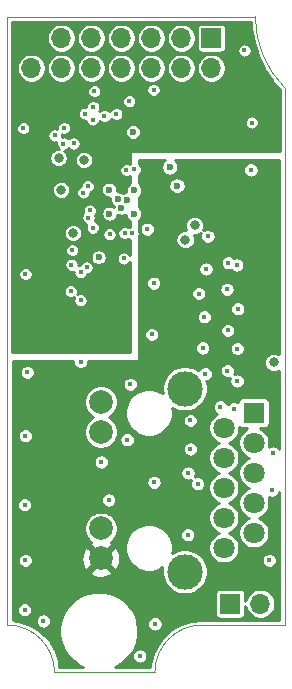
<source format=gbr>
%TF.GenerationSoftware,KiCad,Pcbnew,(5.1.8-0-10_14)*%
%TF.CreationDate,2020-11-27T10:39:21+01:00*%
%TF.ProjectId,SH-ESP32-Ethernet,53482d45-5350-4333-922d-45746865726e,0.1.0*%
%TF.SameCoordinates,Original*%
%TF.FileFunction,Copper,L3,Inr*%
%TF.FilePolarity,Positive*%
%FSLAX46Y46*%
G04 Gerber Fmt 4.6, Leading zero omitted, Abs format (unit mm)*
G04 Created by KiCad (PCBNEW (5.1.8-0-10_14)) date 2020-11-27 10:39:21*
%MOMM*%
%LPD*%
G01*
G04 APERTURE LIST*
%TA.AperFunction,Profile*%
%ADD10C,0.050000*%
%TD*%
%TA.AperFunction,ComponentPad*%
%ADD11C,1.800000*%
%TD*%
%TA.AperFunction,ComponentPad*%
%ADD12C,3.000000*%
%TD*%
%TA.AperFunction,ComponentPad*%
%ADD13C,2.000000*%
%TD*%
%TA.AperFunction,ComponentPad*%
%ADD14R,1.800000X1.800000*%
%TD*%
%TA.AperFunction,ComponentPad*%
%ADD15O,1.700000X1.700000*%
%TD*%
%TA.AperFunction,ComponentPad*%
%ADD16R,1.700000X1.700000*%
%TD*%
%TA.AperFunction,ViaPad*%
%ADD17C,0.600000*%
%TD*%
%TA.AperFunction,ViaPad*%
%ADD18C,0.800000*%
%TD*%
%TA.AperFunction,ViaPad*%
%ADD19C,0.450000*%
%TD*%
%TA.AperFunction,ViaPad*%
%ADD20C,1.000000*%
%TD*%
%TA.AperFunction,Conductor*%
%ADD21C,0.254000*%
%TD*%
%TA.AperFunction,Conductor*%
%ADD22C,0.100000*%
%TD*%
G04 APERTURE END LIST*
D10*
X165000000Y-108500000D02*
X172000000Y-108500000D01*
X161000000Y-112500000D02*
G75*
G02*
X165000000Y-108500000I4000000J0D01*
G01*
X148500000Y-108500000D02*
G75*
G02*
X152500000Y-112500000I0J-4000000D01*
G01*
X169500000Y-57000000D02*
X148500000Y-57000000D01*
X152500000Y-112500000D02*
X161000000Y-112499765D01*
X148500000Y-57000000D02*
X148500000Y-108500000D01*
X171989592Y-63010408D02*
X172000000Y-108500000D01*
X153000000Y-112500000D02*
X153000000Y-112500000D01*
X171989592Y-63010408D02*
G75*
G02*
X169500000Y-57000000I6010408J6010408D01*
G01*
D11*
%TO.N,N/C*%
%TO.C,J301*%
X166835000Y-99415000D03*
D12*
%TO.N,GND*%
X163535000Y-103985000D03*
X163535000Y-88485000D03*
D13*
%TO.N,VDDA*%
X156425000Y-102865000D03*
%TO.N,/IOHeader/LED_R_AN*%
X156425000Y-100325000D03*
%TO.N,/IOHeader/LED_Y_CA*%
X156425000Y-92145000D03*
D11*
%TO.N,Net-(J301-Pad10)*%
X166835000Y-101955000D03*
%TO.N,Net-(J301-Pad9)*%
X169375000Y-100685000D03*
%TO.N,GND*%
X169375000Y-98145000D03*
%TO.N,/IOHeader/TX-*%
X166835000Y-96875000D03*
%TO.N,/IOHeader/TX+*%
X169375000Y-95605000D03*
%TO.N,Net-(C308-Pad2)*%
X166835000Y-94335000D03*
X169375000Y-93065000D03*
%TO.N,/IOHeader/RX-*%
X166835000Y-91795000D03*
D13*
%TO.N,/IOHeader/LED_Y_AN*%
X156425000Y-89605000D03*
D14*
%TO.N,/IOHeader/RX+*%
X169375000Y-90525000D03*
%TD*%
D15*
%TO.N,Net-(J301-Pad9)*%
%TO.C,J303*%
X169920000Y-106690000D03*
D16*
%TO.N,Net-(J301-Pad10)*%
X167380000Y-106690000D03*
%TD*%
D15*
%TO.N,GND*%
%TO.C,J302*%
X150540000Y-61340000D03*
%TO.N,+3V3*%
X150540000Y-58800000D03*
%TO.N,/IOHeader/PHY_CLK*%
X153080000Y-61340000D03*
%TO.N,GND*%
X153080000Y-58800000D03*
X155620000Y-61340000D03*
%TO.N,/IOHeader/RMI_CRS_DV*%
X155620000Y-58800000D03*
%TO.N,/IOHeader/RMII_RXD0*%
X158160000Y-61340000D03*
%TO.N,/IOHeader/RMII_RXD1*%
X158160000Y-58800000D03*
%TO.N,/IOHeader/PHY_RESET_N*%
X160700000Y-61340000D03*
%TO.N,/IOHeader/PHY_MDIO*%
X160700000Y-58800000D03*
%TO.N,/IOHeader/RMII_TXD0*%
X163240000Y-61340000D03*
%TO.N,/IOHeader/RMII_EN*%
X163240000Y-58800000D03*
%TO.N,/IOHeader/RMII_TXD1*%
X165780000Y-61340000D03*
D16*
%TO.N,/IOHeader/PHY_MDC*%
X165780000Y-58800000D03*
%TD*%
D17*
%TO.N,GND*%
X158610000Y-72490000D03*
X159190000Y-73690000D03*
X159220000Y-71680000D03*
X157150000Y-73660000D03*
X157130000Y-71630000D03*
D18*
X154980000Y-69140000D03*
X164360000Y-74670000D03*
X163560000Y-75870000D03*
X171070000Y-86270000D03*
D17*
X158170000Y-73170000D03*
X156230000Y-77370000D03*
D19*
X154110000Y-67720000D03*
X152500000Y-67050000D03*
X153260000Y-67730000D03*
X153310000Y-66400000D03*
D17*
X157870000Y-72460000D03*
D18*
X154070000Y-75310000D03*
X152840000Y-68960000D03*
X153070000Y-71640000D03*
D19*
X160890000Y-63190000D03*
X150040000Y-78790000D03*
X150200000Y-87110000D03*
X150040000Y-92470000D03*
X149960000Y-98310000D03*
X150040000Y-103030000D03*
X149960000Y-107200000D03*
X151560000Y-108160000D03*
X159720000Y-111120000D03*
X161000000Y-108400000D03*
X170680000Y-103030000D03*
X170900000Y-97100000D03*
X170990000Y-93950000D03*
X160890000Y-79560000D03*
X160730000Y-83900000D03*
X164700000Y-80430000D03*
X169120000Y-69960000D03*
X169210000Y-65960000D03*
X168580000Y-59850000D03*
X155870000Y-63290000D03*
X155780000Y-64630000D03*
X155730000Y-65710000D03*
X153990000Y-76750000D03*
X153930000Y-77990000D03*
X153880000Y-80220000D03*
X165330000Y-78360000D03*
X165190000Y-82400000D03*
X165040000Y-85030000D03*
X165270000Y-87230000D03*
X166540000Y-90030000D03*
X167670000Y-90170000D03*
X167220000Y-77820000D03*
X167930000Y-78020000D03*
X168010000Y-81720000D03*
X167110000Y-80080000D03*
X167170000Y-83560000D03*
X167980000Y-85090000D03*
X167140000Y-86950000D03*
X167960000Y-87830000D03*
X164010000Y-91180000D03*
X164010000Y-93600000D03*
X163800000Y-95630000D03*
X164620000Y-96540000D03*
X163770000Y-100850000D03*
X157080000Y-97910000D03*
X156460000Y-94700000D03*
X158650000Y-92810000D03*
X160920000Y-96420000D03*
X158910000Y-88120000D03*
X165480000Y-75590000D03*
D17*
X159140000Y-66740000D03*
X162270000Y-69720000D03*
X162870000Y-71310000D03*
D19*
%TO.N,+3V3*%
X155400000Y-72425000D03*
D17*
X156210000Y-76400000D03*
D18*
X151790000Y-65160000D03*
X151660000Y-75260000D03*
X152360000Y-70350000D03*
X151820000Y-74010000D03*
D17*
X158799010Y-68800000D03*
D20*
X163730000Y-66480000D03*
D19*
%TO.N,/IOHeader/PHY_RESET_N*%
X149860000Y-66430000D03*
X158820000Y-64150000D03*
%TO.N,/IOHeader/PHY_MDIO*%
X155375000Y-74000000D03*
%TO.N,/IOHeader/RMII_TXD0*%
X159054874Y-75334351D03*
%TO.N,/IOHeader/RMII_EN*%
X158430000Y-75320000D03*
%TO.N,/IOHeader/RMII_TXD1*%
X160353324Y-74993324D03*
%TO.N,/IOHeader/PHY_MDC*%
X157160000Y-75410000D03*
D18*
%TO.N,VDDA*%
X161670000Y-76080000D03*
X165180000Y-76990000D03*
X167640000Y-76920000D03*
X167250000Y-74780000D03*
X170870000Y-75350000D03*
X170570000Y-82980000D03*
D17*
X161422000Y-69690000D03*
D20*
X163630000Y-70410000D03*
D19*
%TO.N,/IOHeader/nRST*%
X158370000Y-77460000D03*
X155210000Y-78220000D03*
%TO.N,/IOHeader/LED_R_AN*%
X154710000Y-86200000D03*
X154710000Y-81005000D03*
%TO.N,/IOHeader/LED_Y_CA*%
X158590000Y-69980000D03*
X155740000Y-74860000D03*
%TO.N,Net-(R304-Pad1)*%
X154920000Y-71880000D03*
X157730000Y-65230000D03*
%TO.N,Net-(R305-Pad1)*%
X155310000Y-71340000D03*
X156710000Y-65400000D03*
%TO.N,Net-(R306-Pad1)*%
X155480000Y-73390000D03*
X155070000Y-65200000D03*
%TO.N,/IOHeader/nINTSEL-LED2*%
X159270000Y-69930000D03*
X154710000Y-78630000D03*
%TD*%
D21*
%TO.N,VDDA*%
X161806564Y-69155302D02*
X161705302Y-69256564D01*
X161625741Y-69375636D01*
X161570938Y-69507942D01*
X161543000Y-69648397D01*
X161543000Y-69791603D01*
X161570938Y-69932058D01*
X161625741Y-70064364D01*
X161705302Y-70183436D01*
X161806564Y-70284698D01*
X161925636Y-70364259D01*
X162057942Y-70419062D01*
X162198397Y-70447000D01*
X162341603Y-70447000D01*
X162482058Y-70419062D01*
X162614364Y-70364259D01*
X162733436Y-70284698D01*
X162834698Y-70183436D01*
X162914259Y-70064364D01*
X162969062Y-69932058D01*
X162976277Y-69895784D01*
X168468000Y-69895784D01*
X168468000Y-70024216D01*
X168493056Y-70150181D01*
X168542205Y-70268838D01*
X168613558Y-70375626D01*
X168704374Y-70466442D01*
X168811162Y-70537795D01*
X168929819Y-70586944D01*
X169055784Y-70612000D01*
X169184216Y-70612000D01*
X169310181Y-70586944D01*
X169428838Y-70537795D01*
X169535626Y-70466442D01*
X169626442Y-70375626D01*
X169697795Y-70268838D01*
X169746944Y-70150181D01*
X169772000Y-70024216D01*
X169772000Y-69895784D01*
X169746944Y-69769819D01*
X169697795Y-69651162D01*
X169626442Y-69544374D01*
X169535626Y-69453558D01*
X169428838Y-69382205D01*
X169310181Y-69333056D01*
X169184216Y-69308000D01*
X169055784Y-69308000D01*
X168929819Y-69333056D01*
X168811162Y-69382205D01*
X168704374Y-69453558D01*
X168613558Y-69544374D01*
X168542205Y-69651162D01*
X168493056Y-69769819D01*
X168468000Y-69895784D01*
X162976277Y-69895784D01*
X162997000Y-69791603D01*
X162997000Y-69648397D01*
X162969062Y-69507942D01*
X162914259Y-69375636D01*
X162834698Y-69256564D01*
X162733436Y-69155302D01*
X162691079Y-69127000D01*
X171538992Y-69127000D01*
X171542759Y-85591264D01*
X171461731Y-85537123D01*
X171311227Y-85474782D01*
X171151452Y-85443000D01*
X170988548Y-85443000D01*
X170828773Y-85474782D01*
X170678269Y-85537123D01*
X170542819Y-85627628D01*
X170427628Y-85742819D01*
X170337123Y-85878269D01*
X170274782Y-86028773D01*
X170243000Y-86188548D01*
X170243000Y-86351452D01*
X170274782Y-86511227D01*
X170337123Y-86661731D01*
X170427628Y-86797181D01*
X170542819Y-86912372D01*
X170678269Y-87002877D01*
X170828773Y-87065218D01*
X170988548Y-87097000D01*
X171151452Y-87097000D01*
X171311227Y-87065218D01*
X171461731Y-87002877D01*
X171543070Y-86948528D01*
X171544593Y-93606437D01*
X171496442Y-93534374D01*
X171405626Y-93443558D01*
X171298838Y-93372205D01*
X171180181Y-93323056D01*
X171054216Y-93298000D01*
X170925784Y-93298000D01*
X170799819Y-93323056D01*
X170681162Y-93372205D01*
X170664703Y-93383202D01*
X170702000Y-93195698D01*
X170702000Y-92934302D01*
X170651004Y-92677928D01*
X170550972Y-92436430D01*
X170405748Y-92219087D01*
X170220913Y-92034252D01*
X170003570Y-91889028D01*
X169919164Y-91854066D01*
X170275000Y-91854066D01*
X170358707Y-91845822D01*
X170439196Y-91821405D01*
X170513376Y-91781755D01*
X170578395Y-91728395D01*
X170631755Y-91663376D01*
X170671405Y-91589196D01*
X170695822Y-91508707D01*
X170704066Y-91425000D01*
X170704066Y-89625000D01*
X170695822Y-89541293D01*
X170671405Y-89460804D01*
X170631755Y-89386624D01*
X170578395Y-89321605D01*
X170513376Y-89268245D01*
X170439196Y-89228595D01*
X170358707Y-89204178D01*
X170275000Y-89195934D01*
X168475000Y-89195934D01*
X168391293Y-89204178D01*
X168310804Y-89228595D01*
X168236624Y-89268245D01*
X168171605Y-89321605D01*
X168118245Y-89386624D01*
X168078595Y-89460804D01*
X168054178Y-89541293D01*
X168045934Y-89625000D01*
X168045934Y-89637037D01*
X167978838Y-89592205D01*
X167860181Y-89543056D01*
X167734216Y-89518000D01*
X167605784Y-89518000D01*
X167479819Y-89543056D01*
X167361162Y-89592205D01*
X167254374Y-89663558D01*
X167163558Y-89754374D01*
X167143800Y-89783944D01*
X167117795Y-89721162D01*
X167046442Y-89614374D01*
X166955626Y-89523558D01*
X166848838Y-89452205D01*
X166730181Y-89403056D01*
X166604216Y-89378000D01*
X166475784Y-89378000D01*
X166349819Y-89403056D01*
X166231162Y-89452205D01*
X166124374Y-89523558D01*
X166033558Y-89614374D01*
X165962205Y-89721162D01*
X165913056Y-89839819D01*
X165888000Y-89965784D01*
X165888000Y-90094216D01*
X165913056Y-90220181D01*
X165962205Y-90338838D01*
X166033558Y-90445626D01*
X166124374Y-90536442D01*
X166231162Y-90607795D01*
X166232355Y-90608289D01*
X166206430Y-90619028D01*
X165989087Y-90764252D01*
X165804252Y-90949087D01*
X165659028Y-91166430D01*
X165558996Y-91407928D01*
X165508000Y-91664302D01*
X165508000Y-91925698D01*
X165558996Y-92182072D01*
X165659028Y-92423570D01*
X165804252Y-92640913D01*
X165989087Y-92825748D01*
X166206430Y-92970972D01*
X166433433Y-93065000D01*
X166206430Y-93159028D01*
X165989087Y-93304252D01*
X165804252Y-93489087D01*
X165659028Y-93706430D01*
X165558996Y-93947928D01*
X165508000Y-94204302D01*
X165508000Y-94465698D01*
X165558996Y-94722072D01*
X165659028Y-94963570D01*
X165804252Y-95180913D01*
X165989087Y-95365748D01*
X166206430Y-95510972D01*
X166433433Y-95605000D01*
X166206430Y-95699028D01*
X165989087Y-95844252D01*
X165804252Y-96029087D01*
X165659028Y-96246430D01*
X165558996Y-96487928D01*
X165508000Y-96744302D01*
X165508000Y-97005698D01*
X165558996Y-97262072D01*
X165659028Y-97503570D01*
X165804252Y-97720913D01*
X165989087Y-97905748D01*
X166206430Y-98050972D01*
X166433433Y-98145000D01*
X166206430Y-98239028D01*
X165989087Y-98384252D01*
X165804252Y-98569087D01*
X165659028Y-98786430D01*
X165558996Y-99027928D01*
X165508000Y-99284302D01*
X165508000Y-99545698D01*
X165558996Y-99802072D01*
X165659028Y-100043570D01*
X165804252Y-100260913D01*
X165989087Y-100445748D01*
X166206430Y-100590972D01*
X166433433Y-100685000D01*
X166206430Y-100779028D01*
X165989087Y-100924252D01*
X165804252Y-101109087D01*
X165659028Y-101326430D01*
X165558996Y-101567928D01*
X165508000Y-101824302D01*
X165508000Y-102085698D01*
X165558996Y-102342072D01*
X165659028Y-102583570D01*
X165804252Y-102800913D01*
X165989087Y-102985748D01*
X166206430Y-103130972D01*
X166447928Y-103231004D01*
X166704302Y-103282000D01*
X166965698Y-103282000D01*
X167222072Y-103231004D01*
X167463570Y-103130972D01*
X167680913Y-102985748D01*
X167700877Y-102965784D01*
X170028000Y-102965784D01*
X170028000Y-103094216D01*
X170053056Y-103220181D01*
X170102205Y-103338838D01*
X170173558Y-103445626D01*
X170264374Y-103536442D01*
X170371162Y-103607795D01*
X170489819Y-103656944D01*
X170615784Y-103682000D01*
X170744216Y-103682000D01*
X170870181Y-103656944D01*
X170988838Y-103607795D01*
X171095626Y-103536442D01*
X171186442Y-103445626D01*
X171257795Y-103338838D01*
X171306944Y-103220181D01*
X171332000Y-103094216D01*
X171332000Y-102965784D01*
X171306944Y-102839819D01*
X171257795Y-102721162D01*
X171186442Y-102614374D01*
X171095626Y-102523558D01*
X170988838Y-102452205D01*
X170870181Y-102403056D01*
X170744216Y-102378000D01*
X170615784Y-102378000D01*
X170489819Y-102403056D01*
X170371162Y-102452205D01*
X170264374Y-102523558D01*
X170173558Y-102614374D01*
X170102205Y-102721162D01*
X170053056Y-102839819D01*
X170028000Y-102965784D01*
X167700877Y-102965784D01*
X167865748Y-102800913D01*
X168010972Y-102583570D01*
X168111004Y-102342072D01*
X168162000Y-102085698D01*
X168162000Y-101824302D01*
X168111004Y-101567928D01*
X168010972Y-101326430D01*
X167865748Y-101109087D01*
X167680913Y-100924252D01*
X167463570Y-100779028D01*
X167236567Y-100685000D01*
X167463570Y-100590972D01*
X167680913Y-100445748D01*
X167865748Y-100260913D01*
X168010972Y-100043570D01*
X168111004Y-99802072D01*
X168162000Y-99545698D01*
X168162000Y-99284302D01*
X168111004Y-99027928D01*
X168010972Y-98786430D01*
X167865748Y-98569087D01*
X167680913Y-98384252D01*
X167463570Y-98239028D01*
X167236567Y-98145000D01*
X167463570Y-98050972D01*
X167680913Y-97905748D01*
X167865748Y-97720913D01*
X168010972Y-97503570D01*
X168111004Y-97262072D01*
X168162000Y-97005698D01*
X168162000Y-96744302D01*
X168111004Y-96487928D01*
X168010972Y-96246430D01*
X167865748Y-96029087D01*
X167680913Y-95844252D01*
X167463570Y-95699028D01*
X167236567Y-95605000D01*
X167463570Y-95510972D01*
X167680913Y-95365748D01*
X167865748Y-95180913D01*
X168010972Y-94963570D01*
X168111004Y-94722072D01*
X168162000Y-94465698D01*
X168162000Y-94204302D01*
X168111004Y-93947928D01*
X168010972Y-93706430D01*
X167865748Y-93489087D01*
X167680913Y-93304252D01*
X167463570Y-93159028D01*
X167236567Y-93065000D01*
X167463570Y-92970972D01*
X167680913Y-92825748D01*
X167865748Y-92640913D01*
X168010972Y-92423570D01*
X168111004Y-92182072D01*
X168162000Y-91925698D01*
X168162000Y-91716691D01*
X168171605Y-91728395D01*
X168236624Y-91781755D01*
X168310804Y-91821405D01*
X168391293Y-91845822D01*
X168475000Y-91854066D01*
X168830836Y-91854066D01*
X168746430Y-91889028D01*
X168529087Y-92034252D01*
X168344252Y-92219087D01*
X168199028Y-92436430D01*
X168098996Y-92677928D01*
X168048000Y-92934302D01*
X168048000Y-93195698D01*
X168098996Y-93452072D01*
X168199028Y-93693570D01*
X168344252Y-93910913D01*
X168529087Y-94095748D01*
X168746430Y-94240972D01*
X168973433Y-94335000D01*
X168746430Y-94429028D01*
X168529087Y-94574252D01*
X168344252Y-94759087D01*
X168199028Y-94976430D01*
X168098996Y-95217928D01*
X168048000Y-95474302D01*
X168048000Y-95735698D01*
X168098996Y-95992072D01*
X168199028Y-96233570D01*
X168344252Y-96450913D01*
X168529087Y-96635748D01*
X168746430Y-96780972D01*
X168973433Y-96875000D01*
X168746430Y-96969028D01*
X168529087Y-97114252D01*
X168344252Y-97299087D01*
X168199028Y-97516430D01*
X168098996Y-97757928D01*
X168048000Y-98014302D01*
X168048000Y-98275698D01*
X168098996Y-98532072D01*
X168199028Y-98773570D01*
X168344252Y-98990913D01*
X168529087Y-99175748D01*
X168746430Y-99320972D01*
X168973433Y-99415000D01*
X168746430Y-99509028D01*
X168529087Y-99654252D01*
X168344252Y-99839087D01*
X168199028Y-100056430D01*
X168098996Y-100297928D01*
X168048000Y-100554302D01*
X168048000Y-100815698D01*
X168098996Y-101072072D01*
X168199028Y-101313570D01*
X168344252Y-101530913D01*
X168529087Y-101715748D01*
X168746430Y-101860972D01*
X168987928Y-101961004D01*
X169244302Y-102012000D01*
X169505698Y-102012000D01*
X169762072Y-101961004D01*
X170003570Y-101860972D01*
X170220913Y-101715748D01*
X170405748Y-101530913D01*
X170550972Y-101313570D01*
X170651004Y-101072072D01*
X170702000Y-100815698D01*
X170702000Y-100554302D01*
X170651004Y-100297928D01*
X170550972Y-100056430D01*
X170405748Y-99839087D01*
X170220913Y-99654252D01*
X170003570Y-99509028D01*
X169776567Y-99415000D01*
X170003570Y-99320972D01*
X170220913Y-99175748D01*
X170405748Y-98990913D01*
X170550972Y-98773570D01*
X170651004Y-98532072D01*
X170702000Y-98275698D01*
X170702000Y-98014302D01*
X170651004Y-97757928D01*
X170623331Y-97691120D01*
X170709819Y-97726944D01*
X170835784Y-97752000D01*
X170964216Y-97752000D01*
X171090181Y-97726944D01*
X171208838Y-97677795D01*
X171315626Y-97606442D01*
X171406442Y-97515626D01*
X171477795Y-97408838D01*
X171526944Y-97290181D01*
X171545415Y-97197323D01*
X171547897Y-108048000D01*
X164977795Y-108048000D01*
X164977009Y-108048077D01*
X164970505Y-108048100D01*
X164950861Y-108050095D01*
X164931109Y-108049957D01*
X164924828Y-108050573D01*
X164148441Y-108132175D01*
X164108317Y-108140411D01*
X164068069Y-108148089D01*
X164062028Y-108149913D01*
X163316278Y-108380761D01*
X163278525Y-108396631D01*
X163240528Y-108411983D01*
X163234956Y-108414946D01*
X162548246Y-108786249D01*
X162514294Y-108809150D01*
X162480003Y-108831589D01*
X162475118Y-108835574D01*
X162475112Y-108835578D01*
X162475107Y-108835583D01*
X161873601Y-109333191D01*
X161844733Y-109362261D01*
X161815465Y-109390923D01*
X161811442Y-109395786D01*
X161318040Y-110000757D01*
X161295364Y-110034887D01*
X161272225Y-110068681D01*
X161269223Y-110074232D01*
X160902724Y-110763517D01*
X160887110Y-110801398D01*
X160870974Y-110839047D01*
X160869112Y-110845062D01*
X160869107Y-110845075D01*
X160869105Y-110845088D01*
X160643471Y-111592420D01*
X160635518Y-111632585D01*
X160626996Y-111672679D01*
X160626336Y-111678955D01*
X160590173Y-112047777D01*
X157585684Y-112047860D01*
X157825925Y-111948349D01*
X158370839Y-111584250D01*
X158834250Y-111120839D01*
X158877718Y-111055784D01*
X159068000Y-111055784D01*
X159068000Y-111184216D01*
X159093056Y-111310181D01*
X159142205Y-111428838D01*
X159213558Y-111535626D01*
X159304374Y-111626442D01*
X159411162Y-111697795D01*
X159529819Y-111746944D01*
X159655784Y-111772000D01*
X159784216Y-111772000D01*
X159910181Y-111746944D01*
X160028838Y-111697795D01*
X160135626Y-111626442D01*
X160226442Y-111535626D01*
X160297795Y-111428838D01*
X160346944Y-111310181D01*
X160372000Y-111184216D01*
X160372000Y-111055784D01*
X160346944Y-110929819D01*
X160297795Y-110811162D01*
X160226442Y-110704374D01*
X160135626Y-110613558D01*
X160028838Y-110542205D01*
X159910181Y-110493056D01*
X159784216Y-110468000D01*
X159655784Y-110468000D01*
X159529819Y-110493056D01*
X159411162Y-110542205D01*
X159304374Y-110613558D01*
X159213558Y-110704374D01*
X159142205Y-110811162D01*
X159093056Y-110929819D01*
X159068000Y-111055784D01*
X158877718Y-111055784D01*
X159198349Y-110575925D01*
X159449145Y-109970450D01*
X159577000Y-109327681D01*
X159577000Y-108672319D01*
X159510059Y-108335784D01*
X160348000Y-108335784D01*
X160348000Y-108464216D01*
X160373056Y-108590181D01*
X160422205Y-108708838D01*
X160493558Y-108815626D01*
X160584374Y-108906442D01*
X160691162Y-108977795D01*
X160809819Y-109026944D01*
X160935784Y-109052000D01*
X161064216Y-109052000D01*
X161190181Y-109026944D01*
X161308838Y-108977795D01*
X161415626Y-108906442D01*
X161506442Y-108815626D01*
X161577795Y-108708838D01*
X161626944Y-108590181D01*
X161652000Y-108464216D01*
X161652000Y-108335784D01*
X161626944Y-108209819D01*
X161577795Y-108091162D01*
X161506442Y-107984374D01*
X161415626Y-107893558D01*
X161308838Y-107822205D01*
X161190181Y-107773056D01*
X161064216Y-107748000D01*
X160935784Y-107748000D01*
X160809819Y-107773056D01*
X160691162Y-107822205D01*
X160584374Y-107893558D01*
X160493558Y-107984374D01*
X160422205Y-108091162D01*
X160373056Y-108209819D01*
X160348000Y-108335784D01*
X159510059Y-108335784D01*
X159449145Y-108029550D01*
X159198349Y-107424075D01*
X158834250Y-106879161D01*
X158370839Y-106415750D01*
X157825925Y-106051651D01*
X157220450Y-105800855D01*
X156577681Y-105673000D01*
X155922319Y-105673000D01*
X155279550Y-105800855D01*
X154674075Y-106051651D01*
X154129161Y-106415750D01*
X153665750Y-106879161D01*
X153301651Y-107424075D01*
X153050855Y-108029550D01*
X152923000Y-108672319D01*
X152923000Y-109327681D01*
X153050855Y-109970450D01*
X153301651Y-110575925D01*
X153665750Y-111120839D01*
X154129161Y-111584250D01*
X154674075Y-111948349D01*
X154914494Y-112047934D01*
X152909819Y-112047989D01*
X152867825Y-111648441D01*
X152859589Y-111608317D01*
X152851911Y-111568069D01*
X152850087Y-111562028D01*
X152619239Y-110816278D01*
X152603369Y-110778525D01*
X152588017Y-110740528D01*
X152585054Y-110734956D01*
X152213751Y-110048246D01*
X152190850Y-110014294D01*
X152168411Y-109980003D01*
X152164426Y-109975118D01*
X152164422Y-109975112D01*
X152164417Y-109975107D01*
X151666809Y-109373601D01*
X151637739Y-109344733D01*
X151609077Y-109315465D01*
X151604214Y-109311442D01*
X150999243Y-108818040D01*
X150965113Y-108795364D01*
X150931319Y-108772225D01*
X150925771Y-108769224D01*
X150925763Y-108769220D01*
X150236483Y-108402724D01*
X150198602Y-108387110D01*
X150160953Y-108370974D01*
X150154938Y-108369112D01*
X150154925Y-108369107D01*
X150154912Y-108369105D01*
X149407580Y-108143471D01*
X149367415Y-108135518D01*
X149327321Y-108126996D01*
X149321045Y-108126336D01*
X149009451Y-108095784D01*
X150908000Y-108095784D01*
X150908000Y-108224216D01*
X150933056Y-108350181D01*
X150982205Y-108468838D01*
X151053558Y-108575626D01*
X151144374Y-108666442D01*
X151251162Y-108737795D01*
X151369819Y-108786944D01*
X151495784Y-108812000D01*
X151624216Y-108812000D01*
X151750181Y-108786944D01*
X151868838Y-108737795D01*
X151975626Y-108666442D01*
X152066442Y-108575626D01*
X152137795Y-108468838D01*
X152186944Y-108350181D01*
X152212000Y-108224216D01*
X152212000Y-108095784D01*
X152186944Y-107969819D01*
X152137795Y-107851162D01*
X152066442Y-107744374D01*
X151975626Y-107653558D01*
X151868838Y-107582205D01*
X151750181Y-107533056D01*
X151624216Y-107508000D01*
X151495784Y-107508000D01*
X151369819Y-107533056D01*
X151251162Y-107582205D01*
X151144374Y-107653558D01*
X151053558Y-107744374D01*
X150982205Y-107851162D01*
X150933056Y-107969819D01*
X150908000Y-108095784D01*
X149009451Y-108095784D01*
X148952000Y-108090151D01*
X148952000Y-107135784D01*
X149308000Y-107135784D01*
X149308000Y-107264216D01*
X149333056Y-107390181D01*
X149382205Y-107508838D01*
X149453558Y-107615626D01*
X149544374Y-107706442D01*
X149651162Y-107777795D01*
X149769819Y-107826944D01*
X149895784Y-107852000D01*
X150024216Y-107852000D01*
X150150181Y-107826944D01*
X150268838Y-107777795D01*
X150375626Y-107706442D01*
X150466442Y-107615626D01*
X150537795Y-107508838D01*
X150586944Y-107390181D01*
X150612000Y-107264216D01*
X150612000Y-107135784D01*
X150586944Y-107009819D01*
X150537795Y-106891162D01*
X150466442Y-106784374D01*
X150375626Y-106693558D01*
X150268838Y-106622205D01*
X150150181Y-106573056D01*
X150024216Y-106548000D01*
X149895784Y-106548000D01*
X149769819Y-106573056D01*
X149651162Y-106622205D01*
X149544374Y-106693558D01*
X149453558Y-106784374D01*
X149382205Y-106891162D01*
X149333056Y-107009819D01*
X149308000Y-107135784D01*
X148952000Y-107135784D01*
X148952000Y-104000413D01*
X155469192Y-104000413D01*
X155564956Y-104264814D01*
X155854571Y-104405704D01*
X156166108Y-104487384D01*
X156487595Y-104506718D01*
X156806675Y-104462961D01*
X157111088Y-104357795D01*
X157285044Y-104264814D01*
X157380808Y-104000413D01*
X156425000Y-103044605D01*
X155469192Y-104000413D01*
X148952000Y-104000413D01*
X148952000Y-102965784D01*
X149388000Y-102965784D01*
X149388000Y-103094216D01*
X149413056Y-103220181D01*
X149462205Y-103338838D01*
X149533558Y-103445626D01*
X149624374Y-103536442D01*
X149731162Y-103607795D01*
X149849819Y-103656944D01*
X149975784Y-103682000D01*
X150104216Y-103682000D01*
X150230181Y-103656944D01*
X150348838Y-103607795D01*
X150455626Y-103536442D01*
X150546442Y-103445626D01*
X150617795Y-103338838D01*
X150666944Y-103220181D01*
X150692000Y-103094216D01*
X150692000Y-102965784D01*
X150684404Y-102927595D01*
X154783282Y-102927595D01*
X154827039Y-103246675D01*
X154932205Y-103551088D01*
X155025186Y-103725044D01*
X155289587Y-103820808D01*
X156245395Y-102865000D01*
X156604605Y-102865000D01*
X157560413Y-103820808D01*
X157824814Y-103725044D01*
X157965704Y-103435429D01*
X158047384Y-103123892D01*
X158066718Y-102802405D01*
X158022961Y-102483325D01*
X157917795Y-102178912D01*
X157824814Y-102004956D01*
X157560413Y-101909192D01*
X156604605Y-102865000D01*
X156245395Y-102865000D01*
X155289587Y-101909192D01*
X155025186Y-102004956D01*
X154884296Y-102294571D01*
X154802616Y-102606108D01*
X154783282Y-102927595D01*
X150684404Y-102927595D01*
X150666944Y-102839819D01*
X150617795Y-102721162D01*
X150546442Y-102614374D01*
X150455626Y-102523558D01*
X150348838Y-102452205D01*
X150230181Y-102403056D01*
X150104216Y-102378000D01*
X149975784Y-102378000D01*
X149849819Y-102403056D01*
X149731162Y-102452205D01*
X149624374Y-102523558D01*
X149533558Y-102614374D01*
X149462205Y-102721162D01*
X149413056Y-102839819D01*
X149388000Y-102965784D01*
X148952000Y-102965784D01*
X148952000Y-100184453D01*
X154998000Y-100184453D01*
X154998000Y-100465547D01*
X155052838Y-100741241D01*
X155160409Y-101000938D01*
X155316576Y-101234660D01*
X155515340Y-101433424D01*
X155564551Y-101466305D01*
X155469192Y-101729587D01*
X156425000Y-102685395D01*
X157355037Y-101755358D01*
X158458000Y-101755358D01*
X158458000Y-102154642D01*
X158535896Y-102546254D01*
X158688696Y-102915145D01*
X158910526Y-103247137D01*
X159192863Y-103529474D01*
X159524855Y-103751304D01*
X159893746Y-103904104D01*
X160285358Y-103982000D01*
X160684642Y-103982000D01*
X161076254Y-103904104D01*
X161445145Y-103751304D01*
X161643034Y-103619079D01*
X161608000Y-103795207D01*
X161608000Y-104174793D01*
X161682053Y-104547085D01*
X161827315Y-104897777D01*
X162038201Y-105213391D01*
X162306609Y-105481799D01*
X162622223Y-105692685D01*
X162972915Y-105837947D01*
X163345207Y-105912000D01*
X163724793Y-105912000D01*
X164086763Y-105840000D01*
X166100934Y-105840000D01*
X166100934Y-107540000D01*
X166109178Y-107623707D01*
X166133595Y-107704196D01*
X166173245Y-107778376D01*
X166226605Y-107843395D01*
X166291624Y-107896755D01*
X166365804Y-107936405D01*
X166446293Y-107960822D01*
X166530000Y-107969066D01*
X168230000Y-107969066D01*
X168313707Y-107960822D01*
X168394196Y-107936405D01*
X168468376Y-107896755D01*
X168533395Y-107843395D01*
X168586755Y-107778376D01*
X168626405Y-107704196D01*
X168650822Y-107623707D01*
X168659066Y-107540000D01*
X168659066Y-106896544D01*
X168692074Y-107062487D01*
X168788337Y-107294886D01*
X168928089Y-107504040D01*
X169105960Y-107681911D01*
X169315114Y-107821663D01*
X169547513Y-107917926D01*
X169794226Y-107967000D01*
X170045774Y-107967000D01*
X170292487Y-107917926D01*
X170524886Y-107821663D01*
X170734040Y-107681911D01*
X170911911Y-107504040D01*
X171051663Y-107294886D01*
X171147926Y-107062487D01*
X171197000Y-106815774D01*
X171197000Y-106564226D01*
X171147926Y-106317513D01*
X171051663Y-106085114D01*
X170911911Y-105875960D01*
X170734040Y-105698089D01*
X170524886Y-105558337D01*
X170292487Y-105462074D01*
X170045774Y-105413000D01*
X169794226Y-105413000D01*
X169547513Y-105462074D01*
X169315114Y-105558337D01*
X169105960Y-105698089D01*
X168928089Y-105875960D01*
X168788337Y-106085114D01*
X168692074Y-106317513D01*
X168659066Y-106483456D01*
X168659066Y-105840000D01*
X168650822Y-105756293D01*
X168626405Y-105675804D01*
X168586755Y-105601624D01*
X168533395Y-105536605D01*
X168468376Y-105483245D01*
X168394196Y-105443595D01*
X168313707Y-105419178D01*
X168230000Y-105410934D01*
X166530000Y-105410934D01*
X166446293Y-105419178D01*
X166365804Y-105443595D01*
X166291624Y-105483245D01*
X166226605Y-105536605D01*
X166173245Y-105601624D01*
X166133595Y-105675804D01*
X166109178Y-105756293D01*
X166100934Y-105840000D01*
X164086763Y-105840000D01*
X164097085Y-105837947D01*
X164447777Y-105692685D01*
X164763391Y-105481799D01*
X165031799Y-105213391D01*
X165242685Y-104897777D01*
X165387947Y-104547085D01*
X165462000Y-104174793D01*
X165462000Y-103795207D01*
X165387947Y-103422915D01*
X165242685Y-103072223D01*
X165031799Y-102756609D01*
X164763391Y-102488201D01*
X164447777Y-102277315D01*
X164097085Y-102132053D01*
X163724793Y-102058000D01*
X163345207Y-102058000D01*
X162972915Y-102132053D01*
X162622223Y-102277315D01*
X162466964Y-102381056D01*
X162512000Y-102154642D01*
X162512000Y-101755358D01*
X162434104Y-101363746D01*
X162281304Y-100994855D01*
X162141608Y-100785784D01*
X163118000Y-100785784D01*
X163118000Y-100914216D01*
X163143056Y-101040181D01*
X163192205Y-101158838D01*
X163263558Y-101265626D01*
X163354374Y-101356442D01*
X163461162Y-101427795D01*
X163579819Y-101476944D01*
X163705784Y-101502000D01*
X163834216Y-101502000D01*
X163960181Y-101476944D01*
X164078838Y-101427795D01*
X164185626Y-101356442D01*
X164276442Y-101265626D01*
X164347795Y-101158838D01*
X164396944Y-101040181D01*
X164422000Y-100914216D01*
X164422000Y-100785784D01*
X164396944Y-100659819D01*
X164347795Y-100541162D01*
X164276442Y-100434374D01*
X164185626Y-100343558D01*
X164078838Y-100272205D01*
X163960181Y-100223056D01*
X163834216Y-100198000D01*
X163705784Y-100198000D01*
X163579819Y-100223056D01*
X163461162Y-100272205D01*
X163354374Y-100343558D01*
X163263558Y-100434374D01*
X163192205Y-100541162D01*
X163143056Y-100659819D01*
X163118000Y-100785784D01*
X162141608Y-100785784D01*
X162059474Y-100662863D01*
X161777137Y-100380526D01*
X161445145Y-100158696D01*
X161076254Y-100005896D01*
X160684642Y-99928000D01*
X160285358Y-99928000D01*
X159893746Y-100005896D01*
X159524855Y-100158696D01*
X159192863Y-100380526D01*
X158910526Y-100662863D01*
X158688696Y-100994855D01*
X158535896Y-101363746D01*
X158458000Y-101755358D01*
X157355037Y-101755358D01*
X157380808Y-101729587D01*
X157285449Y-101466305D01*
X157334660Y-101433424D01*
X157533424Y-101234660D01*
X157689591Y-101000938D01*
X157797162Y-100741241D01*
X157852000Y-100465547D01*
X157852000Y-100184453D01*
X157797162Y-99908759D01*
X157689591Y-99649062D01*
X157533424Y-99415340D01*
X157334660Y-99216576D01*
X157100938Y-99060409D01*
X156841241Y-98952838D01*
X156565547Y-98898000D01*
X156284453Y-98898000D01*
X156008759Y-98952838D01*
X155749062Y-99060409D01*
X155515340Y-99216576D01*
X155316576Y-99415340D01*
X155160409Y-99649062D01*
X155052838Y-99908759D01*
X154998000Y-100184453D01*
X148952000Y-100184453D01*
X148952000Y-98245784D01*
X149308000Y-98245784D01*
X149308000Y-98374216D01*
X149333056Y-98500181D01*
X149382205Y-98618838D01*
X149453558Y-98725626D01*
X149544374Y-98816442D01*
X149651162Y-98887795D01*
X149769819Y-98936944D01*
X149895784Y-98962000D01*
X150024216Y-98962000D01*
X150150181Y-98936944D01*
X150268838Y-98887795D01*
X150375626Y-98816442D01*
X150466442Y-98725626D01*
X150537795Y-98618838D01*
X150586944Y-98500181D01*
X150612000Y-98374216D01*
X150612000Y-98245784D01*
X150586944Y-98119819D01*
X150537795Y-98001162D01*
X150466442Y-97894374D01*
X150417852Y-97845784D01*
X156428000Y-97845784D01*
X156428000Y-97974216D01*
X156453056Y-98100181D01*
X156502205Y-98218838D01*
X156573558Y-98325626D01*
X156664374Y-98416442D01*
X156771162Y-98487795D01*
X156889819Y-98536944D01*
X157015784Y-98562000D01*
X157144216Y-98562000D01*
X157270181Y-98536944D01*
X157388838Y-98487795D01*
X157495626Y-98416442D01*
X157586442Y-98325626D01*
X157657795Y-98218838D01*
X157706944Y-98100181D01*
X157732000Y-97974216D01*
X157732000Y-97845784D01*
X157706944Y-97719819D01*
X157657795Y-97601162D01*
X157586442Y-97494374D01*
X157495626Y-97403558D01*
X157388838Y-97332205D01*
X157270181Y-97283056D01*
X157144216Y-97258000D01*
X157015784Y-97258000D01*
X156889819Y-97283056D01*
X156771162Y-97332205D01*
X156664374Y-97403558D01*
X156573558Y-97494374D01*
X156502205Y-97601162D01*
X156453056Y-97719819D01*
X156428000Y-97845784D01*
X150417852Y-97845784D01*
X150375626Y-97803558D01*
X150268838Y-97732205D01*
X150150181Y-97683056D01*
X150024216Y-97658000D01*
X149895784Y-97658000D01*
X149769819Y-97683056D01*
X149651162Y-97732205D01*
X149544374Y-97803558D01*
X149453558Y-97894374D01*
X149382205Y-98001162D01*
X149333056Y-98119819D01*
X149308000Y-98245784D01*
X148952000Y-98245784D01*
X148952000Y-96355784D01*
X160268000Y-96355784D01*
X160268000Y-96484216D01*
X160293056Y-96610181D01*
X160342205Y-96728838D01*
X160413558Y-96835626D01*
X160504374Y-96926442D01*
X160611162Y-96997795D01*
X160729819Y-97046944D01*
X160855784Y-97072000D01*
X160984216Y-97072000D01*
X161110181Y-97046944D01*
X161228838Y-96997795D01*
X161335626Y-96926442D01*
X161426442Y-96835626D01*
X161497795Y-96728838D01*
X161546944Y-96610181D01*
X161572000Y-96484216D01*
X161572000Y-96355784D01*
X161546944Y-96229819D01*
X161497795Y-96111162D01*
X161426442Y-96004374D01*
X161335626Y-95913558D01*
X161228838Y-95842205D01*
X161110181Y-95793056D01*
X160984216Y-95768000D01*
X160855784Y-95768000D01*
X160729819Y-95793056D01*
X160611162Y-95842205D01*
X160504374Y-95913558D01*
X160413558Y-96004374D01*
X160342205Y-96111162D01*
X160293056Y-96229819D01*
X160268000Y-96355784D01*
X148952000Y-96355784D01*
X148952000Y-95565784D01*
X163148000Y-95565784D01*
X163148000Y-95694216D01*
X163173056Y-95820181D01*
X163222205Y-95938838D01*
X163293558Y-96045626D01*
X163384374Y-96136442D01*
X163491162Y-96207795D01*
X163609819Y-96256944D01*
X163735784Y-96282000D01*
X163864216Y-96282000D01*
X163990181Y-96256944D01*
X164040088Y-96236272D01*
X163993056Y-96349819D01*
X163968000Y-96475784D01*
X163968000Y-96604216D01*
X163993056Y-96730181D01*
X164042205Y-96848838D01*
X164113558Y-96955626D01*
X164204374Y-97046442D01*
X164311162Y-97117795D01*
X164429819Y-97166944D01*
X164555784Y-97192000D01*
X164684216Y-97192000D01*
X164810181Y-97166944D01*
X164928838Y-97117795D01*
X165035626Y-97046442D01*
X165126442Y-96955626D01*
X165197795Y-96848838D01*
X165246944Y-96730181D01*
X165272000Y-96604216D01*
X165272000Y-96475784D01*
X165246944Y-96349819D01*
X165197795Y-96231162D01*
X165126442Y-96124374D01*
X165035626Y-96033558D01*
X164928838Y-95962205D01*
X164810181Y-95913056D01*
X164684216Y-95888000D01*
X164555784Y-95888000D01*
X164429819Y-95913056D01*
X164379912Y-95933728D01*
X164426944Y-95820181D01*
X164452000Y-95694216D01*
X164452000Y-95565784D01*
X164426944Y-95439819D01*
X164377795Y-95321162D01*
X164306442Y-95214374D01*
X164215626Y-95123558D01*
X164108838Y-95052205D01*
X163990181Y-95003056D01*
X163864216Y-94978000D01*
X163735784Y-94978000D01*
X163609819Y-95003056D01*
X163491162Y-95052205D01*
X163384374Y-95123558D01*
X163293558Y-95214374D01*
X163222205Y-95321162D01*
X163173056Y-95439819D01*
X163148000Y-95565784D01*
X148952000Y-95565784D01*
X148952000Y-94635784D01*
X155808000Y-94635784D01*
X155808000Y-94764216D01*
X155833056Y-94890181D01*
X155882205Y-95008838D01*
X155953558Y-95115626D01*
X156044374Y-95206442D01*
X156151162Y-95277795D01*
X156269819Y-95326944D01*
X156395784Y-95352000D01*
X156524216Y-95352000D01*
X156650181Y-95326944D01*
X156768838Y-95277795D01*
X156875626Y-95206442D01*
X156966442Y-95115626D01*
X157037795Y-95008838D01*
X157086944Y-94890181D01*
X157112000Y-94764216D01*
X157112000Y-94635784D01*
X157086944Y-94509819D01*
X157037795Y-94391162D01*
X156966442Y-94284374D01*
X156875626Y-94193558D01*
X156768838Y-94122205D01*
X156650181Y-94073056D01*
X156524216Y-94048000D01*
X156395784Y-94048000D01*
X156269819Y-94073056D01*
X156151162Y-94122205D01*
X156044374Y-94193558D01*
X155953558Y-94284374D01*
X155882205Y-94391162D01*
X155833056Y-94509819D01*
X155808000Y-94635784D01*
X148952000Y-94635784D01*
X148952000Y-92405784D01*
X149388000Y-92405784D01*
X149388000Y-92534216D01*
X149413056Y-92660181D01*
X149462205Y-92778838D01*
X149533558Y-92885626D01*
X149624374Y-92976442D01*
X149731162Y-93047795D01*
X149849819Y-93096944D01*
X149975784Y-93122000D01*
X150104216Y-93122000D01*
X150230181Y-93096944D01*
X150348838Y-93047795D01*
X150455626Y-92976442D01*
X150546442Y-92885626D01*
X150617795Y-92778838D01*
X150666944Y-92660181D01*
X150692000Y-92534216D01*
X150692000Y-92405784D01*
X150666944Y-92279819D01*
X150617795Y-92161162D01*
X150546442Y-92054374D01*
X150455626Y-91963558D01*
X150348838Y-91892205D01*
X150230181Y-91843056D01*
X150104216Y-91818000D01*
X149975784Y-91818000D01*
X149849819Y-91843056D01*
X149731162Y-91892205D01*
X149624374Y-91963558D01*
X149533558Y-92054374D01*
X149462205Y-92161162D01*
X149413056Y-92279819D01*
X149388000Y-92405784D01*
X148952000Y-92405784D01*
X148952000Y-89464453D01*
X154998000Y-89464453D01*
X154998000Y-89745547D01*
X155052838Y-90021241D01*
X155160409Y-90280938D01*
X155316576Y-90514660D01*
X155515340Y-90713424D01*
X155749062Y-90869591D01*
X155762120Y-90875000D01*
X155749062Y-90880409D01*
X155515340Y-91036576D01*
X155316576Y-91235340D01*
X155160409Y-91469062D01*
X155052838Y-91728759D01*
X154998000Y-92004453D01*
X154998000Y-92285547D01*
X155052838Y-92561241D01*
X155160409Y-92820938D01*
X155316576Y-93054660D01*
X155515340Y-93253424D01*
X155749062Y-93409591D01*
X156008759Y-93517162D01*
X156284453Y-93572000D01*
X156565547Y-93572000D01*
X156747620Y-93535784D01*
X163358000Y-93535784D01*
X163358000Y-93664216D01*
X163383056Y-93790181D01*
X163432205Y-93908838D01*
X163503558Y-94015626D01*
X163594374Y-94106442D01*
X163701162Y-94177795D01*
X163819819Y-94226944D01*
X163945784Y-94252000D01*
X164074216Y-94252000D01*
X164200181Y-94226944D01*
X164318838Y-94177795D01*
X164425626Y-94106442D01*
X164516442Y-94015626D01*
X164587795Y-93908838D01*
X164636944Y-93790181D01*
X164662000Y-93664216D01*
X164662000Y-93535784D01*
X164636944Y-93409819D01*
X164587795Y-93291162D01*
X164516442Y-93184374D01*
X164425626Y-93093558D01*
X164318838Y-93022205D01*
X164200181Y-92973056D01*
X164074216Y-92948000D01*
X163945784Y-92948000D01*
X163819819Y-92973056D01*
X163701162Y-93022205D01*
X163594374Y-93093558D01*
X163503558Y-93184374D01*
X163432205Y-93291162D01*
X163383056Y-93409819D01*
X163358000Y-93535784D01*
X156747620Y-93535784D01*
X156841241Y-93517162D01*
X157100938Y-93409591D01*
X157334660Y-93253424D01*
X157533424Y-93054660D01*
X157689591Y-92820938D01*
X157720721Y-92745784D01*
X157998000Y-92745784D01*
X157998000Y-92874216D01*
X158023056Y-93000181D01*
X158072205Y-93118838D01*
X158143558Y-93225626D01*
X158234374Y-93316442D01*
X158341162Y-93387795D01*
X158459819Y-93436944D01*
X158585784Y-93462000D01*
X158714216Y-93462000D01*
X158840181Y-93436944D01*
X158958838Y-93387795D01*
X159065626Y-93316442D01*
X159156442Y-93225626D01*
X159227795Y-93118838D01*
X159276944Y-93000181D01*
X159302000Y-92874216D01*
X159302000Y-92745784D01*
X159276944Y-92619819D01*
X159227795Y-92501162D01*
X159156442Y-92394374D01*
X159065626Y-92303558D01*
X158958838Y-92232205D01*
X158840181Y-92183056D01*
X158714216Y-92158000D01*
X158585784Y-92158000D01*
X158459819Y-92183056D01*
X158341162Y-92232205D01*
X158234374Y-92303558D01*
X158143558Y-92394374D01*
X158072205Y-92501162D01*
X158023056Y-92619819D01*
X157998000Y-92745784D01*
X157720721Y-92745784D01*
X157797162Y-92561241D01*
X157852000Y-92285547D01*
X157852000Y-92004453D01*
X157797162Y-91728759D01*
X157689591Y-91469062D01*
X157533424Y-91235340D01*
X157334660Y-91036576D01*
X157100938Y-90880409D01*
X157087880Y-90875000D01*
X157100938Y-90869591D01*
X157334660Y-90713424D01*
X157533424Y-90514660D01*
X157659910Y-90325358D01*
X158458000Y-90325358D01*
X158458000Y-90724642D01*
X158535896Y-91116254D01*
X158688696Y-91485145D01*
X158910526Y-91817137D01*
X159192863Y-92099474D01*
X159524855Y-92321304D01*
X159893746Y-92474104D01*
X160285358Y-92552000D01*
X160684642Y-92552000D01*
X161076254Y-92474104D01*
X161445145Y-92321304D01*
X161777137Y-92099474D01*
X162059474Y-91817137D01*
X162281304Y-91485145D01*
X162434104Y-91116254D01*
X162434197Y-91115784D01*
X163358000Y-91115784D01*
X163358000Y-91244216D01*
X163383056Y-91370181D01*
X163432205Y-91488838D01*
X163503558Y-91595626D01*
X163594374Y-91686442D01*
X163701162Y-91757795D01*
X163819819Y-91806944D01*
X163945784Y-91832000D01*
X164074216Y-91832000D01*
X164200181Y-91806944D01*
X164318838Y-91757795D01*
X164425626Y-91686442D01*
X164516442Y-91595626D01*
X164587795Y-91488838D01*
X164636944Y-91370181D01*
X164662000Y-91244216D01*
X164662000Y-91115784D01*
X164636944Y-90989819D01*
X164587795Y-90871162D01*
X164516442Y-90764374D01*
X164425626Y-90673558D01*
X164318838Y-90602205D01*
X164200181Y-90553056D01*
X164074216Y-90528000D01*
X163945784Y-90528000D01*
X163819819Y-90553056D01*
X163701162Y-90602205D01*
X163594374Y-90673558D01*
X163503558Y-90764374D01*
X163432205Y-90871162D01*
X163383056Y-90989819D01*
X163358000Y-91115784D01*
X162434197Y-91115784D01*
X162512000Y-90724642D01*
X162512000Y-90325358D01*
X162464670Y-90087412D01*
X162622223Y-90192685D01*
X162972915Y-90337947D01*
X163345207Y-90412000D01*
X163724793Y-90412000D01*
X164097085Y-90337947D01*
X164447777Y-90192685D01*
X164763391Y-89981799D01*
X165031799Y-89713391D01*
X165242685Y-89397777D01*
X165387947Y-89047085D01*
X165462000Y-88674793D01*
X165462000Y-88295207D01*
X165387947Y-87922915D01*
X165368199Y-87875240D01*
X165460181Y-87856944D01*
X165578838Y-87807795D01*
X165685626Y-87736442D01*
X165776442Y-87645626D01*
X165847795Y-87538838D01*
X165896944Y-87420181D01*
X165922000Y-87294216D01*
X165922000Y-87165784D01*
X165896944Y-87039819D01*
X165847795Y-86921162D01*
X165824157Y-86885784D01*
X166488000Y-86885784D01*
X166488000Y-87014216D01*
X166513056Y-87140181D01*
X166562205Y-87258838D01*
X166633558Y-87365626D01*
X166724374Y-87456442D01*
X166831162Y-87527795D01*
X166949819Y-87576944D01*
X167075784Y-87602000D01*
X167204216Y-87602000D01*
X167330181Y-87576944D01*
X167365089Y-87562485D01*
X167333056Y-87639819D01*
X167308000Y-87765784D01*
X167308000Y-87894216D01*
X167333056Y-88020181D01*
X167382205Y-88138838D01*
X167453558Y-88245626D01*
X167544374Y-88336442D01*
X167651162Y-88407795D01*
X167769819Y-88456944D01*
X167895784Y-88482000D01*
X168024216Y-88482000D01*
X168150181Y-88456944D01*
X168268838Y-88407795D01*
X168375626Y-88336442D01*
X168466442Y-88245626D01*
X168537795Y-88138838D01*
X168586944Y-88020181D01*
X168612000Y-87894216D01*
X168612000Y-87765784D01*
X168586944Y-87639819D01*
X168537795Y-87521162D01*
X168466442Y-87414374D01*
X168375626Y-87323558D01*
X168268838Y-87252205D01*
X168150181Y-87203056D01*
X168024216Y-87178000D01*
X167895784Y-87178000D01*
X167769819Y-87203056D01*
X167734911Y-87217515D01*
X167766944Y-87140181D01*
X167792000Y-87014216D01*
X167792000Y-86885784D01*
X167766944Y-86759819D01*
X167717795Y-86641162D01*
X167646442Y-86534374D01*
X167555626Y-86443558D01*
X167448838Y-86372205D01*
X167330181Y-86323056D01*
X167204216Y-86298000D01*
X167075784Y-86298000D01*
X166949819Y-86323056D01*
X166831162Y-86372205D01*
X166724374Y-86443558D01*
X166633558Y-86534374D01*
X166562205Y-86641162D01*
X166513056Y-86759819D01*
X166488000Y-86885784D01*
X165824157Y-86885784D01*
X165776442Y-86814374D01*
X165685626Y-86723558D01*
X165578838Y-86652205D01*
X165460181Y-86603056D01*
X165334216Y-86578000D01*
X165205784Y-86578000D01*
X165079819Y-86603056D01*
X164961162Y-86652205D01*
X164854374Y-86723558D01*
X164763558Y-86814374D01*
X164692205Y-86921162D01*
X164685887Y-86936415D01*
X164447777Y-86777315D01*
X164097085Y-86632053D01*
X163724793Y-86558000D01*
X163345207Y-86558000D01*
X162972915Y-86632053D01*
X162622223Y-86777315D01*
X162306609Y-86988201D01*
X162038201Y-87256609D01*
X161827315Y-87572223D01*
X161682053Y-87922915D01*
X161608000Y-88295207D01*
X161608000Y-88674793D01*
X161645328Y-88862454D01*
X161445145Y-88728696D01*
X161076254Y-88575896D01*
X160684642Y-88498000D01*
X160285358Y-88498000D01*
X159893746Y-88575896D01*
X159524855Y-88728696D01*
X159192863Y-88950526D01*
X158910526Y-89232863D01*
X158688696Y-89564855D01*
X158535896Y-89933746D01*
X158458000Y-90325358D01*
X157659910Y-90325358D01*
X157689591Y-90280938D01*
X157797162Y-90021241D01*
X157852000Y-89745547D01*
X157852000Y-89464453D01*
X157797162Y-89188759D01*
X157689591Y-88929062D01*
X157533424Y-88695340D01*
X157334660Y-88496576D01*
X157100938Y-88340409D01*
X156841241Y-88232838D01*
X156565547Y-88178000D01*
X156284453Y-88178000D01*
X156008759Y-88232838D01*
X155749062Y-88340409D01*
X155515340Y-88496576D01*
X155316576Y-88695340D01*
X155160409Y-88929062D01*
X155052838Y-89188759D01*
X154998000Y-89464453D01*
X148952000Y-89464453D01*
X148952000Y-88055784D01*
X158258000Y-88055784D01*
X158258000Y-88184216D01*
X158283056Y-88310181D01*
X158332205Y-88428838D01*
X158403558Y-88535626D01*
X158494374Y-88626442D01*
X158601162Y-88697795D01*
X158719819Y-88746944D01*
X158845784Y-88772000D01*
X158974216Y-88772000D01*
X159100181Y-88746944D01*
X159218838Y-88697795D01*
X159325626Y-88626442D01*
X159416442Y-88535626D01*
X159487795Y-88428838D01*
X159536944Y-88310181D01*
X159562000Y-88184216D01*
X159562000Y-88055784D01*
X159536944Y-87929819D01*
X159487795Y-87811162D01*
X159416442Y-87704374D01*
X159325626Y-87613558D01*
X159218838Y-87542205D01*
X159100181Y-87493056D01*
X158974216Y-87468000D01*
X158845784Y-87468000D01*
X158719819Y-87493056D01*
X158601162Y-87542205D01*
X158494374Y-87613558D01*
X158403558Y-87704374D01*
X158332205Y-87811162D01*
X158283056Y-87929819D01*
X158258000Y-88055784D01*
X148952000Y-88055784D01*
X148952000Y-87045784D01*
X149548000Y-87045784D01*
X149548000Y-87174216D01*
X149573056Y-87300181D01*
X149622205Y-87418838D01*
X149693558Y-87525626D01*
X149784374Y-87616442D01*
X149891162Y-87687795D01*
X150009819Y-87736944D01*
X150135784Y-87762000D01*
X150264216Y-87762000D01*
X150390181Y-87736944D01*
X150508838Y-87687795D01*
X150615626Y-87616442D01*
X150706442Y-87525626D01*
X150777795Y-87418838D01*
X150826944Y-87300181D01*
X150852000Y-87174216D01*
X150852000Y-87045784D01*
X150826944Y-86919819D01*
X150777795Y-86801162D01*
X150706442Y-86694374D01*
X150615626Y-86603558D01*
X150508838Y-86532205D01*
X150390181Y-86483056D01*
X150264216Y-86458000D01*
X150135784Y-86458000D01*
X150009819Y-86483056D01*
X149891162Y-86532205D01*
X149784374Y-86603558D01*
X149693558Y-86694374D01*
X149622205Y-86801162D01*
X149573056Y-86919819D01*
X149548000Y-87045784D01*
X148952000Y-87045784D01*
X148952000Y-86127000D01*
X154059747Y-86127000D01*
X154058000Y-86135784D01*
X154058000Y-86264216D01*
X154083056Y-86390181D01*
X154132205Y-86508838D01*
X154203558Y-86615626D01*
X154294374Y-86706442D01*
X154401162Y-86777795D01*
X154519819Y-86826944D01*
X154645784Y-86852000D01*
X154774216Y-86852000D01*
X154900181Y-86826944D01*
X155018838Y-86777795D01*
X155125626Y-86706442D01*
X155216442Y-86615626D01*
X155287795Y-86508838D01*
X155336944Y-86390181D01*
X155362000Y-86264216D01*
X155362000Y-86135784D01*
X155360253Y-86127000D01*
X159500000Y-86127000D01*
X159524776Y-86124560D01*
X159548601Y-86117333D01*
X159570557Y-86105597D01*
X159589803Y-86089803D01*
X159605597Y-86070557D01*
X159617333Y-86048601D01*
X159624560Y-86024776D01*
X159627000Y-86000000D01*
X159627000Y-84965784D01*
X164388000Y-84965784D01*
X164388000Y-85094216D01*
X164413056Y-85220181D01*
X164462205Y-85338838D01*
X164533558Y-85445626D01*
X164624374Y-85536442D01*
X164731162Y-85607795D01*
X164849819Y-85656944D01*
X164975784Y-85682000D01*
X165104216Y-85682000D01*
X165230181Y-85656944D01*
X165348838Y-85607795D01*
X165455626Y-85536442D01*
X165546442Y-85445626D01*
X165617795Y-85338838D01*
X165666944Y-85220181D01*
X165692000Y-85094216D01*
X165692000Y-85025784D01*
X167328000Y-85025784D01*
X167328000Y-85154216D01*
X167353056Y-85280181D01*
X167402205Y-85398838D01*
X167473558Y-85505626D01*
X167564374Y-85596442D01*
X167671162Y-85667795D01*
X167789819Y-85716944D01*
X167915784Y-85742000D01*
X168044216Y-85742000D01*
X168170181Y-85716944D01*
X168288838Y-85667795D01*
X168395626Y-85596442D01*
X168486442Y-85505626D01*
X168557795Y-85398838D01*
X168606944Y-85280181D01*
X168632000Y-85154216D01*
X168632000Y-85025784D01*
X168606944Y-84899819D01*
X168557795Y-84781162D01*
X168486442Y-84674374D01*
X168395626Y-84583558D01*
X168288838Y-84512205D01*
X168170181Y-84463056D01*
X168044216Y-84438000D01*
X167915784Y-84438000D01*
X167789819Y-84463056D01*
X167671162Y-84512205D01*
X167564374Y-84583558D01*
X167473558Y-84674374D01*
X167402205Y-84781162D01*
X167353056Y-84899819D01*
X167328000Y-85025784D01*
X165692000Y-85025784D01*
X165692000Y-84965784D01*
X165666944Y-84839819D01*
X165617795Y-84721162D01*
X165546442Y-84614374D01*
X165455626Y-84523558D01*
X165348838Y-84452205D01*
X165230181Y-84403056D01*
X165104216Y-84378000D01*
X164975784Y-84378000D01*
X164849819Y-84403056D01*
X164731162Y-84452205D01*
X164624374Y-84523558D01*
X164533558Y-84614374D01*
X164462205Y-84721162D01*
X164413056Y-84839819D01*
X164388000Y-84965784D01*
X159627000Y-84965784D01*
X159627000Y-83835784D01*
X160078000Y-83835784D01*
X160078000Y-83964216D01*
X160103056Y-84090181D01*
X160152205Y-84208838D01*
X160223558Y-84315626D01*
X160314374Y-84406442D01*
X160421162Y-84477795D01*
X160539819Y-84526944D01*
X160665784Y-84552000D01*
X160794216Y-84552000D01*
X160920181Y-84526944D01*
X161038838Y-84477795D01*
X161145626Y-84406442D01*
X161236442Y-84315626D01*
X161307795Y-84208838D01*
X161356944Y-84090181D01*
X161382000Y-83964216D01*
X161382000Y-83835784D01*
X161356944Y-83709819D01*
X161307795Y-83591162D01*
X161244066Y-83495784D01*
X166518000Y-83495784D01*
X166518000Y-83624216D01*
X166543056Y-83750181D01*
X166592205Y-83868838D01*
X166663558Y-83975626D01*
X166754374Y-84066442D01*
X166861162Y-84137795D01*
X166979819Y-84186944D01*
X167105784Y-84212000D01*
X167234216Y-84212000D01*
X167360181Y-84186944D01*
X167478838Y-84137795D01*
X167585626Y-84066442D01*
X167676442Y-83975626D01*
X167747795Y-83868838D01*
X167796944Y-83750181D01*
X167822000Y-83624216D01*
X167822000Y-83495784D01*
X167796944Y-83369819D01*
X167747795Y-83251162D01*
X167676442Y-83144374D01*
X167585626Y-83053558D01*
X167478838Y-82982205D01*
X167360181Y-82933056D01*
X167234216Y-82908000D01*
X167105784Y-82908000D01*
X166979819Y-82933056D01*
X166861162Y-82982205D01*
X166754374Y-83053558D01*
X166663558Y-83144374D01*
X166592205Y-83251162D01*
X166543056Y-83369819D01*
X166518000Y-83495784D01*
X161244066Y-83495784D01*
X161236442Y-83484374D01*
X161145626Y-83393558D01*
X161038838Y-83322205D01*
X160920181Y-83273056D01*
X160794216Y-83248000D01*
X160665784Y-83248000D01*
X160539819Y-83273056D01*
X160421162Y-83322205D01*
X160314374Y-83393558D01*
X160223558Y-83484374D01*
X160152205Y-83591162D01*
X160103056Y-83709819D01*
X160078000Y-83835784D01*
X159627000Y-83835784D01*
X159627000Y-82335784D01*
X164538000Y-82335784D01*
X164538000Y-82464216D01*
X164563056Y-82590181D01*
X164612205Y-82708838D01*
X164683558Y-82815626D01*
X164774374Y-82906442D01*
X164881162Y-82977795D01*
X164999819Y-83026944D01*
X165125784Y-83052000D01*
X165254216Y-83052000D01*
X165380181Y-83026944D01*
X165498838Y-82977795D01*
X165605626Y-82906442D01*
X165696442Y-82815626D01*
X165767795Y-82708838D01*
X165816944Y-82590181D01*
X165842000Y-82464216D01*
X165842000Y-82335784D01*
X165816944Y-82209819D01*
X165767795Y-82091162D01*
X165696442Y-81984374D01*
X165605626Y-81893558D01*
X165498838Y-81822205D01*
X165380181Y-81773056D01*
X165254216Y-81748000D01*
X165125784Y-81748000D01*
X164999819Y-81773056D01*
X164881162Y-81822205D01*
X164774374Y-81893558D01*
X164683558Y-81984374D01*
X164612205Y-82091162D01*
X164563056Y-82209819D01*
X164538000Y-82335784D01*
X159627000Y-82335784D01*
X159627000Y-81655784D01*
X167358000Y-81655784D01*
X167358000Y-81784216D01*
X167383056Y-81910181D01*
X167432205Y-82028838D01*
X167503558Y-82135626D01*
X167594374Y-82226442D01*
X167701162Y-82297795D01*
X167819819Y-82346944D01*
X167945784Y-82372000D01*
X168074216Y-82372000D01*
X168200181Y-82346944D01*
X168318838Y-82297795D01*
X168425626Y-82226442D01*
X168516442Y-82135626D01*
X168587795Y-82028838D01*
X168636944Y-81910181D01*
X168662000Y-81784216D01*
X168662000Y-81655784D01*
X168636944Y-81529819D01*
X168587795Y-81411162D01*
X168516442Y-81304374D01*
X168425626Y-81213558D01*
X168318838Y-81142205D01*
X168200181Y-81093056D01*
X168074216Y-81068000D01*
X167945784Y-81068000D01*
X167819819Y-81093056D01*
X167701162Y-81142205D01*
X167594374Y-81213558D01*
X167503558Y-81304374D01*
X167432205Y-81411162D01*
X167383056Y-81529819D01*
X167358000Y-81655784D01*
X159627000Y-81655784D01*
X159627000Y-80365784D01*
X164048000Y-80365784D01*
X164048000Y-80494216D01*
X164073056Y-80620181D01*
X164122205Y-80738838D01*
X164193558Y-80845626D01*
X164284374Y-80936442D01*
X164391162Y-81007795D01*
X164509819Y-81056944D01*
X164635784Y-81082000D01*
X164764216Y-81082000D01*
X164890181Y-81056944D01*
X165008838Y-81007795D01*
X165115626Y-80936442D01*
X165206442Y-80845626D01*
X165277795Y-80738838D01*
X165326944Y-80620181D01*
X165352000Y-80494216D01*
X165352000Y-80365784D01*
X165326944Y-80239819D01*
X165277795Y-80121162D01*
X165207385Y-80015784D01*
X166458000Y-80015784D01*
X166458000Y-80144216D01*
X166483056Y-80270181D01*
X166532205Y-80388838D01*
X166603558Y-80495626D01*
X166694374Y-80586442D01*
X166801162Y-80657795D01*
X166919819Y-80706944D01*
X167045784Y-80732000D01*
X167174216Y-80732000D01*
X167300181Y-80706944D01*
X167418838Y-80657795D01*
X167525626Y-80586442D01*
X167616442Y-80495626D01*
X167687795Y-80388838D01*
X167736944Y-80270181D01*
X167762000Y-80144216D01*
X167762000Y-80015784D01*
X167736944Y-79889819D01*
X167687795Y-79771162D01*
X167616442Y-79664374D01*
X167525626Y-79573558D01*
X167418838Y-79502205D01*
X167300181Y-79453056D01*
X167174216Y-79428000D01*
X167045784Y-79428000D01*
X166919819Y-79453056D01*
X166801162Y-79502205D01*
X166694374Y-79573558D01*
X166603558Y-79664374D01*
X166532205Y-79771162D01*
X166483056Y-79889819D01*
X166458000Y-80015784D01*
X165207385Y-80015784D01*
X165206442Y-80014374D01*
X165115626Y-79923558D01*
X165008838Y-79852205D01*
X164890181Y-79803056D01*
X164764216Y-79778000D01*
X164635784Y-79778000D01*
X164509819Y-79803056D01*
X164391162Y-79852205D01*
X164284374Y-79923558D01*
X164193558Y-80014374D01*
X164122205Y-80121162D01*
X164073056Y-80239819D01*
X164048000Y-80365784D01*
X159627000Y-80365784D01*
X159627000Y-79495784D01*
X160238000Y-79495784D01*
X160238000Y-79624216D01*
X160263056Y-79750181D01*
X160312205Y-79868838D01*
X160383558Y-79975626D01*
X160474374Y-80066442D01*
X160581162Y-80137795D01*
X160699819Y-80186944D01*
X160825784Y-80212000D01*
X160954216Y-80212000D01*
X161080181Y-80186944D01*
X161198838Y-80137795D01*
X161305626Y-80066442D01*
X161396442Y-79975626D01*
X161467795Y-79868838D01*
X161516944Y-79750181D01*
X161542000Y-79624216D01*
X161542000Y-79495784D01*
X161516944Y-79369819D01*
X161467795Y-79251162D01*
X161396442Y-79144374D01*
X161305626Y-79053558D01*
X161198838Y-78982205D01*
X161080181Y-78933056D01*
X160954216Y-78908000D01*
X160825784Y-78908000D01*
X160699819Y-78933056D01*
X160581162Y-78982205D01*
X160474374Y-79053558D01*
X160383558Y-79144374D01*
X160312205Y-79251162D01*
X160263056Y-79369819D01*
X160238000Y-79495784D01*
X159627000Y-79495784D01*
X159627000Y-78295784D01*
X164678000Y-78295784D01*
X164678000Y-78424216D01*
X164703056Y-78550181D01*
X164752205Y-78668838D01*
X164823558Y-78775626D01*
X164914374Y-78866442D01*
X165021162Y-78937795D01*
X165139819Y-78986944D01*
X165265784Y-79012000D01*
X165394216Y-79012000D01*
X165520181Y-78986944D01*
X165638838Y-78937795D01*
X165745626Y-78866442D01*
X165836442Y-78775626D01*
X165907795Y-78668838D01*
X165956944Y-78550181D01*
X165982000Y-78424216D01*
X165982000Y-78295784D01*
X165956944Y-78169819D01*
X165907795Y-78051162D01*
X165836442Y-77944374D01*
X165745626Y-77853558D01*
X165638838Y-77782205D01*
X165575052Y-77755784D01*
X166568000Y-77755784D01*
X166568000Y-77884216D01*
X166593056Y-78010181D01*
X166642205Y-78128838D01*
X166713558Y-78235626D01*
X166804374Y-78326442D01*
X166911162Y-78397795D01*
X167029819Y-78446944D01*
X167155784Y-78472000D01*
X167284216Y-78472000D01*
X167410181Y-78446944D01*
X167427643Y-78439711D01*
X167514374Y-78526442D01*
X167621162Y-78597795D01*
X167739819Y-78646944D01*
X167865784Y-78672000D01*
X167994216Y-78672000D01*
X168120181Y-78646944D01*
X168238838Y-78597795D01*
X168345626Y-78526442D01*
X168436442Y-78435626D01*
X168507795Y-78328838D01*
X168556944Y-78210181D01*
X168582000Y-78084216D01*
X168582000Y-77955784D01*
X168556944Y-77829819D01*
X168507795Y-77711162D01*
X168436442Y-77604374D01*
X168345626Y-77513558D01*
X168238838Y-77442205D01*
X168120181Y-77393056D01*
X167994216Y-77368000D01*
X167865784Y-77368000D01*
X167739819Y-77393056D01*
X167722357Y-77400289D01*
X167635626Y-77313558D01*
X167528838Y-77242205D01*
X167410181Y-77193056D01*
X167284216Y-77168000D01*
X167155784Y-77168000D01*
X167029819Y-77193056D01*
X166911162Y-77242205D01*
X166804374Y-77313558D01*
X166713558Y-77404374D01*
X166642205Y-77511162D01*
X166593056Y-77629819D01*
X166568000Y-77755784D01*
X165575052Y-77755784D01*
X165520181Y-77733056D01*
X165394216Y-77708000D01*
X165265784Y-77708000D01*
X165139819Y-77733056D01*
X165021162Y-77782205D01*
X164914374Y-77853558D01*
X164823558Y-77944374D01*
X164752205Y-78051162D01*
X164703056Y-78169819D01*
X164678000Y-78295784D01*
X159627000Y-78295784D01*
X159627000Y-75788548D01*
X162733000Y-75788548D01*
X162733000Y-75951452D01*
X162764782Y-76111227D01*
X162827123Y-76261731D01*
X162917628Y-76397181D01*
X163032819Y-76512372D01*
X163168269Y-76602877D01*
X163318773Y-76665218D01*
X163478548Y-76697000D01*
X163641452Y-76697000D01*
X163801227Y-76665218D01*
X163951731Y-76602877D01*
X164087181Y-76512372D01*
X164202372Y-76397181D01*
X164292877Y-76261731D01*
X164355218Y-76111227D01*
X164387000Y-75951452D01*
X164387000Y-75788548D01*
X164355218Y-75628773D01*
X164300636Y-75497000D01*
X164441452Y-75497000D01*
X164601227Y-75465218D01*
X164751731Y-75402877D01*
X164887181Y-75312372D01*
X164890760Y-75308793D01*
X164853056Y-75399819D01*
X164828000Y-75525784D01*
X164828000Y-75654216D01*
X164853056Y-75780181D01*
X164902205Y-75898838D01*
X164973558Y-76005626D01*
X165064374Y-76096442D01*
X165171162Y-76167795D01*
X165289819Y-76216944D01*
X165415784Y-76242000D01*
X165544216Y-76242000D01*
X165670181Y-76216944D01*
X165788838Y-76167795D01*
X165895626Y-76096442D01*
X165986442Y-76005626D01*
X166057795Y-75898838D01*
X166106944Y-75780181D01*
X166132000Y-75654216D01*
X166132000Y-75525784D01*
X166106944Y-75399819D01*
X166057795Y-75281162D01*
X165986442Y-75174374D01*
X165895626Y-75083558D01*
X165788838Y-75012205D01*
X165670181Y-74963056D01*
X165544216Y-74938000D01*
X165415784Y-74938000D01*
X165289819Y-74963056D01*
X165171162Y-75012205D01*
X165089519Y-75066757D01*
X165092877Y-75061731D01*
X165155218Y-74911227D01*
X165187000Y-74751452D01*
X165187000Y-74588548D01*
X165155218Y-74428773D01*
X165092877Y-74278269D01*
X165002372Y-74142819D01*
X164887181Y-74027628D01*
X164751731Y-73937123D01*
X164601227Y-73874782D01*
X164441452Y-73843000D01*
X164278548Y-73843000D01*
X164118773Y-73874782D01*
X163968269Y-73937123D01*
X163832819Y-74027628D01*
X163717628Y-74142819D01*
X163627123Y-74278269D01*
X163564782Y-74428773D01*
X163533000Y-74588548D01*
X163533000Y-74751452D01*
X163564782Y-74911227D01*
X163619364Y-75043000D01*
X163478548Y-75043000D01*
X163318773Y-75074782D01*
X163168269Y-75137123D01*
X163032819Y-75227628D01*
X162917628Y-75342819D01*
X162827123Y-75478269D01*
X162764782Y-75628773D01*
X162733000Y-75788548D01*
X159627000Y-75788548D01*
X159627000Y-75651673D01*
X159632669Y-75643189D01*
X159681818Y-75524532D01*
X159706874Y-75398567D01*
X159706874Y-75270135D01*
X159681818Y-75144170D01*
X159632669Y-75025513D01*
X159627000Y-75017029D01*
X159627000Y-74929108D01*
X159701324Y-74929108D01*
X159701324Y-75057540D01*
X159726380Y-75183505D01*
X159775529Y-75302162D01*
X159846882Y-75408950D01*
X159937698Y-75499766D01*
X160044486Y-75571119D01*
X160163143Y-75620268D01*
X160289108Y-75645324D01*
X160417540Y-75645324D01*
X160543505Y-75620268D01*
X160662162Y-75571119D01*
X160768950Y-75499766D01*
X160859766Y-75408950D01*
X160931119Y-75302162D01*
X160980268Y-75183505D01*
X161005324Y-75057540D01*
X161005324Y-74929108D01*
X160980268Y-74803143D01*
X160931119Y-74684486D01*
X160859766Y-74577698D01*
X160768950Y-74486882D01*
X160662162Y-74415529D01*
X160543505Y-74366380D01*
X160417540Y-74341324D01*
X160289108Y-74341324D01*
X160163143Y-74366380D01*
X160044486Y-74415529D01*
X159937698Y-74486882D01*
X159846882Y-74577698D01*
X159775529Y-74684486D01*
X159726380Y-74803143D01*
X159701324Y-74929108D01*
X159627000Y-74929108D01*
X159627000Y-74272362D01*
X159653436Y-74254698D01*
X159754698Y-74153436D01*
X159834259Y-74034364D01*
X159889062Y-73902058D01*
X159917000Y-73761603D01*
X159917000Y-73618397D01*
X159889062Y-73477942D01*
X159834259Y-73345636D01*
X159754698Y-73226564D01*
X159653436Y-73125302D01*
X159627000Y-73107638D01*
X159627000Y-72282407D01*
X159683436Y-72244698D01*
X159784698Y-72143436D01*
X159864259Y-72024364D01*
X159919062Y-71892058D01*
X159947000Y-71751603D01*
X159947000Y-71608397D01*
X159919062Y-71467942D01*
X159864259Y-71335636D01*
X159799287Y-71238397D01*
X162143000Y-71238397D01*
X162143000Y-71381603D01*
X162170938Y-71522058D01*
X162225741Y-71654364D01*
X162305302Y-71773436D01*
X162406564Y-71874698D01*
X162525636Y-71954259D01*
X162657942Y-72009062D01*
X162798397Y-72037000D01*
X162941603Y-72037000D01*
X163082058Y-72009062D01*
X163214364Y-71954259D01*
X163333436Y-71874698D01*
X163434698Y-71773436D01*
X163514259Y-71654364D01*
X163569062Y-71522058D01*
X163597000Y-71381603D01*
X163597000Y-71238397D01*
X163569062Y-71097942D01*
X163514259Y-70965636D01*
X163434698Y-70846564D01*
X163333436Y-70745302D01*
X163214364Y-70665741D01*
X163082058Y-70610938D01*
X162941603Y-70583000D01*
X162798397Y-70583000D01*
X162657942Y-70610938D01*
X162525636Y-70665741D01*
X162406564Y-70745302D01*
X162305302Y-70846564D01*
X162225741Y-70965636D01*
X162170938Y-71097942D01*
X162143000Y-71238397D01*
X159799287Y-71238397D01*
X159784698Y-71216564D01*
X159683436Y-71115302D01*
X159627000Y-71077593D01*
X159627000Y-70475614D01*
X159685626Y-70436442D01*
X159776442Y-70345626D01*
X159847795Y-70238838D01*
X159896944Y-70120181D01*
X159922000Y-69994216D01*
X159922000Y-69865784D01*
X159896944Y-69739819D01*
X159847795Y-69621162D01*
X159776442Y-69514374D01*
X159685626Y-69423558D01*
X159627000Y-69384386D01*
X159627000Y-69127000D01*
X161848921Y-69127000D01*
X161806564Y-69155302D01*
%TA.AperFunction,Conductor*%
D22*
G36*
X161806564Y-69155302D02*
G01*
X161705302Y-69256564D01*
X161625741Y-69375636D01*
X161570938Y-69507942D01*
X161543000Y-69648397D01*
X161543000Y-69791603D01*
X161570938Y-69932058D01*
X161625741Y-70064364D01*
X161705302Y-70183436D01*
X161806564Y-70284698D01*
X161925636Y-70364259D01*
X162057942Y-70419062D01*
X162198397Y-70447000D01*
X162341603Y-70447000D01*
X162482058Y-70419062D01*
X162614364Y-70364259D01*
X162733436Y-70284698D01*
X162834698Y-70183436D01*
X162914259Y-70064364D01*
X162969062Y-69932058D01*
X162976277Y-69895784D01*
X168468000Y-69895784D01*
X168468000Y-70024216D01*
X168493056Y-70150181D01*
X168542205Y-70268838D01*
X168613558Y-70375626D01*
X168704374Y-70466442D01*
X168811162Y-70537795D01*
X168929819Y-70586944D01*
X169055784Y-70612000D01*
X169184216Y-70612000D01*
X169310181Y-70586944D01*
X169428838Y-70537795D01*
X169535626Y-70466442D01*
X169626442Y-70375626D01*
X169697795Y-70268838D01*
X169746944Y-70150181D01*
X169772000Y-70024216D01*
X169772000Y-69895784D01*
X169746944Y-69769819D01*
X169697795Y-69651162D01*
X169626442Y-69544374D01*
X169535626Y-69453558D01*
X169428838Y-69382205D01*
X169310181Y-69333056D01*
X169184216Y-69308000D01*
X169055784Y-69308000D01*
X168929819Y-69333056D01*
X168811162Y-69382205D01*
X168704374Y-69453558D01*
X168613558Y-69544374D01*
X168542205Y-69651162D01*
X168493056Y-69769819D01*
X168468000Y-69895784D01*
X162976277Y-69895784D01*
X162997000Y-69791603D01*
X162997000Y-69648397D01*
X162969062Y-69507942D01*
X162914259Y-69375636D01*
X162834698Y-69256564D01*
X162733436Y-69155302D01*
X162691079Y-69127000D01*
X171538992Y-69127000D01*
X171542759Y-85591264D01*
X171461731Y-85537123D01*
X171311227Y-85474782D01*
X171151452Y-85443000D01*
X170988548Y-85443000D01*
X170828773Y-85474782D01*
X170678269Y-85537123D01*
X170542819Y-85627628D01*
X170427628Y-85742819D01*
X170337123Y-85878269D01*
X170274782Y-86028773D01*
X170243000Y-86188548D01*
X170243000Y-86351452D01*
X170274782Y-86511227D01*
X170337123Y-86661731D01*
X170427628Y-86797181D01*
X170542819Y-86912372D01*
X170678269Y-87002877D01*
X170828773Y-87065218D01*
X170988548Y-87097000D01*
X171151452Y-87097000D01*
X171311227Y-87065218D01*
X171461731Y-87002877D01*
X171543070Y-86948528D01*
X171544593Y-93606437D01*
X171496442Y-93534374D01*
X171405626Y-93443558D01*
X171298838Y-93372205D01*
X171180181Y-93323056D01*
X171054216Y-93298000D01*
X170925784Y-93298000D01*
X170799819Y-93323056D01*
X170681162Y-93372205D01*
X170664703Y-93383202D01*
X170702000Y-93195698D01*
X170702000Y-92934302D01*
X170651004Y-92677928D01*
X170550972Y-92436430D01*
X170405748Y-92219087D01*
X170220913Y-92034252D01*
X170003570Y-91889028D01*
X169919164Y-91854066D01*
X170275000Y-91854066D01*
X170358707Y-91845822D01*
X170439196Y-91821405D01*
X170513376Y-91781755D01*
X170578395Y-91728395D01*
X170631755Y-91663376D01*
X170671405Y-91589196D01*
X170695822Y-91508707D01*
X170704066Y-91425000D01*
X170704066Y-89625000D01*
X170695822Y-89541293D01*
X170671405Y-89460804D01*
X170631755Y-89386624D01*
X170578395Y-89321605D01*
X170513376Y-89268245D01*
X170439196Y-89228595D01*
X170358707Y-89204178D01*
X170275000Y-89195934D01*
X168475000Y-89195934D01*
X168391293Y-89204178D01*
X168310804Y-89228595D01*
X168236624Y-89268245D01*
X168171605Y-89321605D01*
X168118245Y-89386624D01*
X168078595Y-89460804D01*
X168054178Y-89541293D01*
X168045934Y-89625000D01*
X168045934Y-89637037D01*
X167978838Y-89592205D01*
X167860181Y-89543056D01*
X167734216Y-89518000D01*
X167605784Y-89518000D01*
X167479819Y-89543056D01*
X167361162Y-89592205D01*
X167254374Y-89663558D01*
X167163558Y-89754374D01*
X167143800Y-89783944D01*
X167117795Y-89721162D01*
X167046442Y-89614374D01*
X166955626Y-89523558D01*
X166848838Y-89452205D01*
X166730181Y-89403056D01*
X166604216Y-89378000D01*
X166475784Y-89378000D01*
X166349819Y-89403056D01*
X166231162Y-89452205D01*
X166124374Y-89523558D01*
X166033558Y-89614374D01*
X165962205Y-89721162D01*
X165913056Y-89839819D01*
X165888000Y-89965784D01*
X165888000Y-90094216D01*
X165913056Y-90220181D01*
X165962205Y-90338838D01*
X166033558Y-90445626D01*
X166124374Y-90536442D01*
X166231162Y-90607795D01*
X166232355Y-90608289D01*
X166206430Y-90619028D01*
X165989087Y-90764252D01*
X165804252Y-90949087D01*
X165659028Y-91166430D01*
X165558996Y-91407928D01*
X165508000Y-91664302D01*
X165508000Y-91925698D01*
X165558996Y-92182072D01*
X165659028Y-92423570D01*
X165804252Y-92640913D01*
X165989087Y-92825748D01*
X166206430Y-92970972D01*
X166433433Y-93065000D01*
X166206430Y-93159028D01*
X165989087Y-93304252D01*
X165804252Y-93489087D01*
X165659028Y-93706430D01*
X165558996Y-93947928D01*
X165508000Y-94204302D01*
X165508000Y-94465698D01*
X165558996Y-94722072D01*
X165659028Y-94963570D01*
X165804252Y-95180913D01*
X165989087Y-95365748D01*
X166206430Y-95510972D01*
X166433433Y-95605000D01*
X166206430Y-95699028D01*
X165989087Y-95844252D01*
X165804252Y-96029087D01*
X165659028Y-96246430D01*
X165558996Y-96487928D01*
X165508000Y-96744302D01*
X165508000Y-97005698D01*
X165558996Y-97262072D01*
X165659028Y-97503570D01*
X165804252Y-97720913D01*
X165989087Y-97905748D01*
X166206430Y-98050972D01*
X166433433Y-98145000D01*
X166206430Y-98239028D01*
X165989087Y-98384252D01*
X165804252Y-98569087D01*
X165659028Y-98786430D01*
X165558996Y-99027928D01*
X165508000Y-99284302D01*
X165508000Y-99545698D01*
X165558996Y-99802072D01*
X165659028Y-100043570D01*
X165804252Y-100260913D01*
X165989087Y-100445748D01*
X166206430Y-100590972D01*
X166433433Y-100685000D01*
X166206430Y-100779028D01*
X165989087Y-100924252D01*
X165804252Y-101109087D01*
X165659028Y-101326430D01*
X165558996Y-101567928D01*
X165508000Y-101824302D01*
X165508000Y-102085698D01*
X165558996Y-102342072D01*
X165659028Y-102583570D01*
X165804252Y-102800913D01*
X165989087Y-102985748D01*
X166206430Y-103130972D01*
X166447928Y-103231004D01*
X166704302Y-103282000D01*
X166965698Y-103282000D01*
X167222072Y-103231004D01*
X167463570Y-103130972D01*
X167680913Y-102985748D01*
X167700877Y-102965784D01*
X170028000Y-102965784D01*
X170028000Y-103094216D01*
X170053056Y-103220181D01*
X170102205Y-103338838D01*
X170173558Y-103445626D01*
X170264374Y-103536442D01*
X170371162Y-103607795D01*
X170489819Y-103656944D01*
X170615784Y-103682000D01*
X170744216Y-103682000D01*
X170870181Y-103656944D01*
X170988838Y-103607795D01*
X171095626Y-103536442D01*
X171186442Y-103445626D01*
X171257795Y-103338838D01*
X171306944Y-103220181D01*
X171332000Y-103094216D01*
X171332000Y-102965784D01*
X171306944Y-102839819D01*
X171257795Y-102721162D01*
X171186442Y-102614374D01*
X171095626Y-102523558D01*
X170988838Y-102452205D01*
X170870181Y-102403056D01*
X170744216Y-102378000D01*
X170615784Y-102378000D01*
X170489819Y-102403056D01*
X170371162Y-102452205D01*
X170264374Y-102523558D01*
X170173558Y-102614374D01*
X170102205Y-102721162D01*
X170053056Y-102839819D01*
X170028000Y-102965784D01*
X167700877Y-102965784D01*
X167865748Y-102800913D01*
X168010972Y-102583570D01*
X168111004Y-102342072D01*
X168162000Y-102085698D01*
X168162000Y-101824302D01*
X168111004Y-101567928D01*
X168010972Y-101326430D01*
X167865748Y-101109087D01*
X167680913Y-100924252D01*
X167463570Y-100779028D01*
X167236567Y-100685000D01*
X167463570Y-100590972D01*
X167680913Y-100445748D01*
X167865748Y-100260913D01*
X168010972Y-100043570D01*
X168111004Y-99802072D01*
X168162000Y-99545698D01*
X168162000Y-99284302D01*
X168111004Y-99027928D01*
X168010972Y-98786430D01*
X167865748Y-98569087D01*
X167680913Y-98384252D01*
X167463570Y-98239028D01*
X167236567Y-98145000D01*
X167463570Y-98050972D01*
X167680913Y-97905748D01*
X167865748Y-97720913D01*
X168010972Y-97503570D01*
X168111004Y-97262072D01*
X168162000Y-97005698D01*
X168162000Y-96744302D01*
X168111004Y-96487928D01*
X168010972Y-96246430D01*
X167865748Y-96029087D01*
X167680913Y-95844252D01*
X167463570Y-95699028D01*
X167236567Y-95605000D01*
X167463570Y-95510972D01*
X167680913Y-95365748D01*
X167865748Y-95180913D01*
X168010972Y-94963570D01*
X168111004Y-94722072D01*
X168162000Y-94465698D01*
X168162000Y-94204302D01*
X168111004Y-93947928D01*
X168010972Y-93706430D01*
X167865748Y-93489087D01*
X167680913Y-93304252D01*
X167463570Y-93159028D01*
X167236567Y-93065000D01*
X167463570Y-92970972D01*
X167680913Y-92825748D01*
X167865748Y-92640913D01*
X168010972Y-92423570D01*
X168111004Y-92182072D01*
X168162000Y-91925698D01*
X168162000Y-91716691D01*
X168171605Y-91728395D01*
X168236624Y-91781755D01*
X168310804Y-91821405D01*
X168391293Y-91845822D01*
X168475000Y-91854066D01*
X168830836Y-91854066D01*
X168746430Y-91889028D01*
X168529087Y-92034252D01*
X168344252Y-92219087D01*
X168199028Y-92436430D01*
X168098996Y-92677928D01*
X168048000Y-92934302D01*
X168048000Y-93195698D01*
X168098996Y-93452072D01*
X168199028Y-93693570D01*
X168344252Y-93910913D01*
X168529087Y-94095748D01*
X168746430Y-94240972D01*
X168973433Y-94335000D01*
X168746430Y-94429028D01*
X168529087Y-94574252D01*
X168344252Y-94759087D01*
X168199028Y-94976430D01*
X168098996Y-95217928D01*
X168048000Y-95474302D01*
X168048000Y-95735698D01*
X168098996Y-95992072D01*
X168199028Y-96233570D01*
X168344252Y-96450913D01*
X168529087Y-96635748D01*
X168746430Y-96780972D01*
X168973433Y-96875000D01*
X168746430Y-96969028D01*
X168529087Y-97114252D01*
X168344252Y-97299087D01*
X168199028Y-97516430D01*
X168098996Y-97757928D01*
X168048000Y-98014302D01*
X168048000Y-98275698D01*
X168098996Y-98532072D01*
X168199028Y-98773570D01*
X168344252Y-98990913D01*
X168529087Y-99175748D01*
X168746430Y-99320972D01*
X168973433Y-99415000D01*
X168746430Y-99509028D01*
X168529087Y-99654252D01*
X168344252Y-99839087D01*
X168199028Y-100056430D01*
X168098996Y-100297928D01*
X168048000Y-100554302D01*
X168048000Y-100815698D01*
X168098996Y-101072072D01*
X168199028Y-101313570D01*
X168344252Y-101530913D01*
X168529087Y-101715748D01*
X168746430Y-101860972D01*
X168987928Y-101961004D01*
X169244302Y-102012000D01*
X169505698Y-102012000D01*
X169762072Y-101961004D01*
X170003570Y-101860972D01*
X170220913Y-101715748D01*
X170405748Y-101530913D01*
X170550972Y-101313570D01*
X170651004Y-101072072D01*
X170702000Y-100815698D01*
X170702000Y-100554302D01*
X170651004Y-100297928D01*
X170550972Y-100056430D01*
X170405748Y-99839087D01*
X170220913Y-99654252D01*
X170003570Y-99509028D01*
X169776567Y-99415000D01*
X170003570Y-99320972D01*
X170220913Y-99175748D01*
X170405748Y-98990913D01*
X170550972Y-98773570D01*
X170651004Y-98532072D01*
X170702000Y-98275698D01*
X170702000Y-98014302D01*
X170651004Y-97757928D01*
X170623331Y-97691120D01*
X170709819Y-97726944D01*
X170835784Y-97752000D01*
X170964216Y-97752000D01*
X171090181Y-97726944D01*
X171208838Y-97677795D01*
X171315626Y-97606442D01*
X171406442Y-97515626D01*
X171477795Y-97408838D01*
X171526944Y-97290181D01*
X171545415Y-97197323D01*
X171547897Y-108048000D01*
X164977795Y-108048000D01*
X164977009Y-108048077D01*
X164970505Y-108048100D01*
X164950861Y-108050095D01*
X164931109Y-108049957D01*
X164924828Y-108050573D01*
X164148441Y-108132175D01*
X164108317Y-108140411D01*
X164068069Y-108148089D01*
X164062028Y-108149913D01*
X163316278Y-108380761D01*
X163278525Y-108396631D01*
X163240528Y-108411983D01*
X163234956Y-108414946D01*
X162548246Y-108786249D01*
X162514294Y-108809150D01*
X162480003Y-108831589D01*
X162475118Y-108835574D01*
X162475112Y-108835578D01*
X162475107Y-108835583D01*
X161873601Y-109333191D01*
X161844733Y-109362261D01*
X161815465Y-109390923D01*
X161811442Y-109395786D01*
X161318040Y-110000757D01*
X161295364Y-110034887D01*
X161272225Y-110068681D01*
X161269223Y-110074232D01*
X160902724Y-110763517D01*
X160887110Y-110801398D01*
X160870974Y-110839047D01*
X160869112Y-110845062D01*
X160869107Y-110845075D01*
X160869105Y-110845088D01*
X160643471Y-111592420D01*
X160635518Y-111632585D01*
X160626996Y-111672679D01*
X160626336Y-111678955D01*
X160590173Y-112047777D01*
X157585684Y-112047860D01*
X157825925Y-111948349D01*
X158370839Y-111584250D01*
X158834250Y-111120839D01*
X158877718Y-111055784D01*
X159068000Y-111055784D01*
X159068000Y-111184216D01*
X159093056Y-111310181D01*
X159142205Y-111428838D01*
X159213558Y-111535626D01*
X159304374Y-111626442D01*
X159411162Y-111697795D01*
X159529819Y-111746944D01*
X159655784Y-111772000D01*
X159784216Y-111772000D01*
X159910181Y-111746944D01*
X160028838Y-111697795D01*
X160135626Y-111626442D01*
X160226442Y-111535626D01*
X160297795Y-111428838D01*
X160346944Y-111310181D01*
X160372000Y-111184216D01*
X160372000Y-111055784D01*
X160346944Y-110929819D01*
X160297795Y-110811162D01*
X160226442Y-110704374D01*
X160135626Y-110613558D01*
X160028838Y-110542205D01*
X159910181Y-110493056D01*
X159784216Y-110468000D01*
X159655784Y-110468000D01*
X159529819Y-110493056D01*
X159411162Y-110542205D01*
X159304374Y-110613558D01*
X159213558Y-110704374D01*
X159142205Y-110811162D01*
X159093056Y-110929819D01*
X159068000Y-111055784D01*
X158877718Y-111055784D01*
X159198349Y-110575925D01*
X159449145Y-109970450D01*
X159577000Y-109327681D01*
X159577000Y-108672319D01*
X159510059Y-108335784D01*
X160348000Y-108335784D01*
X160348000Y-108464216D01*
X160373056Y-108590181D01*
X160422205Y-108708838D01*
X160493558Y-108815626D01*
X160584374Y-108906442D01*
X160691162Y-108977795D01*
X160809819Y-109026944D01*
X160935784Y-109052000D01*
X161064216Y-109052000D01*
X161190181Y-109026944D01*
X161308838Y-108977795D01*
X161415626Y-108906442D01*
X161506442Y-108815626D01*
X161577795Y-108708838D01*
X161626944Y-108590181D01*
X161652000Y-108464216D01*
X161652000Y-108335784D01*
X161626944Y-108209819D01*
X161577795Y-108091162D01*
X161506442Y-107984374D01*
X161415626Y-107893558D01*
X161308838Y-107822205D01*
X161190181Y-107773056D01*
X161064216Y-107748000D01*
X160935784Y-107748000D01*
X160809819Y-107773056D01*
X160691162Y-107822205D01*
X160584374Y-107893558D01*
X160493558Y-107984374D01*
X160422205Y-108091162D01*
X160373056Y-108209819D01*
X160348000Y-108335784D01*
X159510059Y-108335784D01*
X159449145Y-108029550D01*
X159198349Y-107424075D01*
X158834250Y-106879161D01*
X158370839Y-106415750D01*
X157825925Y-106051651D01*
X157220450Y-105800855D01*
X156577681Y-105673000D01*
X155922319Y-105673000D01*
X155279550Y-105800855D01*
X154674075Y-106051651D01*
X154129161Y-106415750D01*
X153665750Y-106879161D01*
X153301651Y-107424075D01*
X153050855Y-108029550D01*
X152923000Y-108672319D01*
X152923000Y-109327681D01*
X153050855Y-109970450D01*
X153301651Y-110575925D01*
X153665750Y-111120839D01*
X154129161Y-111584250D01*
X154674075Y-111948349D01*
X154914494Y-112047934D01*
X152909819Y-112047989D01*
X152867825Y-111648441D01*
X152859589Y-111608317D01*
X152851911Y-111568069D01*
X152850087Y-111562028D01*
X152619239Y-110816278D01*
X152603369Y-110778525D01*
X152588017Y-110740528D01*
X152585054Y-110734956D01*
X152213751Y-110048246D01*
X152190850Y-110014294D01*
X152168411Y-109980003D01*
X152164426Y-109975118D01*
X152164422Y-109975112D01*
X152164417Y-109975107D01*
X151666809Y-109373601D01*
X151637739Y-109344733D01*
X151609077Y-109315465D01*
X151604214Y-109311442D01*
X150999243Y-108818040D01*
X150965113Y-108795364D01*
X150931319Y-108772225D01*
X150925771Y-108769224D01*
X150925763Y-108769220D01*
X150236483Y-108402724D01*
X150198602Y-108387110D01*
X150160953Y-108370974D01*
X150154938Y-108369112D01*
X150154925Y-108369107D01*
X150154912Y-108369105D01*
X149407580Y-108143471D01*
X149367415Y-108135518D01*
X149327321Y-108126996D01*
X149321045Y-108126336D01*
X149009451Y-108095784D01*
X150908000Y-108095784D01*
X150908000Y-108224216D01*
X150933056Y-108350181D01*
X150982205Y-108468838D01*
X151053558Y-108575626D01*
X151144374Y-108666442D01*
X151251162Y-108737795D01*
X151369819Y-108786944D01*
X151495784Y-108812000D01*
X151624216Y-108812000D01*
X151750181Y-108786944D01*
X151868838Y-108737795D01*
X151975626Y-108666442D01*
X152066442Y-108575626D01*
X152137795Y-108468838D01*
X152186944Y-108350181D01*
X152212000Y-108224216D01*
X152212000Y-108095784D01*
X152186944Y-107969819D01*
X152137795Y-107851162D01*
X152066442Y-107744374D01*
X151975626Y-107653558D01*
X151868838Y-107582205D01*
X151750181Y-107533056D01*
X151624216Y-107508000D01*
X151495784Y-107508000D01*
X151369819Y-107533056D01*
X151251162Y-107582205D01*
X151144374Y-107653558D01*
X151053558Y-107744374D01*
X150982205Y-107851162D01*
X150933056Y-107969819D01*
X150908000Y-108095784D01*
X149009451Y-108095784D01*
X148952000Y-108090151D01*
X148952000Y-107135784D01*
X149308000Y-107135784D01*
X149308000Y-107264216D01*
X149333056Y-107390181D01*
X149382205Y-107508838D01*
X149453558Y-107615626D01*
X149544374Y-107706442D01*
X149651162Y-107777795D01*
X149769819Y-107826944D01*
X149895784Y-107852000D01*
X150024216Y-107852000D01*
X150150181Y-107826944D01*
X150268838Y-107777795D01*
X150375626Y-107706442D01*
X150466442Y-107615626D01*
X150537795Y-107508838D01*
X150586944Y-107390181D01*
X150612000Y-107264216D01*
X150612000Y-107135784D01*
X150586944Y-107009819D01*
X150537795Y-106891162D01*
X150466442Y-106784374D01*
X150375626Y-106693558D01*
X150268838Y-106622205D01*
X150150181Y-106573056D01*
X150024216Y-106548000D01*
X149895784Y-106548000D01*
X149769819Y-106573056D01*
X149651162Y-106622205D01*
X149544374Y-106693558D01*
X149453558Y-106784374D01*
X149382205Y-106891162D01*
X149333056Y-107009819D01*
X149308000Y-107135784D01*
X148952000Y-107135784D01*
X148952000Y-104000413D01*
X155469192Y-104000413D01*
X155564956Y-104264814D01*
X155854571Y-104405704D01*
X156166108Y-104487384D01*
X156487595Y-104506718D01*
X156806675Y-104462961D01*
X157111088Y-104357795D01*
X157285044Y-104264814D01*
X157380808Y-104000413D01*
X156425000Y-103044605D01*
X155469192Y-104000413D01*
X148952000Y-104000413D01*
X148952000Y-102965784D01*
X149388000Y-102965784D01*
X149388000Y-103094216D01*
X149413056Y-103220181D01*
X149462205Y-103338838D01*
X149533558Y-103445626D01*
X149624374Y-103536442D01*
X149731162Y-103607795D01*
X149849819Y-103656944D01*
X149975784Y-103682000D01*
X150104216Y-103682000D01*
X150230181Y-103656944D01*
X150348838Y-103607795D01*
X150455626Y-103536442D01*
X150546442Y-103445626D01*
X150617795Y-103338838D01*
X150666944Y-103220181D01*
X150692000Y-103094216D01*
X150692000Y-102965784D01*
X150684404Y-102927595D01*
X154783282Y-102927595D01*
X154827039Y-103246675D01*
X154932205Y-103551088D01*
X155025186Y-103725044D01*
X155289587Y-103820808D01*
X156245395Y-102865000D01*
X156604605Y-102865000D01*
X157560413Y-103820808D01*
X157824814Y-103725044D01*
X157965704Y-103435429D01*
X158047384Y-103123892D01*
X158066718Y-102802405D01*
X158022961Y-102483325D01*
X157917795Y-102178912D01*
X157824814Y-102004956D01*
X157560413Y-101909192D01*
X156604605Y-102865000D01*
X156245395Y-102865000D01*
X155289587Y-101909192D01*
X155025186Y-102004956D01*
X154884296Y-102294571D01*
X154802616Y-102606108D01*
X154783282Y-102927595D01*
X150684404Y-102927595D01*
X150666944Y-102839819D01*
X150617795Y-102721162D01*
X150546442Y-102614374D01*
X150455626Y-102523558D01*
X150348838Y-102452205D01*
X150230181Y-102403056D01*
X150104216Y-102378000D01*
X149975784Y-102378000D01*
X149849819Y-102403056D01*
X149731162Y-102452205D01*
X149624374Y-102523558D01*
X149533558Y-102614374D01*
X149462205Y-102721162D01*
X149413056Y-102839819D01*
X149388000Y-102965784D01*
X148952000Y-102965784D01*
X148952000Y-100184453D01*
X154998000Y-100184453D01*
X154998000Y-100465547D01*
X155052838Y-100741241D01*
X155160409Y-101000938D01*
X155316576Y-101234660D01*
X155515340Y-101433424D01*
X155564551Y-101466305D01*
X155469192Y-101729587D01*
X156425000Y-102685395D01*
X157355037Y-101755358D01*
X158458000Y-101755358D01*
X158458000Y-102154642D01*
X158535896Y-102546254D01*
X158688696Y-102915145D01*
X158910526Y-103247137D01*
X159192863Y-103529474D01*
X159524855Y-103751304D01*
X159893746Y-103904104D01*
X160285358Y-103982000D01*
X160684642Y-103982000D01*
X161076254Y-103904104D01*
X161445145Y-103751304D01*
X161643034Y-103619079D01*
X161608000Y-103795207D01*
X161608000Y-104174793D01*
X161682053Y-104547085D01*
X161827315Y-104897777D01*
X162038201Y-105213391D01*
X162306609Y-105481799D01*
X162622223Y-105692685D01*
X162972915Y-105837947D01*
X163345207Y-105912000D01*
X163724793Y-105912000D01*
X164086763Y-105840000D01*
X166100934Y-105840000D01*
X166100934Y-107540000D01*
X166109178Y-107623707D01*
X166133595Y-107704196D01*
X166173245Y-107778376D01*
X166226605Y-107843395D01*
X166291624Y-107896755D01*
X166365804Y-107936405D01*
X166446293Y-107960822D01*
X166530000Y-107969066D01*
X168230000Y-107969066D01*
X168313707Y-107960822D01*
X168394196Y-107936405D01*
X168468376Y-107896755D01*
X168533395Y-107843395D01*
X168586755Y-107778376D01*
X168626405Y-107704196D01*
X168650822Y-107623707D01*
X168659066Y-107540000D01*
X168659066Y-106896544D01*
X168692074Y-107062487D01*
X168788337Y-107294886D01*
X168928089Y-107504040D01*
X169105960Y-107681911D01*
X169315114Y-107821663D01*
X169547513Y-107917926D01*
X169794226Y-107967000D01*
X170045774Y-107967000D01*
X170292487Y-107917926D01*
X170524886Y-107821663D01*
X170734040Y-107681911D01*
X170911911Y-107504040D01*
X171051663Y-107294886D01*
X171147926Y-107062487D01*
X171197000Y-106815774D01*
X171197000Y-106564226D01*
X171147926Y-106317513D01*
X171051663Y-106085114D01*
X170911911Y-105875960D01*
X170734040Y-105698089D01*
X170524886Y-105558337D01*
X170292487Y-105462074D01*
X170045774Y-105413000D01*
X169794226Y-105413000D01*
X169547513Y-105462074D01*
X169315114Y-105558337D01*
X169105960Y-105698089D01*
X168928089Y-105875960D01*
X168788337Y-106085114D01*
X168692074Y-106317513D01*
X168659066Y-106483456D01*
X168659066Y-105840000D01*
X168650822Y-105756293D01*
X168626405Y-105675804D01*
X168586755Y-105601624D01*
X168533395Y-105536605D01*
X168468376Y-105483245D01*
X168394196Y-105443595D01*
X168313707Y-105419178D01*
X168230000Y-105410934D01*
X166530000Y-105410934D01*
X166446293Y-105419178D01*
X166365804Y-105443595D01*
X166291624Y-105483245D01*
X166226605Y-105536605D01*
X166173245Y-105601624D01*
X166133595Y-105675804D01*
X166109178Y-105756293D01*
X166100934Y-105840000D01*
X164086763Y-105840000D01*
X164097085Y-105837947D01*
X164447777Y-105692685D01*
X164763391Y-105481799D01*
X165031799Y-105213391D01*
X165242685Y-104897777D01*
X165387947Y-104547085D01*
X165462000Y-104174793D01*
X165462000Y-103795207D01*
X165387947Y-103422915D01*
X165242685Y-103072223D01*
X165031799Y-102756609D01*
X164763391Y-102488201D01*
X164447777Y-102277315D01*
X164097085Y-102132053D01*
X163724793Y-102058000D01*
X163345207Y-102058000D01*
X162972915Y-102132053D01*
X162622223Y-102277315D01*
X162466964Y-102381056D01*
X162512000Y-102154642D01*
X162512000Y-101755358D01*
X162434104Y-101363746D01*
X162281304Y-100994855D01*
X162141608Y-100785784D01*
X163118000Y-100785784D01*
X163118000Y-100914216D01*
X163143056Y-101040181D01*
X163192205Y-101158838D01*
X163263558Y-101265626D01*
X163354374Y-101356442D01*
X163461162Y-101427795D01*
X163579819Y-101476944D01*
X163705784Y-101502000D01*
X163834216Y-101502000D01*
X163960181Y-101476944D01*
X164078838Y-101427795D01*
X164185626Y-101356442D01*
X164276442Y-101265626D01*
X164347795Y-101158838D01*
X164396944Y-101040181D01*
X164422000Y-100914216D01*
X164422000Y-100785784D01*
X164396944Y-100659819D01*
X164347795Y-100541162D01*
X164276442Y-100434374D01*
X164185626Y-100343558D01*
X164078838Y-100272205D01*
X163960181Y-100223056D01*
X163834216Y-100198000D01*
X163705784Y-100198000D01*
X163579819Y-100223056D01*
X163461162Y-100272205D01*
X163354374Y-100343558D01*
X163263558Y-100434374D01*
X163192205Y-100541162D01*
X163143056Y-100659819D01*
X163118000Y-100785784D01*
X162141608Y-100785784D01*
X162059474Y-100662863D01*
X161777137Y-100380526D01*
X161445145Y-100158696D01*
X161076254Y-100005896D01*
X160684642Y-99928000D01*
X160285358Y-99928000D01*
X159893746Y-100005896D01*
X159524855Y-100158696D01*
X159192863Y-100380526D01*
X158910526Y-100662863D01*
X158688696Y-100994855D01*
X158535896Y-101363746D01*
X158458000Y-101755358D01*
X157355037Y-101755358D01*
X157380808Y-101729587D01*
X157285449Y-101466305D01*
X157334660Y-101433424D01*
X157533424Y-101234660D01*
X157689591Y-101000938D01*
X157797162Y-100741241D01*
X157852000Y-100465547D01*
X157852000Y-100184453D01*
X157797162Y-99908759D01*
X157689591Y-99649062D01*
X157533424Y-99415340D01*
X157334660Y-99216576D01*
X157100938Y-99060409D01*
X156841241Y-98952838D01*
X156565547Y-98898000D01*
X156284453Y-98898000D01*
X156008759Y-98952838D01*
X155749062Y-99060409D01*
X155515340Y-99216576D01*
X155316576Y-99415340D01*
X155160409Y-99649062D01*
X155052838Y-99908759D01*
X154998000Y-100184453D01*
X148952000Y-100184453D01*
X148952000Y-98245784D01*
X149308000Y-98245784D01*
X149308000Y-98374216D01*
X149333056Y-98500181D01*
X149382205Y-98618838D01*
X149453558Y-98725626D01*
X149544374Y-98816442D01*
X149651162Y-98887795D01*
X149769819Y-98936944D01*
X149895784Y-98962000D01*
X150024216Y-98962000D01*
X150150181Y-98936944D01*
X150268838Y-98887795D01*
X150375626Y-98816442D01*
X150466442Y-98725626D01*
X150537795Y-98618838D01*
X150586944Y-98500181D01*
X150612000Y-98374216D01*
X150612000Y-98245784D01*
X150586944Y-98119819D01*
X150537795Y-98001162D01*
X150466442Y-97894374D01*
X150417852Y-97845784D01*
X156428000Y-97845784D01*
X156428000Y-97974216D01*
X156453056Y-98100181D01*
X156502205Y-98218838D01*
X156573558Y-98325626D01*
X156664374Y-98416442D01*
X156771162Y-98487795D01*
X156889819Y-98536944D01*
X157015784Y-98562000D01*
X157144216Y-98562000D01*
X157270181Y-98536944D01*
X157388838Y-98487795D01*
X157495626Y-98416442D01*
X157586442Y-98325626D01*
X157657795Y-98218838D01*
X157706944Y-98100181D01*
X157732000Y-97974216D01*
X157732000Y-97845784D01*
X157706944Y-97719819D01*
X157657795Y-97601162D01*
X157586442Y-97494374D01*
X157495626Y-97403558D01*
X157388838Y-97332205D01*
X157270181Y-97283056D01*
X157144216Y-97258000D01*
X157015784Y-97258000D01*
X156889819Y-97283056D01*
X156771162Y-97332205D01*
X156664374Y-97403558D01*
X156573558Y-97494374D01*
X156502205Y-97601162D01*
X156453056Y-97719819D01*
X156428000Y-97845784D01*
X150417852Y-97845784D01*
X150375626Y-97803558D01*
X150268838Y-97732205D01*
X150150181Y-97683056D01*
X150024216Y-97658000D01*
X149895784Y-97658000D01*
X149769819Y-97683056D01*
X149651162Y-97732205D01*
X149544374Y-97803558D01*
X149453558Y-97894374D01*
X149382205Y-98001162D01*
X149333056Y-98119819D01*
X149308000Y-98245784D01*
X148952000Y-98245784D01*
X148952000Y-96355784D01*
X160268000Y-96355784D01*
X160268000Y-96484216D01*
X160293056Y-96610181D01*
X160342205Y-96728838D01*
X160413558Y-96835626D01*
X160504374Y-96926442D01*
X160611162Y-96997795D01*
X160729819Y-97046944D01*
X160855784Y-97072000D01*
X160984216Y-97072000D01*
X161110181Y-97046944D01*
X161228838Y-96997795D01*
X161335626Y-96926442D01*
X161426442Y-96835626D01*
X161497795Y-96728838D01*
X161546944Y-96610181D01*
X161572000Y-96484216D01*
X161572000Y-96355784D01*
X161546944Y-96229819D01*
X161497795Y-96111162D01*
X161426442Y-96004374D01*
X161335626Y-95913558D01*
X161228838Y-95842205D01*
X161110181Y-95793056D01*
X160984216Y-95768000D01*
X160855784Y-95768000D01*
X160729819Y-95793056D01*
X160611162Y-95842205D01*
X160504374Y-95913558D01*
X160413558Y-96004374D01*
X160342205Y-96111162D01*
X160293056Y-96229819D01*
X160268000Y-96355784D01*
X148952000Y-96355784D01*
X148952000Y-95565784D01*
X163148000Y-95565784D01*
X163148000Y-95694216D01*
X163173056Y-95820181D01*
X163222205Y-95938838D01*
X163293558Y-96045626D01*
X163384374Y-96136442D01*
X163491162Y-96207795D01*
X163609819Y-96256944D01*
X163735784Y-96282000D01*
X163864216Y-96282000D01*
X163990181Y-96256944D01*
X164040088Y-96236272D01*
X163993056Y-96349819D01*
X163968000Y-96475784D01*
X163968000Y-96604216D01*
X163993056Y-96730181D01*
X164042205Y-96848838D01*
X164113558Y-96955626D01*
X164204374Y-97046442D01*
X164311162Y-97117795D01*
X164429819Y-97166944D01*
X164555784Y-97192000D01*
X164684216Y-97192000D01*
X164810181Y-97166944D01*
X164928838Y-97117795D01*
X165035626Y-97046442D01*
X165126442Y-96955626D01*
X165197795Y-96848838D01*
X165246944Y-96730181D01*
X165272000Y-96604216D01*
X165272000Y-96475784D01*
X165246944Y-96349819D01*
X165197795Y-96231162D01*
X165126442Y-96124374D01*
X165035626Y-96033558D01*
X164928838Y-95962205D01*
X164810181Y-95913056D01*
X164684216Y-95888000D01*
X164555784Y-95888000D01*
X164429819Y-95913056D01*
X164379912Y-95933728D01*
X164426944Y-95820181D01*
X164452000Y-95694216D01*
X164452000Y-95565784D01*
X164426944Y-95439819D01*
X164377795Y-95321162D01*
X164306442Y-95214374D01*
X164215626Y-95123558D01*
X164108838Y-95052205D01*
X163990181Y-95003056D01*
X163864216Y-94978000D01*
X163735784Y-94978000D01*
X163609819Y-95003056D01*
X163491162Y-95052205D01*
X163384374Y-95123558D01*
X163293558Y-95214374D01*
X163222205Y-95321162D01*
X163173056Y-95439819D01*
X163148000Y-95565784D01*
X148952000Y-95565784D01*
X148952000Y-94635784D01*
X155808000Y-94635784D01*
X155808000Y-94764216D01*
X155833056Y-94890181D01*
X155882205Y-95008838D01*
X155953558Y-95115626D01*
X156044374Y-95206442D01*
X156151162Y-95277795D01*
X156269819Y-95326944D01*
X156395784Y-95352000D01*
X156524216Y-95352000D01*
X156650181Y-95326944D01*
X156768838Y-95277795D01*
X156875626Y-95206442D01*
X156966442Y-95115626D01*
X157037795Y-95008838D01*
X157086944Y-94890181D01*
X157112000Y-94764216D01*
X157112000Y-94635784D01*
X157086944Y-94509819D01*
X157037795Y-94391162D01*
X156966442Y-94284374D01*
X156875626Y-94193558D01*
X156768838Y-94122205D01*
X156650181Y-94073056D01*
X156524216Y-94048000D01*
X156395784Y-94048000D01*
X156269819Y-94073056D01*
X156151162Y-94122205D01*
X156044374Y-94193558D01*
X155953558Y-94284374D01*
X155882205Y-94391162D01*
X155833056Y-94509819D01*
X155808000Y-94635784D01*
X148952000Y-94635784D01*
X148952000Y-92405784D01*
X149388000Y-92405784D01*
X149388000Y-92534216D01*
X149413056Y-92660181D01*
X149462205Y-92778838D01*
X149533558Y-92885626D01*
X149624374Y-92976442D01*
X149731162Y-93047795D01*
X149849819Y-93096944D01*
X149975784Y-93122000D01*
X150104216Y-93122000D01*
X150230181Y-93096944D01*
X150348838Y-93047795D01*
X150455626Y-92976442D01*
X150546442Y-92885626D01*
X150617795Y-92778838D01*
X150666944Y-92660181D01*
X150692000Y-92534216D01*
X150692000Y-92405784D01*
X150666944Y-92279819D01*
X150617795Y-92161162D01*
X150546442Y-92054374D01*
X150455626Y-91963558D01*
X150348838Y-91892205D01*
X150230181Y-91843056D01*
X150104216Y-91818000D01*
X149975784Y-91818000D01*
X149849819Y-91843056D01*
X149731162Y-91892205D01*
X149624374Y-91963558D01*
X149533558Y-92054374D01*
X149462205Y-92161162D01*
X149413056Y-92279819D01*
X149388000Y-92405784D01*
X148952000Y-92405784D01*
X148952000Y-89464453D01*
X154998000Y-89464453D01*
X154998000Y-89745547D01*
X155052838Y-90021241D01*
X155160409Y-90280938D01*
X155316576Y-90514660D01*
X155515340Y-90713424D01*
X155749062Y-90869591D01*
X155762120Y-90875000D01*
X155749062Y-90880409D01*
X155515340Y-91036576D01*
X155316576Y-91235340D01*
X155160409Y-91469062D01*
X155052838Y-91728759D01*
X154998000Y-92004453D01*
X154998000Y-92285547D01*
X155052838Y-92561241D01*
X155160409Y-92820938D01*
X155316576Y-93054660D01*
X155515340Y-93253424D01*
X155749062Y-93409591D01*
X156008759Y-93517162D01*
X156284453Y-93572000D01*
X156565547Y-93572000D01*
X156747620Y-93535784D01*
X163358000Y-93535784D01*
X163358000Y-93664216D01*
X163383056Y-93790181D01*
X163432205Y-93908838D01*
X163503558Y-94015626D01*
X163594374Y-94106442D01*
X163701162Y-94177795D01*
X163819819Y-94226944D01*
X163945784Y-94252000D01*
X164074216Y-94252000D01*
X164200181Y-94226944D01*
X164318838Y-94177795D01*
X164425626Y-94106442D01*
X164516442Y-94015626D01*
X164587795Y-93908838D01*
X164636944Y-93790181D01*
X164662000Y-93664216D01*
X164662000Y-93535784D01*
X164636944Y-93409819D01*
X164587795Y-93291162D01*
X164516442Y-93184374D01*
X164425626Y-93093558D01*
X164318838Y-93022205D01*
X164200181Y-92973056D01*
X164074216Y-92948000D01*
X163945784Y-92948000D01*
X163819819Y-92973056D01*
X163701162Y-93022205D01*
X163594374Y-93093558D01*
X163503558Y-93184374D01*
X163432205Y-93291162D01*
X163383056Y-93409819D01*
X163358000Y-93535784D01*
X156747620Y-93535784D01*
X156841241Y-93517162D01*
X157100938Y-93409591D01*
X157334660Y-93253424D01*
X157533424Y-93054660D01*
X157689591Y-92820938D01*
X157720721Y-92745784D01*
X157998000Y-92745784D01*
X157998000Y-92874216D01*
X158023056Y-93000181D01*
X158072205Y-93118838D01*
X158143558Y-93225626D01*
X158234374Y-93316442D01*
X158341162Y-93387795D01*
X158459819Y-93436944D01*
X158585784Y-93462000D01*
X158714216Y-93462000D01*
X158840181Y-93436944D01*
X158958838Y-93387795D01*
X159065626Y-93316442D01*
X159156442Y-93225626D01*
X159227795Y-93118838D01*
X159276944Y-93000181D01*
X159302000Y-92874216D01*
X159302000Y-92745784D01*
X159276944Y-92619819D01*
X159227795Y-92501162D01*
X159156442Y-92394374D01*
X159065626Y-92303558D01*
X158958838Y-92232205D01*
X158840181Y-92183056D01*
X158714216Y-92158000D01*
X158585784Y-92158000D01*
X158459819Y-92183056D01*
X158341162Y-92232205D01*
X158234374Y-92303558D01*
X158143558Y-92394374D01*
X158072205Y-92501162D01*
X158023056Y-92619819D01*
X157998000Y-92745784D01*
X157720721Y-92745784D01*
X157797162Y-92561241D01*
X157852000Y-92285547D01*
X157852000Y-92004453D01*
X157797162Y-91728759D01*
X157689591Y-91469062D01*
X157533424Y-91235340D01*
X157334660Y-91036576D01*
X157100938Y-90880409D01*
X157087880Y-90875000D01*
X157100938Y-90869591D01*
X157334660Y-90713424D01*
X157533424Y-90514660D01*
X157659910Y-90325358D01*
X158458000Y-90325358D01*
X158458000Y-90724642D01*
X158535896Y-91116254D01*
X158688696Y-91485145D01*
X158910526Y-91817137D01*
X159192863Y-92099474D01*
X159524855Y-92321304D01*
X159893746Y-92474104D01*
X160285358Y-92552000D01*
X160684642Y-92552000D01*
X161076254Y-92474104D01*
X161445145Y-92321304D01*
X161777137Y-92099474D01*
X162059474Y-91817137D01*
X162281304Y-91485145D01*
X162434104Y-91116254D01*
X162434197Y-91115784D01*
X163358000Y-91115784D01*
X163358000Y-91244216D01*
X163383056Y-91370181D01*
X163432205Y-91488838D01*
X163503558Y-91595626D01*
X163594374Y-91686442D01*
X163701162Y-91757795D01*
X163819819Y-91806944D01*
X163945784Y-91832000D01*
X164074216Y-91832000D01*
X164200181Y-91806944D01*
X164318838Y-91757795D01*
X164425626Y-91686442D01*
X164516442Y-91595626D01*
X164587795Y-91488838D01*
X164636944Y-91370181D01*
X164662000Y-91244216D01*
X164662000Y-91115784D01*
X164636944Y-90989819D01*
X164587795Y-90871162D01*
X164516442Y-90764374D01*
X164425626Y-90673558D01*
X164318838Y-90602205D01*
X164200181Y-90553056D01*
X164074216Y-90528000D01*
X163945784Y-90528000D01*
X163819819Y-90553056D01*
X163701162Y-90602205D01*
X163594374Y-90673558D01*
X163503558Y-90764374D01*
X163432205Y-90871162D01*
X163383056Y-90989819D01*
X163358000Y-91115784D01*
X162434197Y-91115784D01*
X162512000Y-90724642D01*
X162512000Y-90325358D01*
X162464670Y-90087412D01*
X162622223Y-90192685D01*
X162972915Y-90337947D01*
X163345207Y-90412000D01*
X163724793Y-90412000D01*
X164097085Y-90337947D01*
X164447777Y-90192685D01*
X164763391Y-89981799D01*
X165031799Y-89713391D01*
X165242685Y-89397777D01*
X165387947Y-89047085D01*
X165462000Y-88674793D01*
X165462000Y-88295207D01*
X165387947Y-87922915D01*
X165368199Y-87875240D01*
X165460181Y-87856944D01*
X165578838Y-87807795D01*
X165685626Y-87736442D01*
X165776442Y-87645626D01*
X165847795Y-87538838D01*
X165896944Y-87420181D01*
X165922000Y-87294216D01*
X165922000Y-87165784D01*
X165896944Y-87039819D01*
X165847795Y-86921162D01*
X165824157Y-86885784D01*
X166488000Y-86885784D01*
X166488000Y-87014216D01*
X166513056Y-87140181D01*
X166562205Y-87258838D01*
X166633558Y-87365626D01*
X166724374Y-87456442D01*
X166831162Y-87527795D01*
X166949819Y-87576944D01*
X167075784Y-87602000D01*
X167204216Y-87602000D01*
X167330181Y-87576944D01*
X167365089Y-87562485D01*
X167333056Y-87639819D01*
X167308000Y-87765784D01*
X167308000Y-87894216D01*
X167333056Y-88020181D01*
X167382205Y-88138838D01*
X167453558Y-88245626D01*
X167544374Y-88336442D01*
X167651162Y-88407795D01*
X167769819Y-88456944D01*
X167895784Y-88482000D01*
X168024216Y-88482000D01*
X168150181Y-88456944D01*
X168268838Y-88407795D01*
X168375626Y-88336442D01*
X168466442Y-88245626D01*
X168537795Y-88138838D01*
X168586944Y-88020181D01*
X168612000Y-87894216D01*
X168612000Y-87765784D01*
X168586944Y-87639819D01*
X168537795Y-87521162D01*
X168466442Y-87414374D01*
X168375626Y-87323558D01*
X168268838Y-87252205D01*
X168150181Y-87203056D01*
X168024216Y-87178000D01*
X167895784Y-87178000D01*
X167769819Y-87203056D01*
X167734911Y-87217515D01*
X167766944Y-87140181D01*
X167792000Y-87014216D01*
X167792000Y-86885784D01*
X167766944Y-86759819D01*
X167717795Y-86641162D01*
X167646442Y-86534374D01*
X167555626Y-86443558D01*
X167448838Y-86372205D01*
X167330181Y-86323056D01*
X167204216Y-86298000D01*
X167075784Y-86298000D01*
X166949819Y-86323056D01*
X166831162Y-86372205D01*
X166724374Y-86443558D01*
X166633558Y-86534374D01*
X166562205Y-86641162D01*
X166513056Y-86759819D01*
X166488000Y-86885784D01*
X165824157Y-86885784D01*
X165776442Y-86814374D01*
X165685626Y-86723558D01*
X165578838Y-86652205D01*
X165460181Y-86603056D01*
X165334216Y-86578000D01*
X165205784Y-86578000D01*
X165079819Y-86603056D01*
X164961162Y-86652205D01*
X164854374Y-86723558D01*
X164763558Y-86814374D01*
X164692205Y-86921162D01*
X164685887Y-86936415D01*
X164447777Y-86777315D01*
X164097085Y-86632053D01*
X163724793Y-86558000D01*
X163345207Y-86558000D01*
X162972915Y-86632053D01*
X162622223Y-86777315D01*
X162306609Y-86988201D01*
X162038201Y-87256609D01*
X161827315Y-87572223D01*
X161682053Y-87922915D01*
X161608000Y-88295207D01*
X161608000Y-88674793D01*
X161645328Y-88862454D01*
X161445145Y-88728696D01*
X161076254Y-88575896D01*
X160684642Y-88498000D01*
X160285358Y-88498000D01*
X159893746Y-88575896D01*
X159524855Y-88728696D01*
X159192863Y-88950526D01*
X158910526Y-89232863D01*
X158688696Y-89564855D01*
X158535896Y-89933746D01*
X158458000Y-90325358D01*
X157659910Y-90325358D01*
X157689591Y-90280938D01*
X157797162Y-90021241D01*
X157852000Y-89745547D01*
X157852000Y-89464453D01*
X157797162Y-89188759D01*
X157689591Y-88929062D01*
X157533424Y-88695340D01*
X157334660Y-88496576D01*
X157100938Y-88340409D01*
X156841241Y-88232838D01*
X156565547Y-88178000D01*
X156284453Y-88178000D01*
X156008759Y-88232838D01*
X155749062Y-88340409D01*
X155515340Y-88496576D01*
X155316576Y-88695340D01*
X155160409Y-88929062D01*
X155052838Y-89188759D01*
X154998000Y-89464453D01*
X148952000Y-89464453D01*
X148952000Y-88055784D01*
X158258000Y-88055784D01*
X158258000Y-88184216D01*
X158283056Y-88310181D01*
X158332205Y-88428838D01*
X158403558Y-88535626D01*
X158494374Y-88626442D01*
X158601162Y-88697795D01*
X158719819Y-88746944D01*
X158845784Y-88772000D01*
X158974216Y-88772000D01*
X159100181Y-88746944D01*
X159218838Y-88697795D01*
X159325626Y-88626442D01*
X159416442Y-88535626D01*
X159487795Y-88428838D01*
X159536944Y-88310181D01*
X159562000Y-88184216D01*
X159562000Y-88055784D01*
X159536944Y-87929819D01*
X159487795Y-87811162D01*
X159416442Y-87704374D01*
X159325626Y-87613558D01*
X159218838Y-87542205D01*
X159100181Y-87493056D01*
X158974216Y-87468000D01*
X158845784Y-87468000D01*
X158719819Y-87493056D01*
X158601162Y-87542205D01*
X158494374Y-87613558D01*
X158403558Y-87704374D01*
X158332205Y-87811162D01*
X158283056Y-87929819D01*
X158258000Y-88055784D01*
X148952000Y-88055784D01*
X148952000Y-87045784D01*
X149548000Y-87045784D01*
X149548000Y-87174216D01*
X149573056Y-87300181D01*
X149622205Y-87418838D01*
X149693558Y-87525626D01*
X149784374Y-87616442D01*
X149891162Y-87687795D01*
X150009819Y-87736944D01*
X150135784Y-87762000D01*
X150264216Y-87762000D01*
X150390181Y-87736944D01*
X150508838Y-87687795D01*
X150615626Y-87616442D01*
X150706442Y-87525626D01*
X150777795Y-87418838D01*
X150826944Y-87300181D01*
X150852000Y-87174216D01*
X150852000Y-87045784D01*
X150826944Y-86919819D01*
X150777795Y-86801162D01*
X150706442Y-86694374D01*
X150615626Y-86603558D01*
X150508838Y-86532205D01*
X150390181Y-86483056D01*
X150264216Y-86458000D01*
X150135784Y-86458000D01*
X150009819Y-86483056D01*
X149891162Y-86532205D01*
X149784374Y-86603558D01*
X149693558Y-86694374D01*
X149622205Y-86801162D01*
X149573056Y-86919819D01*
X149548000Y-87045784D01*
X148952000Y-87045784D01*
X148952000Y-86127000D01*
X154059747Y-86127000D01*
X154058000Y-86135784D01*
X154058000Y-86264216D01*
X154083056Y-86390181D01*
X154132205Y-86508838D01*
X154203558Y-86615626D01*
X154294374Y-86706442D01*
X154401162Y-86777795D01*
X154519819Y-86826944D01*
X154645784Y-86852000D01*
X154774216Y-86852000D01*
X154900181Y-86826944D01*
X155018838Y-86777795D01*
X155125626Y-86706442D01*
X155216442Y-86615626D01*
X155287795Y-86508838D01*
X155336944Y-86390181D01*
X155362000Y-86264216D01*
X155362000Y-86135784D01*
X155360253Y-86127000D01*
X159500000Y-86127000D01*
X159524776Y-86124560D01*
X159548601Y-86117333D01*
X159570557Y-86105597D01*
X159589803Y-86089803D01*
X159605597Y-86070557D01*
X159617333Y-86048601D01*
X159624560Y-86024776D01*
X159627000Y-86000000D01*
X159627000Y-84965784D01*
X164388000Y-84965784D01*
X164388000Y-85094216D01*
X164413056Y-85220181D01*
X164462205Y-85338838D01*
X164533558Y-85445626D01*
X164624374Y-85536442D01*
X164731162Y-85607795D01*
X164849819Y-85656944D01*
X164975784Y-85682000D01*
X165104216Y-85682000D01*
X165230181Y-85656944D01*
X165348838Y-85607795D01*
X165455626Y-85536442D01*
X165546442Y-85445626D01*
X165617795Y-85338838D01*
X165666944Y-85220181D01*
X165692000Y-85094216D01*
X165692000Y-85025784D01*
X167328000Y-85025784D01*
X167328000Y-85154216D01*
X167353056Y-85280181D01*
X167402205Y-85398838D01*
X167473558Y-85505626D01*
X167564374Y-85596442D01*
X167671162Y-85667795D01*
X167789819Y-85716944D01*
X167915784Y-85742000D01*
X168044216Y-85742000D01*
X168170181Y-85716944D01*
X168288838Y-85667795D01*
X168395626Y-85596442D01*
X168486442Y-85505626D01*
X168557795Y-85398838D01*
X168606944Y-85280181D01*
X168632000Y-85154216D01*
X168632000Y-85025784D01*
X168606944Y-84899819D01*
X168557795Y-84781162D01*
X168486442Y-84674374D01*
X168395626Y-84583558D01*
X168288838Y-84512205D01*
X168170181Y-84463056D01*
X168044216Y-84438000D01*
X167915784Y-84438000D01*
X167789819Y-84463056D01*
X167671162Y-84512205D01*
X167564374Y-84583558D01*
X167473558Y-84674374D01*
X167402205Y-84781162D01*
X167353056Y-84899819D01*
X167328000Y-85025784D01*
X165692000Y-85025784D01*
X165692000Y-84965784D01*
X165666944Y-84839819D01*
X165617795Y-84721162D01*
X165546442Y-84614374D01*
X165455626Y-84523558D01*
X165348838Y-84452205D01*
X165230181Y-84403056D01*
X165104216Y-84378000D01*
X164975784Y-84378000D01*
X164849819Y-84403056D01*
X164731162Y-84452205D01*
X164624374Y-84523558D01*
X164533558Y-84614374D01*
X164462205Y-84721162D01*
X164413056Y-84839819D01*
X164388000Y-84965784D01*
X159627000Y-84965784D01*
X159627000Y-83835784D01*
X160078000Y-83835784D01*
X160078000Y-83964216D01*
X160103056Y-84090181D01*
X160152205Y-84208838D01*
X160223558Y-84315626D01*
X160314374Y-84406442D01*
X160421162Y-84477795D01*
X160539819Y-84526944D01*
X160665784Y-84552000D01*
X160794216Y-84552000D01*
X160920181Y-84526944D01*
X161038838Y-84477795D01*
X161145626Y-84406442D01*
X161236442Y-84315626D01*
X161307795Y-84208838D01*
X161356944Y-84090181D01*
X161382000Y-83964216D01*
X161382000Y-83835784D01*
X161356944Y-83709819D01*
X161307795Y-83591162D01*
X161244066Y-83495784D01*
X166518000Y-83495784D01*
X166518000Y-83624216D01*
X166543056Y-83750181D01*
X166592205Y-83868838D01*
X166663558Y-83975626D01*
X166754374Y-84066442D01*
X166861162Y-84137795D01*
X166979819Y-84186944D01*
X167105784Y-84212000D01*
X167234216Y-84212000D01*
X167360181Y-84186944D01*
X167478838Y-84137795D01*
X167585626Y-84066442D01*
X167676442Y-83975626D01*
X167747795Y-83868838D01*
X167796944Y-83750181D01*
X167822000Y-83624216D01*
X167822000Y-83495784D01*
X167796944Y-83369819D01*
X167747795Y-83251162D01*
X167676442Y-83144374D01*
X167585626Y-83053558D01*
X167478838Y-82982205D01*
X167360181Y-82933056D01*
X167234216Y-82908000D01*
X167105784Y-82908000D01*
X166979819Y-82933056D01*
X166861162Y-82982205D01*
X166754374Y-83053558D01*
X166663558Y-83144374D01*
X166592205Y-83251162D01*
X166543056Y-83369819D01*
X166518000Y-83495784D01*
X161244066Y-83495784D01*
X161236442Y-83484374D01*
X161145626Y-83393558D01*
X161038838Y-83322205D01*
X160920181Y-83273056D01*
X160794216Y-83248000D01*
X160665784Y-83248000D01*
X160539819Y-83273056D01*
X160421162Y-83322205D01*
X160314374Y-83393558D01*
X160223558Y-83484374D01*
X160152205Y-83591162D01*
X160103056Y-83709819D01*
X160078000Y-83835784D01*
X159627000Y-83835784D01*
X159627000Y-82335784D01*
X164538000Y-82335784D01*
X164538000Y-82464216D01*
X164563056Y-82590181D01*
X164612205Y-82708838D01*
X164683558Y-82815626D01*
X164774374Y-82906442D01*
X164881162Y-82977795D01*
X164999819Y-83026944D01*
X165125784Y-83052000D01*
X165254216Y-83052000D01*
X165380181Y-83026944D01*
X165498838Y-82977795D01*
X165605626Y-82906442D01*
X165696442Y-82815626D01*
X165767795Y-82708838D01*
X165816944Y-82590181D01*
X165842000Y-82464216D01*
X165842000Y-82335784D01*
X165816944Y-82209819D01*
X165767795Y-82091162D01*
X165696442Y-81984374D01*
X165605626Y-81893558D01*
X165498838Y-81822205D01*
X165380181Y-81773056D01*
X165254216Y-81748000D01*
X165125784Y-81748000D01*
X164999819Y-81773056D01*
X164881162Y-81822205D01*
X164774374Y-81893558D01*
X164683558Y-81984374D01*
X164612205Y-82091162D01*
X164563056Y-82209819D01*
X164538000Y-82335784D01*
X159627000Y-82335784D01*
X159627000Y-81655784D01*
X167358000Y-81655784D01*
X167358000Y-81784216D01*
X167383056Y-81910181D01*
X167432205Y-82028838D01*
X167503558Y-82135626D01*
X167594374Y-82226442D01*
X167701162Y-82297795D01*
X167819819Y-82346944D01*
X167945784Y-82372000D01*
X168074216Y-82372000D01*
X168200181Y-82346944D01*
X168318838Y-82297795D01*
X168425626Y-82226442D01*
X168516442Y-82135626D01*
X168587795Y-82028838D01*
X168636944Y-81910181D01*
X168662000Y-81784216D01*
X168662000Y-81655784D01*
X168636944Y-81529819D01*
X168587795Y-81411162D01*
X168516442Y-81304374D01*
X168425626Y-81213558D01*
X168318838Y-81142205D01*
X168200181Y-81093056D01*
X168074216Y-81068000D01*
X167945784Y-81068000D01*
X167819819Y-81093056D01*
X167701162Y-81142205D01*
X167594374Y-81213558D01*
X167503558Y-81304374D01*
X167432205Y-81411162D01*
X167383056Y-81529819D01*
X167358000Y-81655784D01*
X159627000Y-81655784D01*
X159627000Y-80365784D01*
X164048000Y-80365784D01*
X164048000Y-80494216D01*
X164073056Y-80620181D01*
X164122205Y-80738838D01*
X164193558Y-80845626D01*
X164284374Y-80936442D01*
X164391162Y-81007795D01*
X164509819Y-81056944D01*
X164635784Y-81082000D01*
X164764216Y-81082000D01*
X164890181Y-81056944D01*
X165008838Y-81007795D01*
X165115626Y-80936442D01*
X165206442Y-80845626D01*
X165277795Y-80738838D01*
X165326944Y-80620181D01*
X165352000Y-80494216D01*
X165352000Y-80365784D01*
X165326944Y-80239819D01*
X165277795Y-80121162D01*
X165207385Y-80015784D01*
X166458000Y-80015784D01*
X166458000Y-80144216D01*
X166483056Y-80270181D01*
X166532205Y-80388838D01*
X166603558Y-80495626D01*
X166694374Y-80586442D01*
X166801162Y-80657795D01*
X166919819Y-80706944D01*
X167045784Y-80732000D01*
X167174216Y-80732000D01*
X167300181Y-80706944D01*
X167418838Y-80657795D01*
X167525626Y-80586442D01*
X167616442Y-80495626D01*
X167687795Y-80388838D01*
X167736944Y-80270181D01*
X167762000Y-80144216D01*
X167762000Y-80015784D01*
X167736944Y-79889819D01*
X167687795Y-79771162D01*
X167616442Y-79664374D01*
X167525626Y-79573558D01*
X167418838Y-79502205D01*
X167300181Y-79453056D01*
X167174216Y-79428000D01*
X167045784Y-79428000D01*
X166919819Y-79453056D01*
X166801162Y-79502205D01*
X166694374Y-79573558D01*
X166603558Y-79664374D01*
X166532205Y-79771162D01*
X166483056Y-79889819D01*
X166458000Y-80015784D01*
X165207385Y-80015784D01*
X165206442Y-80014374D01*
X165115626Y-79923558D01*
X165008838Y-79852205D01*
X164890181Y-79803056D01*
X164764216Y-79778000D01*
X164635784Y-79778000D01*
X164509819Y-79803056D01*
X164391162Y-79852205D01*
X164284374Y-79923558D01*
X164193558Y-80014374D01*
X164122205Y-80121162D01*
X164073056Y-80239819D01*
X164048000Y-80365784D01*
X159627000Y-80365784D01*
X159627000Y-79495784D01*
X160238000Y-79495784D01*
X160238000Y-79624216D01*
X160263056Y-79750181D01*
X160312205Y-79868838D01*
X160383558Y-79975626D01*
X160474374Y-80066442D01*
X160581162Y-80137795D01*
X160699819Y-80186944D01*
X160825784Y-80212000D01*
X160954216Y-80212000D01*
X161080181Y-80186944D01*
X161198838Y-80137795D01*
X161305626Y-80066442D01*
X161396442Y-79975626D01*
X161467795Y-79868838D01*
X161516944Y-79750181D01*
X161542000Y-79624216D01*
X161542000Y-79495784D01*
X161516944Y-79369819D01*
X161467795Y-79251162D01*
X161396442Y-79144374D01*
X161305626Y-79053558D01*
X161198838Y-78982205D01*
X161080181Y-78933056D01*
X160954216Y-78908000D01*
X160825784Y-78908000D01*
X160699819Y-78933056D01*
X160581162Y-78982205D01*
X160474374Y-79053558D01*
X160383558Y-79144374D01*
X160312205Y-79251162D01*
X160263056Y-79369819D01*
X160238000Y-79495784D01*
X159627000Y-79495784D01*
X159627000Y-78295784D01*
X164678000Y-78295784D01*
X164678000Y-78424216D01*
X164703056Y-78550181D01*
X164752205Y-78668838D01*
X164823558Y-78775626D01*
X164914374Y-78866442D01*
X165021162Y-78937795D01*
X165139819Y-78986944D01*
X165265784Y-79012000D01*
X165394216Y-79012000D01*
X165520181Y-78986944D01*
X165638838Y-78937795D01*
X165745626Y-78866442D01*
X165836442Y-78775626D01*
X165907795Y-78668838D01*
X165956944Y-78550181D01*
X165982000Y-78424216D01*
X165982000Y-78295784D01*
X165956944Y-78169819D01*
X165907795Y-78051162D01*
X165836442Y-77944374D01*
X165745626Y-77853558D01*
X165638838Y-77782205D01*
X165575052Y-77755784D01*
X166568000Y-77755784D01*
X166568000Y-77884216D01*
X166593056Y-78010181D01*
X166642205Y-78128838D01*
X166713558Y-78235626D01*
X166804374Y-78326442D01*
X166911162Y-78397795D01*
X167029819Y-78446944D01*
X167155784Y-78472000D01*
X167284216Y-78472000D01*
X167410181Y-78446944D01*
X167427643Y-78439711D01*
X167514374Y-78526442D01*
X167621162Y-78597795D01*
X167739819Y-78646944D01*
X167865784Y-78672000D01*
X167994216Y-78672000D01*
X168120181Y-78646944D01*
X168238838Y-78597795D01*
X168345626Y-78526442D01*
X168436442Y-78435626D01*
X168507795Y-78328838D01*
X168556944Y-78210181D01*
X168582000Y-78084216D01*
X168582000Y-77955784D01*
X168556944Y-77829819D01*
X168507795Y-77711162D01*
X168436442Y-77604374D01*
X168345626Y-77513558D01*
X168238838Y-77442205D01*
X168120181Y-77393056D01*
X167994216Y-77368000D01*
X167865784Y-77368000D01*
X167739819Y-77393056D01*
X167722357Y-77400289D01*
X167635626Y-77313558D01*
X167528838Y-77242205D01*
X167410181Y-77193056D01*
X167284216Y-77168000D01*
X167155784Y-77168000D01*
X167029819Y-77193056D01*
X166911162Y-77242205D01*
X166804374Y-77313558D01*
X166713558Y-77404374D01*
X166642205Y-77511162D01*
X166593056Y-77629819D01*
X166568000Y-77755784D01*
X165575052Y-77755784D01*
X165520181Y-77733056D01*
X165394216Y-77708000D01*
X165265784Y-77708000D01*
X165139819Y-77733056D01*
X165021162Y-77782205D01*
X164914374Y-77853558D01*
X164823558Y-77944374D01*
X164752205Y-78051162D01*
X164703056Y-78169819D01*
X164678000Y-78295784D01*
X159627000Y-78295784D01*
X159627000Y-75788548D01*
X162733000Y-75788548D01*
X162733000Y-75951452D01*
X162764782Y-76111227D01*
X162827123Y-76261731D01*
X162917628Y-76397181D01*
X163032819Y-76512372D01*
X163168269Y-76602877D01*
X163318773Y-76665218D01*
X163478548Y-76697000D01*
X163641452Y-76697000D01*
X163801227Y-76665218D01*
X163951731Y-76602877D01*
X164087181Y-76512372D01*
X164202372Y-76397181D01*
X164292877Y-76261731D01*
X164355218Y-76111227D01*
X164387000Y-75951452D01*
X164387000Y-75788548D01*
X164355218Y-75628773D01*
X164300636Y-75497000D01*
X164441452Y-75497000D01*
X164601227Y-75465218D01*
X164751731Y-75402877D01*
X164887181Y-75312372D01*
X164890760Y-75308793D01*
X164853056Y-75399819D01*
X164828000Y-75525784D01*
X164828000Y-75654216D01*
X164853056Y-75780181D01*
X164902205Y-75898838D01*
X164973558Y-76005626D01*
X165064374Y-76096442D01*
X165171162Y-76167795D01*
X165289819Y-76216944D01*
X165415784Y-76242000D01*
X165544216Y-76242000D01*
X165670181Y-76216944D01*
X165788838Y-76167795D01*
X165895626Y-76096442D01*
X165986442Y-76005626D01*
X166057795Y-75898838D01*
X166106944Y-75780181D01*
X166132000Y-75654216D01*
X166132000Y-75525784D01*
X166106944Y-75399819D01*
X166057795Y-75281162D01*
X165986442Y-75174374D01*
X165895626Y-75083558D01*
X165788838Y-75012205D01*
X165670181Y-74963056D01*
X165544216Y-74938000D01*
X165415784Y-74938000D01*
X165289819Y-74963056D01*
X165171162Y-75012205D01*
X165089519Y-75066757D01*
X165092877Y-75061731D01*
X165155218Y-74911227D01*
X165187000Y-74751452D01*
X165187000Y-74588548D01*
X165155218Y-74428773D01*
X165092877Y-74278269D01*
X165002372Y-74142819D01*
X164887181Y-74027628D01*
X164751731Y-73937123D01*
X164601227Y-73874782D01*
X164441452Y-73843000D01*
X164278548Y-73843000D01*
X164118773Y-73874782D01*
X163968269Y-73937123D01*
X163832819Y-74027628D01*
X163717628Y-74142819D01*
X163627123Y-74278269D01*
X163564782Y-74428773D01*
X163533000Y-74588548D01*
X163533000Y-74751452D01*
X163564782Y-74911227D01*
X163619364Y-75043000D01*
X163478548Y-75043000D01*
X163318773Y-75074782D01*
X163168269Y-75137123D01*
X163032819Y-75227628D01*
X162917628Y-75342819D01*
X162827123Y-75478269D01*
X162764782Y-75628773D01*
X162733000Y-75788548D01*
X159627000Y-75788548D01*
X159627000Y-75651673D01*
X159632669Y-75643189D01*
X159681818Y-75524532D01*
X159706874Y-75398567D01*
X159706874Y-75270135D01*
X159681818Y-75144170D01*
X159632669Y-75025513D01*
X159627000Y-75017029D01*
X159627000Y-74929108D01*
X159701324Y-74929108D01*
X159701324Y-75057540D01*
X159726380Y-75183505D01*
X159775529Y-75302162D01*
X159846882Y-75408950D01*
X159937698Y-75499766D01*
X160044486Y-75571119D01*
X160163143Y-75620268D01*
X160289108Y-75645324D01*
X160417540Y-75645324D01*
X160543505Y-75620268D01*
X160662162Y-75571119D01*
X160768950Y-75499766D01*
X160859766Y-75408950D01*
X160931119Y-75302162D01*
X160980268Y-75183505D01*
X161005324Y-75057540D01*
X161005324Y-74929108D01*
X160980268Y-74803143D01*
X160931119Y-74684486D01*
X160859766Y-74577698D01*
X160768950Y-74486882D01*
X160662162Y-74415529D01*
X160543505Y-74366380D01*
X160417540Y-74341324D01*
X160289108Y-74341324D01*
X160163143Y-74366380D01*
X160044486Y-74415529D01*
X159937698Y-74486882D01*
X159846882Y-74577698D01*
X159775529Y-74684486D01*
X159726380Y-74803143D01*
X159701324Y-74929108D01*
X159627000Y-74929108D01*
X159627000Y-74272362D01*
X159653436Y-74254698D01*
X159754698Y-74153436D01*
X159834259Y-74034364D01*
X159889062Y-73902058D01*
X159917000Y-73761603D01*
X159917000Y-73618397D01*
X159889062Y-73477942D01*
X159834259Y-73345636D01*
X159754698Y-73226564D01*
X159653436Y-73125302D01*
X159627000Y-73107638D01*
X159627000Y-72282407D01*
X159683436Y-72244698D01*
X159784698Y-72143436D01*
X159864259Y-72024364D01*
X159919062Y-71892058D01*
X159947000Y-71751603D01*
X159947000Y-71608397D01*
X159919062Y-71467942D01*
X159864259Y-71335636D01*
X159799287Y-71238397D01*
X162143000Y-71238397D01*
X162143000Y-71381603D01*
X162170938Y-71522058D01*
X162225741Y-71654364D01*
X162305302Y-71773436D01*
X162406564Y-71874698D01*
X162525636Y-71954259D01*
X162657942Y-72009062D01*
X162798397Y-72037000D01*
X162941603Y-72037000D01*
X163082058Y-72009062D01*
X163214364Y-71954259D01*
X163333436Y-71874698D01*
X163434698Y-71773436D01*
X163514259Y-71654364D01*
X163569062Y-71522058D01*
X163597000Y-71381603D01*
X163597000Y-71238397D01*
X163569062Y-71097942D01*
X163514259Y-70965636D01*
X163434698Y-70846564D01*
X163333436Y-70745302D01*
X163214364Y-70665741D01*
X163082058Y-70610938D01*
X162941603Y-70583000D01*
X162798397Y-70583000D01*
X162657942Y-70610938D01*
X162525636Y-70665741D01*
X162406564Y-70745302D01*
X162305302Y-70846564D01*
X162225741Y-70965636D01*
X162170938Y-71097942D01*
X162143000Y-71238397D01*
X159799287Y-71238397D01*
X159784698Y-71216564D01*
X159683436Y-71115302D01*
X159627000Y-71077593D01*
X159627000Y-70475614D01*
X159685626Y-70436442D01*
X159776442Y-70345626D01*
X159847795Y-70238838D01*
X159896944Y-70120181D01*
X159922000Y-69994216D01*
X159922000Y-69865784D01*
X159896944Y-69739819D01*
X159847795Y-69621162D01*
X159776442Y-69514374D01*
X159685626Y-69423558D01*
X159627000Y-69384386D01*
X159627000Y-69127000D01*
X161848921Y-69127000D01*
X161806564Y-69155302D01*
G37*
%TD.AperFunction*%
%TD*%
D21*
%TO.N,+3V3*%
X169145114Y-57909530D02*
X169147769Y-57931471D01*
X169149847Y-57953456D01*
X169150549Y-57957608D01*
X169349344Y-59096651D01*
X169355377Y-59121214D01*
X169361129Y-59145739D01*
X169362388Y-59149756D01*
X169713929Y-60251281D01*
X169723237Y-60274790D01*
X169732267Y-60298315D01*
X169734060Y-60302125D01*
X170231843Y-61345748D01*
X170244261Y-61367788D01*
X170256394Y-61389858D01*
X170258683Y-61393382D01*
X170258687Y-61393390D01*
X170258692Y-61393396D01*
X170893500Y-62359800D01*
X170908791Y-62379945D01*
X170923812Y-62400171D01*
X170926555Y-62403348D01*
X170926562Y-62403358D01*
X170926570Y-62403366D01*
X171587627Y-63161149D01*
X171588819Y-68373000D01*
X159000000Y-68373000D01*
X158975224Y-68375440D01*
X158951399Y-68382667D01*
X158929443Y-68394403D01*
X158910197Y-68410197D01*
X158894403Y-68429443D01*
X158882667Y-68451399D01*
X158875440Y-68475224D01*
X158873000Y-68500000D01*
X158873000Y-69445622D01*
X158765597Y-69401134D01*
X158649292Y-69378000D01*
X158530708Y-69378000D01*
X158414403Y-69401134D01*
X158304846Y-69446514D01*
X158206247Y-69512396D01*
X158122396Y-69596247D01*
X158056514Y-69694846D01*
X158011134Y-69804403D01*
X157988000Y-69920708D01*
X157988000Y-70039292D01*
X158011134Y-70155597D01*
X158056514Y-70265154D01*
X158122396Y-70363753D01*
X158206247Y-70447604D01*
X158304846Y-70513486D01*
X158414403Y-70558866D01*
X158530708Y-70582000D01*
X158649292Y-70582000D01*
X158765597Y-70558866D01*
X158873000Y-70514378D01*
X158873000Y-71097637D01*
X158788437Y-71154140D01*
X158694140Y-71248437D01*
X158620050Y-71359320D01*
X158569016Y-71482526D01*
X158543000Y-71613321D01*
X158543000Y-71746679D01*
X158556192Y-71813000D01*
X158543321Y-71813000D01*
X158412526Y-71839016D01*
X158289320Y-71890050D01*
X158262449Y-71908005D01*
X158190680Y-71860050D01*
X158067474Y-71809016D01*
X157936679Y-71783000D01*
X157803321Y-71783000D01*
X157789274Y-71785794D01*
X157807000Y-71696679D01*
X157807000Y-71563321D01*
X157780984Y-71432526D01*
X157729950Y-71309320D01*
X157655860Y-71198437D01*
X157561563Y-71104140D01*
X157450680Y-71030050D01*
X157327474Y-70979016D01*
X157196679Y-70953000D01*
X157063321Y-70953000D01*
X156932526Y-70979016D01*
X156809320Y-71030050D01*
X156698437Y-71104140D01*
X156604140Y-71198437D01*
X156530050Y-71309320D01*
X156479016Y-71432526D01*
X156453000Y-71563321D01*
X156453000Y-71696679D01*
X156479016Y-71827474D01*
X156530050Y-71950680D01*
X156604140Y-72061563D01*
X156698437Y-72155860D01*
X156809320Y-72229950D01*
X156932526Y-72280984D01*
X157063321Y-72307000D01*
X157196679Y-72307000D01*
X157210726Y-72304206D01*
X157193000Y-72393321D01*
X157193000Y-72526679D01*
X157219016Y-72657474D01*
X157270050Y-72780680D01*
X157344140Y-72891563D01*
X157438437Y-72985860D01*
X157507222Y-73031821D01*
X157497979Y-73078291D01*
X157470680Y-73060050D01*
X157347474Y-73009016D01*
X157216679Y-72983000D01*
X157083321Y-72983000D01*
X156952526Y-73009016D01*
X156829320Y-73060050D01*
X156718437Y-73134140D01*
X156624140Y-73228437D01*
X156550050Y-73339320D01*
X156499016Y-73462526D01*
X156473000Y-73593321D01*
X156473000Y-73726679D01*
X156499016Y-73857474D01*
X156550050Y-73980680D01*
X156624140Y-74091563D01*
X156718437Y-74185860D01*
X156829320Y-74259950D01*
X156952526Y-74310984D01*
X157083321Y-74337000D01*
X157216679Y-74337000D01*
X157347474Y-74310984D01*
X157470680Y-74259950D01*
X157581563Y-74185860D01*
X157675860Y-74091563D01*
X157749950Y-73980680D01*
X157800984Y-73857474D01*
X157822021Y-73751709D01*
X157849320Y-73769950D01*
X157972526Y-73820984D01*
X158103321Y-73847000D01*
X158236679Y-73847000D01*
X158367474Y-73820984D01*
X158490680Y-73769950D01*
X158513000Y-73755036D01*
X158513000Y-73756679D01*
X158539016Y-73887474D01*
X158590050Y-74010680D01*
X158664140Y-74121563D01*
X158758437Y-74215860D01*
X158869320Y-74289950D01*
X158873000Y-74291474D01*
X158873000Y-74758085D01*
X158769720Y-74800865D01*
X158753176Y-74811919D01*
X158715154Y-74786514D01*
X158605597Y-74741134D01*
X158489292Y-74718000D01*
X158370708Y-74718000D01*
X158254403Y-74741134D01*
X158144846Y-74786514D01*
X158046247Y-74852396D01*
X157962396Y-74936247D01*
X157896514Y-75034846D01*
X157851134Y-75144403D01*
X157828000Y-75260708D01*
X157828000Y-75379292D01*
X157851134Y-75495597D01*
X157896514Y-75605154D01*
X157962396Y-75703753D01*
X158046247Y-75787604D01*
X158144846Y-75853486D01*
X158254403Y-75898866D01*
X158370708Y-75922000D01*
X158489292Y-75922000D01*
X158605597Y-75898866D01*
X158715154Y-75853486D01*
X158731698Y-75842432D01*
X158769720Y-75867837D01*
X158873000Y-75910617D01*
X158873000Y-77129221D01*
X158837604Y-77076247D01*
X158753753Y-76992396D01*
X158655154Y-76926514D01*
X158545597Y-76881134D01*
X158429292Y-76858000D01*
X158310708Y-76858000D01*
X158194403Y-76881134D01*
X158084846Y-76926514D01*
X157986247Y-76992396D01*
X157902396Y-77076247D01*
X157836514Y-77174846D01*
X157791134Y-77284403D01*
X157768000Y-77400708D01*
X157768000Y-77519292D01*
X157791134Y-77635597D01*
X157836514Y-77745154D01*
X157902396Y-77843753D01*
X157986247Y-77927604D01*
X158084846Y-77993486D01*
X158194403Y-78038866D01*
X158310708Y-78062000D01*
X158429292Y-78062000D01*
X158545597Y-78038866D01*
X158655154Y-77993486D01*
X158753753Y-77927604D01*
X158837604Y-77843753D01*
X158873000Y-77790779D01*
X158873000Y-85373000D01*
X148902000Y-85373000D01*
X148902000Y-80160708D01*
X153278000Y-80160708D01*
X153278000Y-80279292D01*
X153301134Y-80395597D01*
X153346514Y-80505154D01*
X153412396Y-80603753D01*
X153496247Y-80687604D01*
X153594846Y-80753486D01*
X153704403Y-80798866D01*
X153820708Y-80822000D01*
X153939292Y-80822000D01*
X154055597Y-80798866D01*
X154162047Y-80754773D01*
X154131134Y-80829403D01*
X154108000Y-80945708D01*
X154108000Y-81064292D01*
X154131134Y-81180597D01*
X154176514Y-81290154D01*
X154242396Y-81388753D01*
X154326247Y-81472604D01*
X154424846Y-81538486D01*
X154534403Y-81583866D01*
X154650708Y-81607000D01*
X154769292Y-81607000D01*
X154885597Y-81583866D01*
X154995154Y-81538486D01*
X155093753Y-81472604D01*
X155177604Y-81388753D01*
X155243486Y-81290154D01*
X155288866Y-81180597D01*
X155312000Y-81064292D01*
X155312000Y-80945708D01*
X155288866Y-80829403D01*
X155243486Y-80719846D01*
X155177604Y-80621247D01*
X155093753Y-80537396D01*
X154995154Y-80471514D01*
X154885597Y-80426134D01*
X154769292Y-80403000D01*
X154650708Y-80403000D01*
X154534403Y-80426134D01*
X154427953Y-80470227D01*
X154458866Y-80395597D01*
X154482000Y-80279292D01*
X154482000Y-80160708D01*
X154458866Y-80044403D01*
X154413486Y-79934846D01*
X154347604Y-79836247D01*
X154263753Y-79752396D01*
X154165154Y-79686514D01*
X154055597Y-79641134D01*
X153939292Y-79618000D01*
X153820708Y-79618000D01*
X153704403Y-79641134D01*
X153594846Y-79686514D01*
X153496247Y-79752396D01*
X153412396Y-79836247D01*
X153346514Y-79934846D01*
X153301134Y-80044403D01*
X153278000Y-80160708D01*
X148902000Y-80160708D01*
X148902000Y-78730708D01*
X149438000Y-78730708D01*
X149438000Y-78849292D01*
X149461134Y-78965597D01*
X149506514Y-79075154D01*
X149572396Y-79173753D01*
X149656247Y-79257604D01*
X149754846Y-79323486D01*
X149864403Y-79368866D01*
X149980708Y-79392000D01*
X150099292Y-79392000D01*
X150215597Y-79368866D01*
X150325154Y-79323486D01*
X150423753Y-79257604D01*
X150507604Y-79173753D01*
X150573486Y-79075154D01*
X150618866Y-78965597D01*
X150642000Y-78849292D01*
X150642000Y-78730708D01*
X150618866Y-78614403D01*
X150573486Y-78504846D01*
X150507604Y-78406247D01*
X150423753Y-78322396D01*
X150325154Y-78256514D01*
X150215597Y-78211134D01*
X150099292Y-78188000D01*
X149980708Y-78188000D01*
X149864403Y-78211134D01*
X149754846Y-78256514D01*
X149656247Y-78322396D01*
X149572396Y-78406247D01*
X149506514Y-78504846D01*
X149461134Y-78614403D01*
X149438000Y-78730708D01*
X148902000Y-78730708D01*
X148902000Y-77930708D01*
X153328000Y-77930708D01*
X153328000Y-78049292D01*
X153351134Y-78165597D01*
X153396514Y-78275154D01*
X153462396Y-78373753D01*
X153546247Y-78457604D01*
X153644846Y-78523486D01*
X153754403Y-78568866D01*
X153870708Y-78592000D01*
X153989292Y-78592000D01*
X154105597Y-78568866D01*
X154108615Y-78567616D01*
X154108000Y-78570708D01*
X154108000Y-78689292D01*
X154131134Y-78805597D01*
X154176514Y-78915154D01*
X154242396Y-79013753D01*
X154326247Y-79097604D01*
X154424846Y-79163486D01*
X154534403Y-79208866D01*
X154650708Y-79232000D01*
X154769292Y-79232000D01*
X154885597Y-79208866D01*
X154995154Y-79163486D01*
X155093753Y-79097604D01*
X155177604Y-79013753D01*
X155243486Y-78915154D01*
X155283219Y-78819230D01*
X155385597Y-78798866D01*
X155495154Y-78753486D01*
X155593753Y-78687604D01*
X155677604Y-78603753D01*
X155743486Y-78505154D01*
X155788866Y-78395597D01*
X155812000Y-78279292D01*
X155812000Y-78160708D01*
X155788866Y-78044403D01*
X155743486Y-77934846D01*
X155677604Y-77836247D01*
X155593753Y-77752396D01*
X155495154Y-77686514D01*
X155385597Y-77641134D01*
X155269292Y-77618000D01*
X155150708Y-77618000D01*
X155034403Y-77641134D01*
X154924846Y-77686514D01*
X154826247Y-77752396D01*
X154742396Y-77836247D01*
X154676514Y-77934846D01*
X154636781Y-78030770D01*
X154534403Y-78051134D01*
X154531385Y-78052384D01*
X154532000Y-78049292D01*
X154532000Y-77930708D01*
X154508866Y-77814403D01*
X154463486Y-77704846D01*
X154397604Y-77606247D01*
X154313753Y-77522396D01*
X154215154Y-77456514D01*
X154105597Y-77411134D01*
X153989292Y-77388000D01*
X153870708Y-77388000D01*
X153754403Y-77411134D01*
X153644846Y-77456514D01*
X153546247Y-77522396D01*
X153462396Y-77606247D01*
X153396514Y-77704846D01*
X153351134Y-77814403D01*
X153328000Y-77930708D01*
X148902000Y-77930708D01*
X148902000Y-76690708D01*
X153388000Y-76690708D01*
X153388000Y-76809292D01*
X153411134Y-76925597D01*
X153456514Y-77035154D01*
X153522396Y-77133753D01*
X153606247Y-77217604D01*
X153704846Y-77283486D01*
X153814403Y-77328866D01*
X153930708Y-77352000D01*
X154049292Y-77352000D01*
X154165597Y-77328866D01*
X154227268Y-77303321D01*
X155553000Y-77303321D01*
X155553000Y-77436679D01*
X155579016Y-77567474D01*
X155630050Y-77690680D01*
X155704140Y-77801563D01*
X155798437Y-77895860D01*
X155909320Y-77969950D01*
X156032526Y-78020984D01*
X156163321Y-78047000D01*
X156296679Y-78047000D01*
X156427474Y-78020984D01*
X156550680Y-77969950D01*
X156661563Y-77895860D01*
X156755860Y-77801563D01*
X156829950Y-77690680D01*
X156880984Y-77567474D01*
X156907000Y-77436679D01*
X156907000Y-77303321D01*
X156880984Y-77172526D01*
X156829950Y-77049320D01*
X156755860Y-76938437D01*
X156661563Y-76844140D01*
X156550680Y-76770050D01*
X156427474Y-76719016D01*
X156296679Y-76693000D01*
X156163321Y-76693000D01*
X156032526Y-76719016D01*
X155909320Y-76770050D01*
X155798437Y-76844140D01*
X155704140Y-76938437D01*
X155630050Y-77049320D01*
X155579016Y-77172526D01*
X155553000Y-77303321D01*
X154227268Y-77303321D01*
X154275154Y-77283486D01*
X154373753Y-77217604D01*
X154457604Y-77133753D01*
X154523486Y-77035154D01*
X154568866Y-76925597D01*
X154592000Y-76809292D01*
X154592000Y-76690708D01*
X154568866Y-76574403D01*
X154523486Y-76464846D01*
X154457604Y-76366247D01*
X154373753Y-76282396D01*
X154275154Y-76216514D01*
X154165597Y-76171134D01*
X154049292Y-76148000D01*
X153930708Y-76148000D01*
X153814403Y-76171134D01*
X153704846Y-76216514D01*
X153606247Y-76282396D01*
X153522396Y-76366247D01*
X153456514Y-76464846D01*
X153411134Y-76574403D01*
X153388000Y-76690708D01*
X148902000Y-76690708D01*
X148902000Y-75233472D01*
X153293000Y-75233472D01*
X153293000Y-75386528D01*
X153322859Y-75536643D01*
X153381431Y-75678048D01*
X153466464Y-75805309D01*
X153574691Y-75913536D01*
X153701952Y-75998569D01*
X153843357Y-76057141D01*
X153993472Y-76087000D01*
X154146528Y-76087000D01*
X154296643Y-76057141D01*
X154438048Y-75998569D01*
X154565309Y-75913536D01*
X154673536Y-75805309D01*
X154758569Y-75678048D01*
X154817141Y-75536643D01*
X154847000Y-75386528D01*
X154847000Y-75233472D01*
X154817141Y-75083357D01*
X154758569Y-74941952D01*
X154673536Y-74814691D01*
X154565309Y-74706464D01*
X154438048Y-74621431D01*
X154296643Y-74562859D01*
X154146528Y-74533000D01*
X153993472Y-74533000D01*
X153843357Y-74562859D01*
X153701952Y-74621431D01*
X153574691Y-74706464D01*
X153466464Y-74814691D01*
X153381431Y-74941952D01*
X153322859Y-75083357D01*
X153293000Y-75233472D01*
X148902000Y-75233472D01*
X148902000Y-73940708D01*
X154773000Y-73940708D01*
X154773000Y-74059292D01*
X154796134Y-74175597D01*
X154841514Y-74285154D01*
X154907396Y-74383753D01*
X154991247Y-74467604D01*
X155089846Y-74533486D01*
X155199403Y-74578866D01*
X155204434Y-74579867D01*
X155161134Y-74684403D01*
X155138000Y-74800708D01*
X155138000Y-74919292D01*
X155161134Y-75035597D01*
X155206514Y-75145154D01*
X155272396Y-75243753D01*
X155356247Y-75327604D01*
X155454846Y-75393486D01*
X155564403Y-75438866D01*
X155680708Y-75462000D01*
X155799292Y-75462000D01*
X155915597Y-75438866D01*
X156025154Y-75393486D01*
X156089175Y-75350708D01*
X156558000Y-75350708D01*
X156558000Y-75469292D01*
X156581134Y-75585597D01*
X156626514Y-75695154D01*
X156692396Y-75793753D01*
X156776247Y-75877604D01*
X156874846Y-75943486D01*
X156984403Y-75988866D01*
X157100708Y-76012000D01*
X157219292Y-76012000D01*
X157335597Y-75988866D01*
X157445154Y-75943486D01*
X157543753Y-75877604D01*
X157627604Y-75793753D01*
X157693486Y-75695154D01*
X157738866Y-75585597D01*
X157762000Y-75469292D01*
X157762000Y-75350708D01*
X157738866Y-75234403D01*
X157693486Y-75124846D01*
X157627604Y-75026247D01*
X157543753Y-74942396D01*
X157445154Y-74876514D01*
X157335597Y-74831134D01*
X157219292Y-74808000D01*
X157100708Y-74808000D01*
X156984403Y-74831134D01*
X156874846Y-74876514D01*
X156776247Y-74942396D01*
X156692396Y-75026247D01*
X156626514Y-75124846D01*
X156581134Y-75234403D01*
X156558000Y-75350708D01*
X156089175Y-75350708D01*
X156123753Y-75327604D01*
X156207604Y-75243753D01*
X156273486Y-75145154D01*
X156318866Y-75035597D01*
X156342000Y-74919292D01*
X156342000Y-74800708D01*
X156318866Y-74684403D01*
X156273486Y-74574846D01*
X156207604Y-74476247D01*
X156123753Y-74392396D01*
X156025154Y-74326514D01*
X155915597Y-74281134D01*
X155910566Y-74280133D01*
X155953866Y-74175597D01*
X155977000Y-74059292D01*
X155977000Y-73940708D01*
X155953866Y-73824403D01*
X155937197Y-73784160D01*
X155947604Y-73773753D01*
X156013486Y-73675154D01*
X156058866Y-73565597D01*
X156082000Y-73449292D01*
X156082000Y-73330708D01*
X156058866Y-73214403D01*
X156013486Y-73104846D01*
X155947604Y-73006247D01*
X155863753Y-72922396D01*
X155765154Y-72856514D01*
X155655597Y-72811134D01*
X155539292Y-72788000D01*
X155420708Y-72788000D01*
X155304403Y-72811134D01*
X155194846Y-72856514D01*
X155096247Y-72922396D01*
X155012396Y-73006247D01*
X154946514Y-73104846D01*
X154901134Y-73214403D01*
X154878000Y-73330708D01*
X154878000Y-73449292D01*
X154901134Y-73565597D01*
X154917803Y-73605840D01*
X154907396Y-73616247D01*
X154841514Y-73714846D01*
X154796134Y-73824403D01*
X154773000Y-73940708D01*
X148902000Y-73940708D01*
X148902000Y-71563472D01*
X152293000Y-71563472D01*
X152293000Y-71716528D01*
X152322859Y-71866643D01*
X152381431Y-72008048D01*
X152466464Y-72135309D01*
X152574691Y-72243536D01*
X152701952Y-72328569D01*
X152843357Y-72387141D01*
X152993472Y-72417000D01*
X153146528Y-72417000D01*
X153296643Y-72387141D01*
X153438048Y-72328569D01*
X153565309Y-72243536D01*
X153673536Y-72135309D01*
X153758569Y-72008048D01*
X153817141Y-71866643D01*
X153826277Y-71820708D01*
X154318000Y-71820708D01*
X154318000Y-71939292D01*
X154341134Y-72055597D01*
X154386514Y-72165154D01*
X154452396Y-72263753D01*
X154536247Y-72347604D01*
X154634846Y-72413486D01*
X154744403Y-72458866D01*
X154860708Y-72482000D01*
X154979292Y-72482000D01*
X155095597Y-72458866D01*
X155205154Y-72413486D01*
X155303753Y-72347604D01*
X155387604Y-72263753D01*
X155453486Y-72165154D01*
X155498866Y-72055597D01*
X155522000Y-71939292D01*
X155522000Y-71903787D01*
X155595154Y-71873486D01*
X155693753Y-71807604D01*
X155777604Y-71723753D01*
X155843486Y-71625154D01*
X155888866Y-71515597D01*
X155912000Y-71399292D01*
X155912000Y-71280708D01*
X155888866Y-71164403D01*
X155843486Y-71054846D01*
X155777604Y-70956247D01*
X155693753Y-70872396D01*
X155595154Y-70806514D01*
X155485597Y-70761134D01*
X155369292Y-70738000D01*
X155250708Y-70738000D01*
X155134403Y-70761134D01*
X155024846Y-70806514D01*
X154926247Y-70872396D01*
X154842396Y-70956247D01*
X154776514Y-71054846D01*
X154731134Y-71164403D01*
X154708000Y-71280708D01*
X154708000Y-71316213D01*
X154634846Y-71346514D01*
X154536247Y-71412396D01*
X154452396Y-71496247D01*
X154386514Y-71594846D01*
X154341134Y-71704403D01*
X154318000Y-71820708D01*
X153826277Y-71820708D01*
X153847000Y-71716528D01*
X153847000Y-71563472D01*
X153817141Y-71413357D01*
X153758569Y-71271952D01*
X153673536Y-71144691D01*
X153565309Y-71036464D01*
X153438048Y-70951431D01*
X153296643Y-70892859D01*
X153146528Y-70863000D01*
X152993472Y-70863000D01*
X152843357Y-70892859D01*
X152701952Y-70951431D01*
X152574691Y-71036464D01*
X152466464Y-71144691D01*
X152381431Y-71271952D01*
X152322859Y-71413357D01*
X152293000Y-71563472D01*
X148902000Y-71563472D01*
X148902000Y-66370708D01*
X149258000Y-66370708D01*
X149258000Y-66489292D01*
X149281134Y-66605597D01*
X149326514Y-66715154D01*
X149392396Y-66813753D01*
X149476247Y-66897604D01*
X149574846Y-66963486D01*
X149684403Y-67008866D01*
X149800708Y-67032000D01*
X149919292Y-67032000D01*
X150035597Y-67008866D01*
X150079434Y-66990708D01*
X151898000Y-66990708D01*
X151898000Y-67109292D01*
X151921134Y-67225597D01*
X151966514Y-67335154D01*
X152032396Y-67433753D01*
X152116247Y-67517604D01*
X152214846Y-67583486D01*
X152324403Y-67628866D01*
X152440708Y-67652000D01*
X152559292Y-67652000D01*
X152665941Y-67630787D01*
X152658000Y-67670708D01*
X152658000Y-67789292D01*
X152681134Y-67905597D01*
X152726514Y-68015154D01*
X152792396Y-68113753D01*
X152861643Y-68183000D01*
X152763472Y-68183000D01*
X152613357Y-68212859D01*
X152471952Y-68271431D01*
X152344691Y-68356464D01*
X152236464Y-68464691D01*
X152151431Y-68591952D01*
X152092859Y-68733357D01*
X152063000Y-68883472D01*
X152063000Y-69036528D01*
X152092859Y-69186643D01*
X152151431Y-69328048D01*
X152236464Y-69455309D01*
X152344691Y-69563536D01*
X152471952Y-69648569D01*
X152613357Y-69707141D01*
X152763472Y-69737000D01*
X152916528Y-69737000D01*
X153066643Y-69707141D01*
X153208048Y-69648569D01*
X153335309Y-69563536D01*
X153443536Y-69455309D01*
X153528569Y-69328048D01*
X153587141Y-69186643D01*
X153611640Y-69063472D01*
X154203000Y-69063472D01*
X154203000Y-69216528D01*
X154232859Y-69366643D01*
X154291431Y-69508048D01*
X154376464Y-69635309D01*
X154484691Y-69743536D01*
X154611952Y-69828569D01*
X154753357Y-69887141D01*
X154903472Y-69917000D01*
X155056528Y-69917000D01*
X155206643Y-69887141D01*
X155348048Y-69828569D01*
X155475309Y-69743536D01*
X155583536Y-69635309D01*
X155668569Y-69508048D01*
X155727141Y-69366643D01*
X155757000Y-69216528D01*
X155757000Y-69063472D01*
X155727141Y-68913357D01*
X155668569Y-68771952D01*
X155583536Y-68644691D01*
X155475309Y-68536464D01*
X155348048Y-68451431D01*
X155206643Y-68392859D01*
X155056528Y-68363000D01*
X154903472Y-68363000D01*
X154753357Y-68392859D01*
X154611952Y-68451431D01*
X154484691Y-68536464D01*
X154376464Y-68644691D01*
X154291431Y-68771952D01*
X154232859Y-68913357D01*
X154203000Y-69063472D01*
X153611640Y-69063472D01*
X153617000Y-69036528D01*
X153617000Y-68883472D01*
X153587141Y-68733357D01*
X153528569Y-68591952D01*
X153443536Y-68464691D01*
X153335309Y-68356464D01*
X153298696Y-68332000D01*
X153319292Y-68332000D01*
X153435597Y-68308866D01*
X153545154Y-68263486D01*
X153643753Y-68197604D01*
X153690000Y-68151357D01*
X153726247Y-68187604D01*
X153824846Y-68253486D01*
X153934403Y-68298866D01*
X154050708Y-68322000D01*
X154169292Y-68322000D01*
X154285597Y-68298866D01*
X154395154Y-68253486D01*
X154493753Y-68187604D01*
X154577604Y-68103753D01*
X154643486Y-68005154D01*
X154688866Y-67895597D01*
X154712000Y-67779292D01*
X154712000Y-67660708D01*
X154688866Y-67544403D01*
X154643486Y-67434846D01*
X154577604Y-67336247D01*
X154493753Y-67252396D01*
X154395154Y-67186514D01*
X154285597Y-67141134D01*
X154169292Y-67118000D01*
X154050708Y-67118000D01*
X153934403Y-67141134D01*
X153824846Y-67186514D01*
X153726247Y-67252396D01*
X153680000Y-67298643D01*
X153643753Y-67262396D01*
X153545154Y-67196514D01*
X153435597Y-67151134D01*
X153319292Y-67128000D01*
X153200708Y-67128000D01*
X153094059Y-67149213D01*
X153102000Y-67109292D01*
X153102000Y-66990708D01*
X153096524Y-66963176D01*
X153134403Y-66978866D01*
X153250708Y-67002000D01*
X153369292Y-67002000D01*
X153485597Y-66978866D01*
X153595154Y-66933486D01*
X153693753Y-66867604D01*
X153777604Y-66783753D01*
X153843486Y-66685154D01*
X153848387Y-66673321D01*
X158463000Y-66673321D01*
X158463000Y-66806679D01*
X158489016Y-66937474D01*
X158540050Y-67060680D01*
X158614140Y-67171563D01*
X158708437Y-67265860D01*
X158819320Y-67339950D01*
X158942526Y-67390984D01*
X159073321Y-67417000D01*
X159206679Y-67417000D01*
X159337474Y-67390984D01*
X159460680Y-67339950D01*
X159571563Y-67265860D01*
X159665860Y-67171563D01*
X159739950Y-67060680D01*
X159790984Y-66937474D01*
X159817000Y-66806679D01*
X159817000Y-66673321D01*
X159790984Y-66542526D01*
X159739950Y-66419320D01*
X159665860Y-66308437D01*
X159571563Y-66214140D01*
X159460680Y-66140050D01*
X159337474Y-66089016D01*
X159206679Y-66063000D01*
X159073321Y-66063000D01*
X158942526Y-66089016D01*
X158819320Y-66140050D01*
X158708437Y-66214140D01*
X158614140Y-66308437D01*
X158540050Y-66419320D01*
X158489016Y-66542526D01*
X158463000Y-66673321D01*
X153848387Y-66673321D01*
X153888866Y-66575597D01*
X153912000Y-66459292D01*
X153912000Y-66340708D01*
X153888866Y-66224403D01*
X153843486Y-66114846D01*
X153777604Y-66016247D01*
X153693753Y-65932396D01*
X153595154Y-65866514D01*
X153485597Y-65821134D01*
X153369292Y-65798000D01*
X153250708Y-65798000D01*
X153134403Y-65821134D01*
X153024846Y-65866514D01*
X152926247Y-65932396D01*
X152842396Y-66016247D01*
X152776514Y-66114846D01*
X152731134Y-66224403D01*
X152708000Y-66340708D01*
X152708000Y-66459292D01*
X152713476Y-66486824D01*
X152675597Y-66471134D01*
X152559292Y-66448000D01*
X152440708Y-66448000D01*
X152324403Y-66471134D01*
X152214846Y-66516514D01*
X152116247Y-66582396D01*
X152032396Y-66666247D01*
X151966514Y-66764846D01*
X151921134Y-66874403D01*
X151898000Y-66990708D01*
X150079434Y-66990708D01*
X150145154Y-66963486D01*
X150243753Y-66897604D01*
X150327604Y-66813753D01*
X150393486Y-66715154D01*
X150438866Y-66605597D01*
X150462000Y-66489292D01*
X150462000Y-66370708D01*
X150438866Y-66254403D01*
X150393486Y-66144846D01*
X150327604Y-66046247D01*
X150243753Y-65962396D01*
X150145154Y-65896514D01*
X150035597Y-65851134D01*
X149919292Y-65828000D01*
X149800708Y-65828000D01*
X149684403Y-65851134D01*
X149574846Y-65896514D01*
X149476247Y-65962396D01*
X149392396Y-66046247D01*
X149326514Y-66144846D01*
X149281134Y-66254403D01*
X149258000Y-66370708D01*
X148902000Y-66370708D01*
X148902000Y-65140708D01*
X154468000Y-65140708D01*
X154468000Y-65259292D01*
X154491134Y-65375597D01*
X154536514Y-65485154D01*
X154602396Y-65583753D01*
X154686247Y-65667604D01*
X154784846Y-65733486D01*
X154894403Y-65778866D01*
X155010708Y-65802000D01*
X155129292Y-65802000D01*
X155134307Y-65801002D01*
X155151134Y-65885597D01*
X155196514Y-65995154D01*
X155262396Y-66093753D01*
X155346247Y-66177604D01*
X155444846Y-66243486D01*
X155554403Y-66288866D01*
X155670708Y-66312000D01*
X155789292Y-66312000D01*
X155905597Y-66288866D01*
X156015154Y-66243486D01*
X156113753Y-66177604D01*
X156197604Y-66093753D01*
X156263486Y-65995154D01*
X156308866Y-65885597D01*
X156314735Y-65856092D01*
X156326247Y-65867604D01*
X156424846Y-65933486D01*
X156534403Y-65978866D01*
X156650708Y-66002000D01*
X156769292Y-66002000D01*
X156885597Y-65978866D01*
X156995154Y-65933486D01*
X157044209Y-65900708D01*
X168608000Y-65900708D01*
X168608000Y-66019292D01*
X168631134Y-66135597D01*
X168676514Y-66245154D01*
X168742396Y-66343753D01*
X168826247Y-66427604D01*
X168924846Y-66493486D01*
X169034403Y-66538866D01*
X169150708Y-66562000D01*
X169269292Y-66562000D01*
X169385597Y-66538866D01*
X169495154Y-66493486D01*
X169593753Y-66427604D01*
X169677604Y-66343753D01*
X169743486Y-66245154D01*
X169788866Y-66135597D01*
X169812000Y-66019292D01*
X169812000Y-65900708D01*
X169788866Y-65784403D01*
X169743486Y-65674846D01*
X169677604Y-65576247D01*
X169593753Y-65492396D01*
X169495154Y-65426514D01*
X169385597Y-65381134D01*
X169269292Y-65358000D01*
X169150708Y-65358000D01*
X169034403Y-65381134D01*
X168924846Y-65426514D01*
X168826247Y-65492396D01*
X168742396Y-65576247D01*
X168676514Y-65674846D01*
X168631134Y-65784403D01*
X168608000Y-65900708D01*
X157044209Y-65900708D01*
X157093753Y-65867604D01*
X157177604Y-65783753D01*
X157243486Y-65685154D01*
X157269937Y-65621294D01*
X157346247Y-65697604D01*
X157444846Y-65763486D01*
X157554403Y-65808866D01*
X157670708Y-65832000D01*
X157789292Y-65832000D01*
X157905597Y-65808866D01*
X158015154Y-65763486D01*
X158113753Y-65697604D01*
X158197604Y-65613753D01*
X158263486Y-65515154D01*
X158308866Y-65405597D01*
X158332000Y-65289292D01*
X158332000Y-65170708D01*
X158308866Y-65054403D01*
X158263486Y-64944846D01*
X158197604Y-64846247D01*
X158113753Y-64762396D01*
X158015154Y-64696514D01*
X157905597Y-64651134D01*
X157789292Y-64628000D01*
X157670708Y-64628000D01*
X157554403Y-64651134D01*
X157444846Y-64696514D01*
X157346247Y-64762396D01*
X157262396Y-64846247D01*
X157196514Y-64944846D01*
X157170063Y-65008706D01*
X157093753Y-64932396D01*
X156995154Y-64866514D01*
X156885597Y-64821134D01*
X156769292Y-64798000D01*
X156650708Y-64798000D01*
X156534403Y-64821134D01*
X156424846Y-64866514D01*
X156326247Y-64932396D01*
X156253069Y-65005574D01*
X156313486Y-64915154D01*
X156358866Y-64805597D01*
X156382000Y-64689292D01*
X156382000Y-64570708D01*
X156358866Y-64454403D01*
X156313486Y-64344846D01*
X156247604Y-64246247D01*
X156163753Y-64162396D01*
X156065154Y-64096514D01*
X156051138Y-64090708D01*
X158218000Y-64090708D01*
X158218000Y-64209292D01*
X158241134Y-64325597D01*
X158286514Y-64435154D01*
X158352396Y-64533753D01*
X158436247Y-64617604D01*
X158534846Y-64683486D01*
X158644403Y-64728866D01*
X158760708Y-64752000D01*
X158879292Y-64752000D01*
X158995597Y-64728866D01*
X159105154Y-64683486D01*
X159203753Y-64617604D01*
X159287604Y-64533753D01*
X159353486Y-64435154D01*
X159398866Y-64325597D01*
X159422000Y-64209292D01*
X159422000Y-64090708D01*
X159398866Y-63974403D01*
X159353486Y-63864846D01*
X159287604Y-63766247D01*
X159203753Y-63682396D01*
X159105154Y-63616514D01*
X158995597Y-63571134D01*
X158879292Y-63548000D01*
X158760708Y-63548000D01*
X158644403Y-63571134D01*
X158534846Y-63616514D01*
X158436247Y-63682396D01*
X158352396Y-63766247D01*
X158286514Y-63864846D01*
X158241134Y-63974403D01*
X158218000Y-64090708D01*
X156051138Y-64090708D01*
X155955597Y-64051134D01*
X155839292Y-64028000D01*
X155720708Y-64028000D01*
X155604403Y-64051134D01*
X155494846Y-64096514D01*
X155396247Y-64162396D01*
X155312396Y-64246247D01*
X155246514Y-64344846D01*
X155201134Y-64454403D01*
X155178000Y-64570708D01*
X155178000Y-64607688D01*
X155129292Y-64598000D01*
X155010708Y-64598000D01*
X154894403Y-64621134D01*
X154784846Y-64666514D01*
X154686247Y-64732396D01*
X154602396Y-64816247D01*
X154536514Y-64914846D01*
X154491134Y-65024403D01*
X154468000Y-65140708D01*
X148902000Y-65140708D01*
X148902000Y-63230708D01*
X155268000Y-63230708D01*
X155268000Y-63349292D01*
X155291134Y-63465597D01*
X155336514Y-63575154D01*
X155402396Y-63673753D01*
X155486247Y-63757604D01*
X155584846Y-63823486D01*
X155694403Y-63868866D01*
X155810708Y-63892000D01*
X155929292Y-63892000D01*
X156045597Y-63868866D01*
X156155154Y-63823486D01*
X156253753Y-63757604D01*
X156337604Y-63673753D01*
X156403486Y-63575154D01*
X156448866Y-63465597D01*
X156472000Y-63349292D01*
X156472000Y-63230708D01*
X156452110Y-63130708D01*
X160288000Y-63130708D01*
X160288000Y-63249292D01*
X160311134Y-63365597D01*
X160356514Y-63475154D01*
X160422396Y-63573753D01*
X160506247Y-63657604D01*
X160604846Y-63723486D01*
X160714403Y-63768866D01*
X160830708Y-63792000D01*
X160949292Y-63792000D01*
X161065597Y-63768866D01*
X161175154Y-63723486D01*
X161273753Y-63657604D01*
X161357604Y-63573753D01*
X161423486Y-63475154D01*
X161468866Y-63365597D01*
X161492000Y-63249292D01*
X161492000Y-63130708D01*
X161468866Y-63014403D01*
X161423486Y-62904846D01*
X161357604Y-62806247D01*
X161273753Y-62722396D01*
X161175154Y-62656514D01*
X161065597Y-62611134D01*
X160949292Y-62588000D01*
X160830708Y-62588000D01*
X160714403Y-62611134D01*
X160604846Y-62656514D01*
X160506247Y-62722396D01*
X160422396Y-62806247D01*
X160356514Y-62904846D01*
X160311134Y-63014403D01*
X160288000Y-63130708D01*
X156452110Y-63130708D01*
X156448866Y-63114403D01*
X156403486Y-63004846D01*
X156337604Y-62906247D01*
X156253753Y-62822396D01*
X156155154Y-62756514D01*
X156045597Y-62711134D01*
X155929292Y-62688000D01*
X155810708Y-62688000D01*
X155694403Y-62711134D01*
X155584846Y-62756514D01*
X155486247Y-62822396D01*
X155402396Y-62906247D01*
X155336514Y-63004846D01*
X155291134Y-63114403D01*
X155268000Y-63230708D01*
X148902000Y-63230708D01*
X148902000Y-61219151D01*
X149313000Y-61219151D01*
X149313000Y-61460849D01*
X149360153Y-61697903D01*
X149452647Y-61921202D01*
X149586927Y-62122167D01*
X149757833Y-62293073D01*
X149958798Y-62427353D01*
X150182097Y-62519847D01*
X150419151Y-62567000D01*
X150660849Y-62567000D01*
X150897903Y-62519847D01*
X151121202Y-62427353D01*
X151322167Y-62293073D01*
X151493073Y-62122167D01*
X151627353Y-61921202D01*
X151719847Y-61697903D01*
X151767000Y-61460849D01*
X151767000Y-61219151D01*
X151853000Y-61219151D01*
X151853000Y-61460849D01*
X151900153Y-61697903D01*
X151992647Y-61921202D01*
X152126927Y-62122167D01*
X152297833Y-62293073D01*
X152498798Y-62427353D01*
X152722097Y-62519847D01*
X152959151Y-62567000D01*
X153200849Y-62567000D01*
X153437903Y-62519847D01*
X153661202Y-62427353D01*
X153862167Y-62293073D01*
X154033073Y-62122167D01*
X154167353Y-61921202D01*
X154259847Y-61697903D01*
X154307000Y-61460849D01*
X154307000Y-61219151D01*
X154393000Y-61219151D01*
X154393000Y-61460849D01*
X154440153Y-61697903D01*
X154532647Y-61921202D01*
X154666927Y-62122167D01*
X154837833Y-62293073D01*
X155038798Y-62427353D01*
X155262097Y-62519847D01*
X155499151Y-62567000D01*
X155740849Y-62567000D01*
X155977903Y-62519847D01*
X156201202Y-62427353D01*
X156402167Y-62293073D01*
X156573073Y-62122167D01*
X156707353Y-61921202D01*
X156799847Y-61697903D01*
X156847000Y-61460849D01*
X156847000Y-61219151D01*
X156933000Y-61219151D01*
X156933000Y-61460849D01*
X156980153Y-61697903D01*
X157072647Y-61921202D01*
X157206927Y-62122167D01*
X157377833Y-62293073D01*
X157578798Y-62427353D01*
X157802097Y-62519847D01*
X158039151Y-62567000D01*
X158280849Y-62567000D01*
X158517903Y-62519847D01*
X158741202Y-62427353D01*
X158942167Y-62293073D01*
X159113073Y-62122167D01*
X159247353Y-61921202D01*
X159339847Y-61697903D01*
X159387000Y-61460849D01*
X159387000Y-61219151D01*
X159473000Y-61219151D01*
X159473000Y-61460849D01*
X159520153Y-61697903D01*
X159612647Y-61921202D01*
X159746927Y-62122167D01*
X159917833Y-62293073D01*
X160118798Y-62427353D01*
X160342097Y-62519847D01*
X160579151Y-62567000D01*
X160820849Y-62567000D01*
X161057903Y-62519847D01*
X161281202Y-62427353D01*
X161482167Y-62293073D01*
X161653073Y-62122167D01*
X161787353Y-61921202D01*
X161879847Y-61697903D01*
X161927000Y-61460849D01*
X161927000Y-61219151D01*
X162013000Y-61219151D01*
X162013000Y-61460849D01*
X162060153Y-61697903D01*
X162152647Y-61921202D01*
X162286927Y-62122167D01*
X162457833Y-62293073D01*
X162658798Y-62427353D01*
X162882097Y-62519847D01*
X163119151Y-62567000D01*
X163360849Y-62567000D01*
X163597903Y-62519847D01*
X163821202Y-62427353D01*
X164022167Y-62293073D01*
X164193073Y-62122167D01*
X164327353Y-61921202D01*
X164419847Y-61697903D01*
X164467000Y-61460849D01*
X164467000Y-61219151D01*
X164553000Y-61219151D01*
X164553000Y-61460849D01*
X164600153Y-61697903D01*
X164692647Y-61921202D01*
X164826927Y-62122167D01*
X164997833Y-62293073D01*
X165198798Y-62427353D01*
X165422097Y-62519847D01*
X165659151Y-62567000D01*
X165900849Y-62567000D01*
X166137903Y-62519847D01*
X166361202Y-62427353D01*
X166562167Y-62293073D01*
X166733073Y-62122167D01*
X166867353Y-61921202D01*
X166959847Y-61697903D01*
X167007000Y-61460849D01*
X167007000Y-61219151D01*
X166959847Y-60982097D01*
X166867353Y-60758798D01*
X166733073Y-60557833D01*
X166562167Y-60386927D01*
X166361202Y-60252647D01*
X166137903Y-60160153D01*
X165900849Y-60113000D01*
X165659151Y-60113000D01*
X165422097Y-60160153D01*
X165198798Y-60252647D01*
X164997833Y-60386927D01*
X164826927Y-60557833D01*
X164692647Y-60758798D01*
X164600153Y-60982097D01*
X164553000Y-61219151D01*
X164467000Y-61219151D01*
X164419847Y-60982097D01*
X164327353Y-60758798D01*
X164193073Y-60557833D01*
X164022167Y-60386927D01*
X163821202Y-60252647D01*
X163597903Y-60160153D01*
X163360849Y-60113000D01*
X163119151Y-60113000D01*
X162882097Y-60160153D01*
X162658798Y-60252647D01*
X162457833Y-60386927D01*
X162286927Y-60557833D01*
X162152647Y-60758798D01*
X162060153Y-60982097D01*
X162013000Y-61219151D01*
X161927000Y-61219151D01*
X161879847Y-60982097D01*
X161787353Y-60758798D01*
X161653073Y-60557833D01*
X161482167Y-60386927D01*
X161281202Y-60252647D01*
X161057903Y-60160153D01*
X160820849Y-60113000D01*
X160579151Y-60113000D01*
X160342097Y-60160153D01*
X160118798Y-60252647D01*
X159917833Y-60386927D01*
X159746927Y-60557833D01*
X159612647Y-60758798D01*
X159520153Y-60982097D01*
X159473000Y-61219151D01*
X159387000Y-61219151D01*
X159339847Y-60982097D01*
X159247353Y-60758798D01*
X159113073Y-60557833D01*
X158942167Y-60386927D01*
X158741202Y-60252647D01*
X158517903Y-60160153D01*
X158280849Y-60113000D01*
X158039151Y-60113000D01*
X157802097Y-60160153D01*
X157578798Y-60252647D01*
X157377833Y-60386927D01*
X157206927Y-60557833D01*
X157072647Y-60758798D01*
X156980153Y-60982097D01*
X156933000Y-61219151D01*
X156847000Y-61219151D01*
X156799847Y-60982097D01*
X156707353Y-60758798D01*
X156573073Y-60557833D01*
X156402167Y-60386927D01*
X156201202Y-60252647D01*
X155977903Y-60160153D01*
X155740849Y-60113000D01*
X155499151Y-60113000D01*
X155262097Y-60160153D01*
X155038798Y-60252647D01*
X154837833Y-60386927D01*
X154666927Y-60557833D01*
X154532647Y-60758798D01*
X154440153Y-60982097D01*
X154393000Y-61219151D01*
X154307000Y-61219151D01*
X154259847Y-60982097D01*
X154167353Y-60758798D01*
X154033073Y-60557833D01*
X153862167Y-60386927D01*
X153661202Y-60252647D01*
X153437903Y-60160153D01*
X153200849Y-60113000D01*
X152959151Y-60113000D01*
X152722097Y-60160153D01*
X152498798Y-60252647D01*
X152297833Y-60386927D01*
X152126927Y-60557833D01*
X151992647Y-60758798D01*
X151900153Y-60982097D01*
X151853000Y-61219151D01*
X151767000Y-61219151D01*
X151719847Y-60982097D01*
X151627353Y-60758798D01*
X151493073Y-60557833D01*
X151322167Y-60386927D01*
X151121202Y-60252647D01*
X150897903Y-60160153D01*
X150660849Y-60113000D01*
X150419151Y-60113000D01*
X150182097Y-60160153D01*
X149958798Y-60252647D01*
X149757833Y-60386927D01*
X149586927Y-60557833D01*
X149452647Y-60758798D01*
X149360153Y-60982097D01*
X149313000Y-61219151D01*
X148902000Y-61219151D01*
X148902000Y-58679151D01*
X151853000Y-58679151D01*
X151853000Y-58920849D01*
X151900153Y-59157903D01*
X151992647Y-59381202D01*
X152126927Y-59582167D01*
X152297833Y-59753073D01*
X152498798Y-59887353D01*
X152722097Y-59979847D01*
X152959151Y-60027000D01*
X153200849Y-60027000D01*
X153437903Y-59979847D01*
X153661202Y-59887353D01*
X153862167Y-59753073D01*
X154033073Y-59582167D01*
X154167353Y-59381202D01*
X154259847Y-59157903D01*
X154307000Y-58920849D01*
X154307000Y-58679151D01*
X154393000Y-58679151D01*
X154393000Y-58920849D01*
X154440153Y-59157903D01*
X154532647Y-59381202D01*
X154666927Y-59582167D01*
X154837833Y-59753073D01*
X155038798Y-59887353D01*
X155262097Y-59979847D01*
X155499151Y-60027000D01*
X155740849Y-60027000D01*
X155977903Y-59979847D01*
X156201202Y-59887353D01*
X156402167Y-59753073D01*
X156573073Y-59582167D01*
X156707353Y-59381202D01*
X156799847Y-59157903D01*
X156847000Y-58920849D01*
X156847000Y-58679151D01*
X156933000Y-58679151D01*
X156933000Y-58920849D01*
X156980153Y-59157903D01*
X157072647Y-59381202D01*
X157206927Y-59582167D01*
X157377833Y-59753073D01*
X157578798Y-59887353D01*
X157802097Y-59979847D01*
X158039151Y-60027000D01*
X158280849Y-60027000D01*
X158517903Y-59979847D01*
X158741202Y-59887353D01*
X158942167Y-59753073D01*
X159113073Y-59582167D01*
X159247353Y-59381202D01*
X159339847Y-59157903D01*
X159387000Y-58920849D01*
X159387000Y-58679151D01*
X159473000Y-58679151D01*
X159473000Y-58920849D01*
X159520153Y-59157903D01*
X159612647Y-59381202D01*
X159746927Y-59582167D01*
X159917833Y-59753073D01*
X160118798Y-59887353D01*
X160342097Y-59979847D01*
X160579151Y-60027000D01*
X160820849Y-60027000D01*
X161057903Y-59979847D01*
X161281202Y-59887353D01*
X161482167Y-59753073D01*
X161653073Y-59582167D01*
X161787353Y-59381202D01*
X161879847Y-59157903D01*
X161927000Y-58920849D01*
X161927000Y-58679151D01*
X162013000Y-58679151D01*
X162013000Y-58920849D01*
X162060153Y-59157903D01*
X162152647Y-59381202D01*
X162286927Y-59582167D01*
X162457833Y-59753073D01*
X162658798Y-59887353D01*
X162882097Y-59979847D01*
X163119151Y-60027000D01*
X163360849Y-60027000D01*
X163597903Y-59979847D01*
X163821202Y-59887353D01*
X164022167Y-59753073D01*
X164193073Y-59582167D01*
X164327353Y-59381202D01*
X164419847Y-59157903D01*
X164467000Y-58920849D01*
X164467000Y-58679151D01*
X164419847Y-58442097D01*
X164327353Y-58218798D01*
X164193073Y-58017833D01*
X164125240Y-57950000D01*
X164551176Y-57950000D01*
X164551176Y-59650000D01*
X164558455Y-59723905D01*
X164580012Y-59794970D01*
X164615019Y-59860463D01*
X164662131Y-59917869D01*
X164719537Y-59964981D01*
X164785030Y-59999988D01*
X164856095Y-60021545D01*
X164930000Y-60028824D01*
X166630000Y-60028824D01*
X166703905Y-60021545D01*
X166774970Y-59999988D01*
X166840463Y-59964981D01*
X166897869Y-59917869D01*
X166944981Y-59860463D01*
X166979988Y-59794970D01*
X166981280Y-59790708D01*
X167978000Y-59790708D01*
X167978000Y-59909292D01*
X168001134Y-60025597D01*
X168046514Y-60135154D01*
X168112396Y-60233753D01*
X168196247Y-60317604D01*
X168294846Y-60383486D01*
X168404403Y-60428866D01*
X168520708Y-60452000D01*
X168639292Y-60452000D01*
X168755597Y-60428866D01*
X168865154Y-60383486D01*
X168963753Y-60317604D01*
X169047604Y-60233753D01*
X169113486Y-60135154D01*
X169158866Y-60025597D01*
X169182000Y-59909292D01*
X169182000Y-59790708D01*
X169158866Y-59674403D01*
X169113486Y-59564846D01*
X169047604Y-59466247D01*
X168963753Y-59382396D01*
X168865154Y-59316514D01*
X168755597Y-59271134D01*
X168639292Y-59248000D01*
X168520708Y-59248000D01*
X168404403Y-59271134D01*
X168294846Y-59316514D01*
X168196247Y-59382396D01*
X168112396Y-59466247D01*
X168046514Y-59564846D01*
X168001134Y-59674403D01*
X167978000Y-59790708D01*
X166981280Y-59790708D01*
X167001545Y-59723905D01*
X167008824Y-59650000D01*
X167008824Y-57950000D01*
X167001545Y-57876095D01*
X166979988Y-57805030D01*
X166944981Y-57739537D01*
X166897869Y-57682131D01*
X166840463Y-57635019D01*
X166774970Y-57600012D01*
X166703905Y-57578455D01*
X166630000Y-57571176D01*
X164930000Y-57571176D01*
X164856095Y-57578455D01*
X164785030Y-57600012D01*
X164719537Y-57635019D01*
X164662131Y-57682131D01*
X164615019Y-57739537D01*
X164580012Y-57805030D01*
X164558455Y-57876095D01*
X164551176Y-57950000D01*
X164125240Y-57950000D01*
X164022167Y-57846927D01*
X163821202Y-57712647D01*
X163597903Y-57620153D01*
X163360849Y-57573000D01*
X163119151Y-57573000D01*
X162882097Y-57620153D01*
X162658798Y-57712647D01*
X162457833Y-57846927D01*
X162286927Y-58017833D01*
X162152647Y-58218798D01*
X162060153Y-58442097D01*
X162013000Y-58679151D01*
X161927000Y-58679151D01*
X161879847Y-58442097D01*
X161787353Y-58218798D01*
X161653073Y-58017833D01*
X161482167Y-57846927D01*
X161281202Y-57712647D01*
X161057903Y-57620153D01*
X160820849Y-57573000D01*
X160579151Y-57573000D01*
X160342097Y-57620153D01*
X160118798Y-57712647D01*
X159917833Y-57846927D01*
X159746927Y-58017833D01*
X159612647Y-58218798D01*
X159520153Y-58442097D01*
X159473000Y-58679151D01*
X159387000Y-58679151D01*
X159339847Y-58442097D01*
X159247353Y-58218798D01*
X159113073Y-58017833D01*
X158942167Y-57846927D01*
X158741202Y-57712647D01*
X158517903Y-57620153D01*
X158280849Y-57573000D01*
X158039151Y-57573000D01*
X157802097Y-57620153D01*
X157578798Y-57712647D01*
X157377833Y-57846927D01*
X157206927Y-58017833D01*
X157072647Y-58218798D01*
X156980153Y-58442097D01*
X156933000Y-58679151D01*
X156847000Y-58679151D01*
X156799847Y-58442097D01*
X156707353Y-58218798D01*
X156573073Y-58017833D01*
X156402167Y-57846927D01*
X156201202Y-57712647D01*
X155977903Y-57620153D01*
X155740849Y-57573000D01*
X155499151Y-57573000D01*
X155262097Y-57620153D01*
X155038798Y-57712647D01*
X154837833Y-57846927D01*
X154666927Y-58017833D01*
X154532647Y-58218798D01*
X154440153Y-58442097D01*
X154393000Y-58679151D01*
X154307000Y-58679151D01*
X154259847Y-58442097D01*
X154167353Y-58218798D01*
X154033073Y-58017833D01*
X153862167Y-57846927D01*
X153661202Y-57712647D01*
X153437903Y-57620153D01*
X153200849Y-57573000D01*
X152959151Y-57573000D01*
X152722097Y-57620153D01*
X152498798Y-57712647D01*
X152297833Y-57846927D01*
X152126927Y-58017833D01*
X151992647Y-58218798D01*
X151900153Y-58442097D01*
X151853000Y-58679151D01*
X148902000Y-58679151D01*
X148902000Y-57402000D01*
X169118516Y-57402000D01*
X169145114Y-57909530D01*
%TA.AperFunction,Conductor*%
D22*
G36*
X169145114Y-57909530D02*
G01*
X169147769Y-57931471D01*
X169149847Y-57953456D01*
X169150549Y-57957608D01*
X169349344Y-59096651D01*
X169355377Y-59121214D01*
X169361129Y-59145739D01*
X169362388Y-59149756D01*
X169713929Y-60251281D01*
X169723237Y-60274790D01*
X169732267Y-60298315D01*
X169734060Y-60302125D01*
X170231843Y-61345748D01*
X170244261Y-61367788D01*
X170256394Y-61389858D01*
X170258683Y-61393382D01*
X170258687Y-61393390D01*
X170258692Y-61393396D01*
X170893500Y-62359800D01*
X170908791Y-62379945D01*
X170923812Y-62400171D01*
X170926555Y-62403348D01*
X170926562Y-62403358D01*
X170926570Y-62403366D01*
X171587627Y-63161149D01*
X171588819Y-68373000D01*
X159000000Y-68373000D01*
X158975224Y-68375440D01*
X158951399Y-68382667D01*
X158929443Y-68394403D01*
X158910197Y-68410197D01*
X158894403Y-68429443D01*
X158882667Y-68451399D01*
X158875440Y-68475224D01*
X158873000Y-68500000D01*
X158873000Y-69445622D01*
X158765597Y-69401134D01*
X158649292Y-69378000D01*
X158530708Y-69378000D01*
X158414403Y-69401134D01*
X158304846Y-69446514D01*
X158206247Y-69512396D01*
X158122396Y-69596247D01*
X158056514Y-69694846D01*
X158011134Y-69804403D01*
X157988000Y-69920708D01*
X157988000Y-70039292D01*
X158011134Y-70155597D01*
X158056514Y-70265154D01*
X158122396Y-70363753D01*
X158206247Y-70447604D01*
X158304846Y-70513486D01*
X158414403Y-70558866D01*
X158530708Y-70582000D01*
X158649292Y-70582000D01*
X158765597Y-70558866D01*
X158873000Y-70514378D01*
X158873000Y-71097637D01*
X158788437Y-71154140D01*
X158694140Y-71248437D01*
X158620050Y-71359320D01*
X158569016Y-71482526D01*
X158543000Y-71613321D01*
X158543000Y-71746679D01*
X158556192Y-71813000D01*
X158543321Y-71813000D01*
X158412526Y-71839016D01*
X158289320Y-71890050D01*
X158262449Y-71908005D01*
X158190680Y-71860050D01*
X158067474Y-71809016D01*
X157936679Y-71783000D01*
X157803321Y-71783000D01*
X157789274Y-71785794D01*
X157807000Y-71696679D01*
X157807000Y-71563321D01*
X157780984Y-71432526D01*
X157729950Y-71309320D01*
X157655860Y-71198437D01*
X157561563Y-71104140D01*
X157450680Y-71030050D01*
X157327474Y-70979016D01*
X157196679Y-70953000D01*
X157063321Y-70953000D01*
X156932526Y-70979016D01*
X156809320Y-71030050D01*
X156698437Y-71104140D01*
X156604140Y-71198437D01*
X156530050Y-71309320D01*
X156479016Y-71432526D01*
X156453000Y-71563321D01*
X156453000Y-71696679D01*
X156479016Y-71827474D01*
X156530050Y-71950680D01*
X156604140Y-72061563D01*
X156698437Y-72155860D01*
X156809320Y-72229950D01*
X156932526Y-72280984D01*
X157063321Y-72307000D01*
X157196679Y-72307000D01*
X157210726Y-72304206D01*
X157193000Y-72393321D01*
X157193000Y-72526679D01*
X157219016Y-72657474D01*
X157270050Y-72780680D01*
X157344140Y-72891563D01*
X157438437Y-72985860D01*
X157507222Y-73031821D01*
X157497979Y-73078291D01*
X157470680Y-73060050D01*
X157347474Y-73009016D01*
X157216679Y-72983000D01*
X157083321Y-72983000D01*
X156952526Y-73009016D01*
X156829320Y-73060050D01*
X156718437Y-73134140D01*
X156624140Y-73228437D01*
X156550050Y-73339320D01*
X156499016Y-73462526D01*
X156473000Y-73593321D01*
X156473000Y-73726679D01*
X156499016Y-73857474D01*
X156550050Y-73980680D01*
X156624140Y-74091563D01*
X156718437Y-74185860D01*
X156829320Y-74259950D01*
X156952526Y-74310984D01*
X157083321Y-74337000D01*
X157216679Y-74337000D01*
X157347474Y-74310984D01*
X157470680Y-74259950D01*
X157581563Y-74185860D01*
X157675860Y-74091563D01*
X157749950Y-73980680D01*
X157800984Y-73857474D01*
X157822021Y-73751709D01*
X157849320Y-73769950D01*
X157972526Y-73820984D01*
X158103321Y-73847000D01*
X158236679Y-73847000D01*
X158367474Y-73820984D01*
X158490680Y-73769950D01*
X158513000Y-73755036D01*
X158513000Y-73756679D01*
X158539016Y-73887474D01*
X158590050Y-74010680D01*
X158664140Y-74121563D01*
X158758437Y-74215860D01*
X158869320Y-74289950D01*
X158873000Y-74291474D01*
X158873000Y-74758085D01*
X158769720Y-74800865D01*
X158753176Y-74811919D01*
X158715154Y-74786514D01*
X158605597Y-74741134D01*
X158489292Y-74718000D01*
X158370708Y-74718000D01*
X158254403Y-74741134D01*
X158144846Y-74786514D01*
X158046247Y-74852396D01*
X157962396Y-74936247D01*
X157896514Y-75034846D01*
X157851134Y-75144403D01*
X157828000Y-75260708D01*
X157828000Y-75379292D01*
X157851134Y-75495597D01*
X157896514Y-75605154D01*
X157962396Y-75703753D01*
X158046247Y-75787604D01*
X158144846Y-75853486D01*
X158254403Y-75898866D01*
X158370708Y-75922000D01*
X158489292Y-75922000D01*
X158605597Y-75898866D01*
X158715154Y-75853486D01*
X158731698Y-75842432D01*
X158769720Y-75867837D01*
X158873000Y-75910617D01*
X158873000Y-77129221D01*
X158837604Y-77076247D01*
X158753753Y-76992396D01*
X158655154Y-76926514D01*
X158545597Y-76881134D01*
X158429292Y-76858000D01*
X158310708Y-76858000D01*
X158194403Y-76881134D01*
X158084846Y-76926514D01*
X157986247Y-76992396D01*
X157902396Y-77076247D01*
X157836514Y-77174846D01*
X157791134Y-77284403D01*
X157768000Y-77400708D01*
X157768000Y-77519292D01*
X157791134Y-77635597D01*
X157836514Y-77745154D01*
X157902396Y-77843753D01*
X157986247Y-77927604D01*
X158084846Y-77993486D01*
X158194403Y-78038866D01*
X158310708Y-78062000D01*
X158429292Y-78062000D01*
X158545597Y-78038866D01*
X158655154Y-77993486D01*
X158753753Y-77927604D01*
X158837604Y-77843753D01*
X158873000Y-77790779D01*
X158873000Y-85373000D01*
X148902000Y-85373000D01*
X148902000Y-80160708D01*
X153278000Y-80160708D01*
X153278000Y-80279292D01*
X153301134Y-80395597D01*
X153346514Y-80505154D01*
X153412396Y-80603753D01*
X153496247Y-80687604D01*
X153594846Y-80753486D01*
X153704403Y-80798866D01*
X153820708Y-80822000D01*
X153939292Y-80822000D01*
X154055597Y-80798866D01*
X154162047Y-80754773D01*
X154131134Y-80829403D01*
X154108000Y-80945708D01*
X154108000Y-81064292D01*
X154131134Y-81180597D01*
X154176514Y-81290154D01*
X154242396Y-81388753D01*
X154326247Y-81472604D01*
X154424846Y-81538486D01*
X154534403Y-81583866D01*
X154650708Y-81607000D01*
X154769292Y-81607000D01*
X154885597Y-81583866D01*
X154995154Y-81538486D01*
X155093753Y-81472604D01*
X155177604Y-81388753D01*
X155243486Y-81290154D01*
X155288866Y-81180597D01*
X155312000Y-81064292D01*
X155312000Y-80945708D01*
X155288866Y-80829403D01*
X155243486Y-80719846D01*
X155177604Y-80621247D01*
X155093753Y-80537396D01*
X154995154Y-80471514D01*
X154885597Y-80426134D01*
X154769292Y-80403000D01*
X154650708Y-80403000D01*
X154534403Y-80426134D01*
X154427953Y-80470227D01*
X154458866Y-80395597D01*
X154482000Y-80279292D01*
X154482000Y-80160708D01*
X154458866Y-80044403D01*
X154413486Y-79934846D01*
X154347604Y-79836247D01*
X154263753Y-79752396D01*
X154165154Y-79686514D01*
X154055597Y-79641134D01*
X153939292Y-79618000D01*
X153820708Y-79618000D01*
X153704403Y-79641134D01*
X153594846Y-79686514D01*
X153496247Y-79752396D01*
X153412396Y-79836247D01*
X153346514Y-79934846D01*
X153301134Y-80044403D01*
X153278000Y-80160708D01*
X148902000Y-80160708D01*
X148902000Y-78730708D01*
X149438000Y-78730708D01*
X149438000Y-78849292D01*
X149461134Y-78965597D01*
X149506514Y-79075154D01*
X149572396Y-79173753D01*
X149656247Y-79257604D01*
X149754846Y-79323486D01*
X149864403Y-79368866D01*
X149980708Y-79392000D01*
X150099292Y-79392000D01*
X150215597Y-79368866D01*
X150325154Y-79323486D01*
X150423753Y-79257604D01*
X150507604Y-79173753D01*
X150573486Y-79075154D01*
X150618866Y-78965597D01*
X150642000Y-78849292D01*
X150642000Y-78730708D01*
X150618866Y-78614403D01*
X150573486Y-78504846D01*
X150507604Y-78406247D01*
X150423753Y-78322396D01*
X150325154Y-78256514D01*
X150215597Y-78211134D01*
X150099292Y-78188000D01*
X149980708Y-78188000D01*
X149864403Y-78211134D01*
X149754846Y-78256514D01*
X149656247Y-78322396D01*
X149572396Y-78406247D01*
X149506514Y-78504846D01*
X149461134Y-78614403D01*
X149438000Y-78730708D01*
X148902000Y-78730708D01*
X148902000Y-77930708D01*
X153328000Y-77930708D01*
X153328000Y-78049292D01*
X153351134Y-78165597D01*
X153396514Y-78275154D01*
X153462396Y-78373753D01*
X153546247Y-78457604D01*
X153644846Y-78523486D01*
X153754403Y-78568866D01*
X153870708Y-78592000D01*
X153989292Y-78592000D01*
X154105597Y-78568866D01*
X154108615Y-78567616D01*
X154108000Y-78570708D01*
X154108000Y-78689292D01*
X154131134Y-78805597D01*
X154176514Y-78915154D01*
X154242396Y-79013753D01*
X154326247Y-79097604D01*
X154424846Y-79163486D01*
X154534403Y-79208866D01*
X154650708Y-79232000D01*
X154769292Y-79232000D01*
X154885597Y-79208866D01*
X154995154Y-79163486D01*
X155093753Y-79097604D01*
X155177604Y-79013753D01*
X155243486Y-78915154D01*
X155283219Y-78819230D01*
X155385597Y-78798866D01*
X155495154Y-78753486D01*
X155593753Y-78687604D01*
X155677604Y-78603753D01*
X155743486Y-78505154D01*
X155788866Y-78395597D01*
X155812000Y-78279292D01*
X155812000Y-78160708D01*
X155788866Y-78044403D01*
X155743486Y-77934846D01*
X155677604Y-77836247D01*
X155593753Y-77752396D01*
X155495154Y-77686514D01*
X155385597Y-77641134D01*
X155269292Y-77618000D01*
X155150708Y-77618000D01*
X155034403Y-77641134D01*
X154924846Y-77686514D01*
X154826247Y-77752396D01*
X154742396Y-77836247D01*
X154676514Y-77934846D01*
X154636781Y-78030770D01*
X154534403Y-78051134D01*
X154531385Y-78052384D01*
X154532000Y-78049292D01*
X154532000Y-77930708D01*
X154508866Y-77814403D01*
X154463486Y-77704846D01*
X154397604Y-77606247D01*
X154313753Y-77522396D01*
X154215154Y-77456514D01*
X154105597Y-77411134D01*
X153989292Y-77388000D01*
X153870708Y-77388000D01*
X153754403Y-77411134D01*
X153644846Y-77456514D01*
X153546247Y-77522396D01*
X153462396Y-77606247D01*
X153396514Y-77704846D01*
X153351134Y-77814403D01*
X153328000Y-77930708D01*
X148902000Y-77930708D01*
X148902000Y-76690708D01*
X153388000Y-76690708D01*
X153388000Y-76809292D01*
X153411134Y-76925597D01*
X153456514Y-77035154D01*
X153522396Y-77133753D01*
X153606247Y-77217604D01*
X153704846Y-77283486D01*
X153814403Y-77328866D01*
X153930708Y-77352000D01*
X154049292Y-77352000D01*
X154165597Y-77328866D01*
X154227268Y-77303321D01*
X155553000Y-77303321D01*
X155553000Y-77436679D01*
X155579016Y-77567474D01*
X155630050Y-77690680D01*
X155704140Y-77801563D01*
X155798437Y-77895860D01*
X155909320Y-77969950D01*
X156032526Y-78020984D01*
X156163321Y-78047000D01*
X156296679Y-78047000D01*
X156427474Y-78020984D01*
X156550680Y-77969950D01*
X156661563Y-77895860D01*
X156755860Y-77801563D01*
X156829950Y-77690680D01*
X156880984Y-77567474D01*
X156907000Y-77436679D01*
X156907000Y-77303321D01*
X156880984Y-77172526D01*
X156829950Y-77049320D01*
X156755860Y-76938437D01*
X156661563Y-76844140D01*
X156550680Y-76770050D01*
X156427474Y-76719016D01*
X156296679Y-76693000D01*
X156163321Y-76693000D01*
X156032526Y-76719016D01*
X155909320Y-76770050D01*
X155798437Y-76844140D01*
X155704140Y-76938437D01*
X155630050Y-77049320D01*
X155579016Y-77172526D01*
X155553000Y-77303321D01*
X154227268Y-77303321D01*
X154275154Y-77283486D01*
X154373753Y-77217604D01*
X154457604Y-77133753D01*
X154523486Y-77035154D01*
X154568866Y-76925597D01*
X154592000Y-76809292D01*
X154592000Y-76690708D01*
X154568866Y-76574403D01*
X154523486Y-76464846D01*
X154457604Y-76366247D01*
X154373753Y-76282396D01*
X154275154Y-76216514D01*
X154165597Y-76171134D01*
X154049292Y-76148000D01*
X153930708Y-76148000D01*
X153814403Y-76171134D01*
X153704846Y-76216514D01*
X153606247Y-76282396D01*
X153522396Y-76366247D01*
X153456514Y-76464846D01*
X153411134Y-76574403D01*
X153388000Y-76690708D01*
X148902000Y-76690708D01*
X148902000Y-75233472D01*
X153293000Y-75233472D01*
X153293000Y-75386528D01*
X153322859Y-75536643D01*
X153381431Y-75678048D01*
X153466464Y-75805309D01*
X153574691Y-75913536D01*
X153701952Y-75998569D01*
X153843357Y-76057141D01*
X153993472Y-76087000D01*
X154146528Y-76087000D01*
X154296643Y-76057141D01*
X154438048Y-75998569D01*
X154565309Y-75913536D01*
X154673536Y-75805309D01*
X154758569Y-75678048D01*
X154817141Y-75536643D01*
X154847000Y-75386528D01*
X154847000Y-75233472D01*
X154817141Y-75083357D01*
X154758569Y-74941952D01*
X154673536Y-74814691D01*
X154565309Y-74706464D01*
X154438048Y-74621431D01*
X154296643Y-74562859D01*
X154146528Y-74533000D01*
X153993472Y-74533000D01*
X153843357Y-74562859D01*
X153701952Y-74621431D01*
X153574691Y-74706464D01*
X153466464Y-74814691D01*
X153381431Y-74941952D01*
X153322859Y-75083357D01*
X153293000Y-75233472D01*
X148902000Y-75233472D01*
X148902000Y-73940708D01*
X154773000Y-73940708D01*
X154773000Y-74059292D01*
X154796134Y-74175597D01*
X154841514Y-74285154D01*
X154907396Y-74383753D01*
X154991247Y-74467604D01*
X155089846Y-74533486D01*
X155199403Y-74578866D01*
X155204434Y-74579867D01*
X155161134Y-74684403D01*
X155138000Y-74800708D01*
X155138000Y-74919292D01*
X155161134Y-75035597D01*
X155206514Y-75145154D01*
X155272396Y-75243753D01*
X155356247Y-75327604D01*
X155454846Y-75393486D01*
X155564403Y-75438866D01*
X155680708Y-75462000D01*
X155799292Y-75462000D01*
X155915597Y-75438866D01*
X156025154Y-75393486D01*
X156089175Y-75350708D01*
X156558000Y-75350708D01*
X156558000Y-75469292D01*
X156581134Y-75585597D01*
X156626514Y-75695154D01*
X156692396Y-75793753D01*
X156776247Y-75877604D01*
X156874846Y-75943486D01*
X156984403Y-75988866D01*
X157100708Y-76012000D01*
X157219292Y-76012000D01*
X157335597Y-75988866D01*
X157445154Y-75943486D01*
X157543753Y-75877604D01*
X157627604Y-75793753D01*
X157693486Y-75695154D01*
X157738866Y-75585597D01*
X157762000Y-75469292D01*
X157762000Y-75350708D01*
X157738866Y-75234403D01*
X157693486Y-75124846D01*
X157627604Y-75026247D01*
X157543753Y-74942396D01*
X157445154Y-74876514D01*
X157335597Y-74831134D01*
X157219292Y-74808000D01*
X157100708Y-74808000D01*
X156984403Y-74831134D01*
X156874846Y-74876514D01*
X156776247Y-74942396D01*
X156692396Y-75026247D01*
X156626514Y-75124846D01*
X156581134Y-75234403D01*
X156558000Y-75350708D01*
X156089175Y-75350708D01*
X156123753Y-75327604D01*
X156207604Y-75243753D01*
X156273486Y-75145154D01*
X156318866Y-75035597D01*
X156342000Y-74919292D01*
X156342000Y-74800708D01*
X156318866Y-74684403D01*
X156273486Y-74574846D01*
X156207604Y-74476247D01*
X156123753Y-74392396D01*
X156025154Y-74326514D01*
X155915597Y-74281134D01*
X155910566Y-74280133D01*
X155953866Y-74175597D01*
X155977000Y-74059292D01*
X155977000Y-73940708D01*
X155953866Y-73824403D01*
X155937197Y-73784160D01*
X155947604Y-73773753D01*
X156013486Y-73675154D01*
X156058866Y-73565597D01*
X156082000Y-73449292D01*
X156082000Y-73330708D01*
X156058866Y-73214403D01*
X156013486Y-73104846D01*
X155947604Y-73006247D01*
X155863753Y-72922396D01*
X155765154Y-72856514D01*
X155655597Y-72811134D01*
X155539292Y-72788000D01*
X155420708Y-72788000D01*
X155304403Y-72811134D01*
X155194846Y-72856514D01*
X155096247Y-72922396D01*
X155012396Y-73006247D01*
X154946514Y-73104846D01*
X154901134Y-73214403D01*
X154878000Y-73330708D01*
X154878000Y-73449292D01*
X154901134Y-73565597D01*
X154917803Y-73605840D01*
X154907396Y-73616247D01*
X154841514Y-73714846D01*
X154796134Y-73824403D01*
X154773000Y-73940708D01*
X148902000Y-73940708D01*
X148902000Y-71563472D01*
X152293000Y-71563472D01*
X152293000Y-71716528D01*
X152322859Y-71866643D01*
X152381431Y-72008048D01*
X152466464Y-72135309D01*
X152574691Y-72243536D01*
X152701952Y-72328569D01*
X152843357Y-72387141D01*
X152993472Y-72417000D01*
X153146528Y-72417000D01*
X153296643Y-72387141D01*
X153438048Y-72328569D01*
X153565309Y-72243536D01*
X153673536Y-72135309D01*
X153758569Y-72008048D01*
X153817141Y-71866643D01*
X153826277Y-71820708D01*
X154318000Y-71820708D01*
X154318000Y-71939292D01*
X154341134Y-72055597D01*
X154386514Y-72165154D01*
X154452396Y-72263753D01*
X154536247Y-72347604D01*
X154634846Y-72413486D01*
X154744403Y-72458866D01*
X154860708Y-72482000D01*
X154979292Y-72482000D01*
X155095597Y-72458866D01*
X155205154Y-72413486D01*
X155303753Y-72347604D01*
X155387604Y-72263753D01*
X155453486Y-72165154D01*
X155498866Y-72055597D01*
X155522000Y-71939292D01*
X155522000Y-71903787D01*
X155595154Y-71873486D01*
X155693753Y-71807604D01*
X155777604Y-71723753D01*
X155843486Y-71625154D01*
X155888866Y-71515597D01*
X155912000Y-71399292D01*
X155912000Y-71280708D01*
X155888866Y-71164403D01*
X155843486Y-71054846D01*
X155777604Y-70956247D01*
X155693753Y-70872396D01*
X155595154Y-70806514D01*
X155485597Y-70761134D01*
X155369292Y-70738000D01*
X155250708Y-70738000D01*
X155134403Y-70761134D01*
X155024846Y-70806514D01*
X154926247Y-70872396D01*
X154842396Y-70956247D01*
X154776514Y-71054846D01*
X154731134Y-71164403D01*
X154708000Y-71280708D01*
X154708000Y-71316213D01*
X154634846Y-71346514D01*
X154536247Y-71412396D01*
X154452396Y-71496247D01*
X154386514Y-71594846D01*
X154341134Y-71704403D01*
X154318000Y-71820708D01*
X153826277Y-71820708D01*
X153847000Y-71716528D01*
X153847000Y-71563472D01*
X153817141Y-71413357D01*
X153758569Y-71271952D01*
X153673536Y-71144691D01*
X153565309Y-71036464D01*
X153438048Y-70951431D01*
X153296643Y-70892859D01*
X153146528Y-70863000D01*
X152993472Y-70863000D01*
X152843357Y-70892859D01*
X152701952Y-70951431D01*
X152574691Y-71036464D01*
X152466464Y-71144691D01*
X152381431Y-71271952D01*
X152322859Y-71413357D01*
X152293000Y-71563472D01*
X148902000Y-71563472D01*
X148902000Y-66370708D01*
X149258000Y-66370708D01*
X149258000Y-66489292D01*
X149281134Y-66605597D01*
X149326514Y-66715154D01*
X149392396Y-66813753D01*
X149476247Y-66897604D01*
X149574846Y-66963486D01*
X149684403Y-67008866D01*
X149800708Y-67032000D01*
X149919292Y-67032000D01*
X150035597Y-67008866D01*
X150079434Y-66990708D01*
X151898000Y-66990708D01*
X151898000Y-67109292D01*
X151921134Y-67225597D01*
X151966514Y-67335154D01*
X152032396Y-67433753D01*
X152116247Y-67517604D01*
X152214846Y-67583486D01*
X152324403Y-67628866D01*
X152440708Y-67652000D01*
X152559292Y-67652000D01*
X152665941Y-67630787D01*
X152658000Y-67670708D01*
X152658000Y-67789292D01*
X152681134Y-67905597D01*
X152726514Y-68015154D01*
X152792396Y-68113753D01*
X152861643Y-68183000D01*
X152763472Y-68183000D01*
X152613357Y-68212859D01*
X152471952Y-68271431D01*
X152344691Y-68356464D01*
X152236464Y-68464691D01*
X152151431Y-68591952D01*
X152092859Y-68733357D01*
X152063000Y-68883472D01*
X152063000Y-69036528D01*
X152092859Y-69186643D01*
X152151431Y-69328048D01*
X152236464Y-69455309D01*
X152344691Y-69563536D01*
X152471952Y-69648569D01*
X152613357Y-69707141D01*
X152763472Y-69737000D01*
X152916528Y-69737000D01*
X153066643Y-69707141D01*
X153208048Y-69648569D01*
X153335309Y-69563536D01*
X153443536Y-69455309D01*
X153528569Y-69328048D01*
X153587141Y-69186643D01*
X153611640Y-69063472D01*
X154203000Y-69063472D01*
X154203000Y-69216528D01*
X154232859Y-69366643D01*
X154291431Y-69508048D01*
X154376464Y-69635309D01*
X154484691Y-69743536D01*
X154611952Y-69828569D01*
X154753357Y-69887141D01*
X154903472Y-69917000D01*
X155056528Y-69917000D01*
X155206643Y-69887141D01*
X155348048Y-69828569D01*
X155475309Y-69743536D01*
X155583536Y-69635309D01*
X155668569Y-69508048D01*
X155727141Y-69366643D01*
X155757000Y-69216528D01*
X155757000Y-69063472D01*
X155727141Y-68913357D01*
X155668569Y-68771952D01*
X155583536Y-68644691D01*
X155475309Y-68536464D01*
X155348048Y-68451431D01*
X155206643Y-68392859D01*
X155056528Y-68363000D01*
X154903472Y-68363000D01*
X154753357Y-68392859D01*
X154611952Y-68451431D01*
X154484691Y-68536464D01*
X154376464Y-68644691D01*
X154291431Y-68771952D01*
X154232859Y-68913357D01*
X154203000Y-69063472D01*
X153611640Y-69063472D01*
X153617000Y-69036528D01*
X153617000Y-68883472D01*
X153587141Y-68733357D01*
X153528569Y-68591952D01*
X153443536Y-68464691D01*
X153335309Y-68356464D01*
X153298696Y-68332000D01*
X153319292Y-68332000D01*
X153435597Y-68308866D01*
X153545154Y-68263486D01*
X153643753Y-68197604D01*
X153690000Y-68151357D01*
X153726247Y-68187604D01*
X153824846Y-68253486D01*
X153934403Y-68298866D01*
X154050708Y-68322000D01*
X154169292Y-68322000D01*
X154285597Y-68298866D01*
X154395154Y-68253486D01*
X154493753Y-68187604D01*
X154577604Y-68103753D01*
X154643486Y-68005154D01*
X154688866Y-67895597D01*
X154712000Y-67779292D01*
X154712000Y-67660708D01*
X154688866Y-67544403D01*
X154643486Y-67434846D01*
X154577604Y-67336247D01*
X154493753Y-67252396D01*
X154395154Y-67186514D01*
X154285597Y-67141134D01*
X154169292Y-67118000D01*
X154050708Y-67118000D01*
X153934403Y-67141134D01*
X153824846Y-67186514D01*
X153726247Y-67252396D01*
X153680000Y-67298643D01*
X153643753Y-67262396D01*
X153545154Y-67196514D01*
X153435597Y-67151134D01*
X153319292Y-67128000D01*
X153200708Y-67128000D01*
X153094059Y-67149213D01*
X153102000Y-67109292D01*
X153102000Y-66990708D01*
X153096524Y-66963176D01*
X153134403Y-66978866D01*
X153250708Y-67002000D01*
X153369292Y-67002000D01*
X153485597Y-66978866D01*
X153595154Y-66933486D01*
X153693753Y-66867604D01*
X153777604Y-66783753D01*
X153843486Y-66685154D01*
X153848387Y-66673321D01*
X158463000Y-66673321D01*
X158463000Y-66806679D01*
X158489016Y-66937474D01*
X158540050Y-67060680D01*
X158614140Y-67171563D01*
X158708437Y-67265860D01*
X158819320Y-67339950D01*
X158942526Y-67390984D01*
X159073321Y-67417000D01*
X159206679Y-67417000D01*
X159337474Y-67390984D01*
X159460680Y-67339950D01*
X159571563Y-67265860D01*
X159665860Y-67171563D01*
X159739950Y-67060680D01*
X159790984Y-66937474D01*
X159817000Y-66806679D01*
X159817000Y-66673321D01*
X159790984Y-66542526D01*
X159739950Y-66419320D01*
X159665860Y-66308437D01*
X159571563Y-66214140D01*
X159460680Y-66140050D01*
X159337474Y-66089016D01*
X159206679Y-66063000D01*
X159073321Y-66063000D01*
X158942526Y-66089016D01*
X158819320Y-66140050D01*
X158708437Y-66214140D01*
X158614140Y-66308437D01*
X158540050Y-66419320D01*
X158489016Y-66542526D01*
X158463000Y-66673321D01*
X153848387Y-66673321D01*
X153888866Y-66575597D01*
X153912000Y-66459292D01*
X153912000Y-66340708D01*
X153888866Y-66224403D01*
X153843486Y-66114846D01*
X153777604Y-66016247D01*
X153693753Y-65932396D01*
X153595154Y-65866514D01*
X153485597Y-65821134D01*
X153369292Y-65798000D01*
X153250708Y-65798000D01*
X153134403Y-65821134D01*
X153024846Y-65866514D01*
X152926247Y-65932396D01*
X152842396Y-66016247D01*
X152776514Y-66114846D01*
X152731134Y-66224403D01*
X152708000Y-66340708D01*
X152708000Y-66459292D01*
X152713476Y-66486824D01*
X152675597Y-66471134D01*
X152559292Y-66448000D01*
X152440708Y-66448000D01*
X152324403Y-66471134D01*
X152214846Y-66516514D01*
X152116247Y-66582396D01*
X152032396Y-66666247D01*
X151966514Y-66764846D01*
X151921134Y-66874403D01*
X151898000Y-66990708D01*
X150079434Y-66990708D01*
X150145154Y-66963486D01*
X150243753Y-66897604D01*
X150327604Y-66813753D01*
X150393486Y-66715154D01*
X150438866Y-66605597D01*
X150462000Y-66489292D01*
X150462000Y-66370708D01*
X150438866Y-66254403D01*
X150393486Y-66144846D01*
X150327604Y-66046247D01*
X150243753Y-65962396D01*
X150145154Y-65896514D01*
X150035597Y-65851134D01*
X149919292Y-65828000D01*
X149800708Y-65828000D01*
X149684403Y-65851134D01*
X149574846Y-65896514D01*
X149476247Y-65962396D01*
X149392396Y-66046247D01*
X149326514Y-66144846D01*
X149281134Y-66254403D01*
X149258000Y-66370708D01*
X148902000Y-66370708D01*
X148902000Y-65140708D01*
X154468000Y-65140708D01*
X154468000Y-65259292D01*
X154491134Y-65375597D01*
X154536514Y-65485154D01*
X154602396Y-65583753D01*
X154686247Y-65667604D01*
X154784846Y-65733486D01*
X154894403Y-65778866D01*
X155010708Y-65802000D01*
X155129292Y-65802000D01*
X155134307Y-65801002D01*
X155151134Y-65885597D01*
X155196514Y-65995154D01*
X155262396Y-66093753D01*
X155346247Y-66177604D01*
X155444846Y-66243486D01*
X155554403Y-66288866D01*
X155670708Y-66312000D01*
X155789292Y-66312000D01*
X155905597Y-66288866D01*
X156015154Y-66243486D01*
X156113753Y-66177604D01*
X156197604Y-66093753D01*
X156263486Y-65995154D01*
X156308866Y-65885597D01*
X156314735Y-65856092D01*
X156326247Y-65867604D01*
X156424846Y-65933486D01*
X156534403Y-65978866D01*
X156650708Y-66002000D01*
X156769292Y-66002000D01*
X156885597Y-65978866D01*
X156995154Y-65933486D01*
X157044209Y-65900708D01*
X168608000Y-65900708D01*
X168608000Y-66019292D01*
X168631134Y-66135597D01*
X168676514Y-66245154D01*
X168742396Y-66343753D01*
X168826247Y-66427604D01*
X168924846Y-66493486D01*
X169034403Y-66538866D01*
X169150708Y-66562000D01*
X169269292Y-66562000D01*
X169385597Y-66538866D01*
X169495154Y-66493486D01*
X169593753Y-66427604D01*
X169677604Y-66343753D01*
X169743486Y-66245154D01*
X169788866Y-66135597D01*
X169812000Y-66019292D01*
X169812000Y-65900708D01*
X169788866Y-65784403D01*
X169743486Y-65674846D01*
X169677604Y-65576247D01*
X169593753Y-65492396D01*
X169495154Y-65426514D01*
X169385597Y-65381134D01*
X169269292Y-65358000D01*
X169150708Y-65358000D01*
X169034403Y-65381134D01*
X168924846Y-65426514D01*
X168826247Y-65492396D01*
X168742396Y-65576247D01*
X168676514Y-65674846D01*
X168631134Y-65784403D01*
X168608000Y-65900708D01*
X157044209Y-65900708D01*
X157093753Y-65867604D01*
X157177604Y-65783753D01*
X157243486Y-65685154D01*
X157269937Y-65621294D01*
X157346247Y-65697604D01*
X157444846Y-65763486D01*
X157554403Y-65808866D01*
X157670708Y-65832000D01*
X157789292Y-65832000D01*
X157905597Y-65808866D01*
X158015154Y-65763486D01*
X158113753Y-65697604D01*
X158197604Y-65613753D01*
X158263486Y-65515154D01*
X158308866Y-65405597D01*
X158332000Y-65289292D01*
X158332000Y-65170708D01*
X158308866Y-65054403D01*
X158263486Y-64944846D01*
X158197604Y-64846247D01*
X158113753Y-64762396D01*
X158015154Y-64696514D01*
X157905597Y-64651134D01*
X157789292Y-64628000D01*
X157670708Y-64628000D01*
X157554403Y-64651134D01*
X157444846Y-64696514D01*
X157346247Y-64762396D01*
X157262396Y-64846247D01*
X157196514Y-64944846D01*
X157170063Y-65008706D01*
X157093753Y-64932396D01*
X156995154Y-64866514D01*
X156885597Y-64821134D01*
X156769292Y-64798000D01*
X156650708Y-64798000D01*
X156534403Y-64821134D01*
X156424846Y-64866514D01*
X156326247Y-64932396D01*
X156253069Y-65005574D01*
X156313486Y-64915154D01*
X156358866Y-64805597D01*
X156382000Y-64689292D01*
X156382000Y-64570708D01*
X156358866Y-64454403D01*
X156313486Y-64344846D01*
X156247604Y-64246247D01*
X156163753Y-64162396D01*
X156065154Y-64096514D01*
X156051138Y-64090708D01*
X158218000Y-64090708D01*
X158218000Y-64209292D01*
X158241134Y-64325597D01*
X158286514Y-64435154D01*
X158352396Y-64533753D01*
X158436247Y-64617604D01*
X158534846Y-64683486D01*
X158644403Y-64728866D01*
X158760708Y-64752000D01*
X158879292Y-64752000D01*
X158995597Y-64728866D01*
X159105154Y-64683486D01*
X159203753Y-64617604D01*
X159287604Y-64533753D01*
X159353486Y-64435154D01*
X159398866Y-64325597D01*
X159422000Y-64209292D01*
X159422000Y-64090708D01*
X159398866Y-63974403D01*
X159353486Y-63864846D01*
X159287604Y-63766247D01*
X159203753Y-63682396D01*
X159105154Y-63616514D01*
X158995597Y-63571134D01*
X158879292Y-63548000D01*
X158760708Y-63548000D01*
X158644403Y-63571134D01*
X158534846Y-63616514D01*
X158436247Y-63682396D01*
X158352396Y-63766247D01*
X158286514Y-63864846D01*
X158241134Y-63974403D01*
X158218000Y-64090708D01*
X156051138Y-64090708D01*
X155955597Y-64051134D01*
X155839292Y-64028000D01*
X155720708Y-64028000D01*
X155604403Y-64051134D01*
X155494846Y-64096514D01*
X155396247Y-64162396D01*
X155312396Y-64246247D01*
X155246514Y-64344846D01*
X155201134Y-64454403D01*
X155178000Y-64570708D01*
X155178000Y-64607688D01*
X155129292Y-64598000D01*
X155010708Y-64598000D01*
X154894403Y-64621134D01*
X154784846Y-64666514D01*
X154686247Y-64732396D01*
X154602396Y-64816247D01*
X154536514Y-64914846D01*
X154491134Y-65024403D01*
X154468000Y-65140708D01*
X148902000Y-65140708D01*
X148902000Y-63230708D01*
X155268000Y-63230708D01*
X155268000Y-63349292D01*
X155291134Y-63465597D01*
X155336514Y-63575154D01*
X155402396Y-63673753D01*
X155486247Y-63757604D01*
X155584846Y-63823486D01*
X155694403Y-63868866D01*
X155810708Y-63892000D01*
X155929292Y-63892000D01*
X156045597Y-63868866D01*
X156155154Y-63823486D01*
X156253753Y-63757604D01*
X156337604Y-63673753D01*
X156403486Y-63575154D01*
X156448866Y-63465597D01*
X156472000Y-63349292D01*
X156472000Y-63230708D01*
X156452110Y-63130708D01*
X160288000Y-63130708D01*
X160288000Y-63249292D01*
X160311134Y-63365597D01*
X160356514Y-63475154D01*
X160422396Y-63573753D01*
X160506247Y-63657604D01*
X160604846Y-63723486D01*
X160714403Y-63768866D01*
X160830708Y-63792000D01*
X160949292Y-63792000D01*
X161065597Y-63768866D01*
X161175154Y-63723486D01*
X161273753Y-63657604D01*
X161357604Y-63573753D01*
X161423486Y-63475154D01*
X161468866Y-63365597D01*
X161492000Y-63249292D01*
X161492000Y-63130708D01*
X161468866Y-63014403D01*
X161423486Y-62904846D01*
X161357604Y-62806247D01*
X161273753Y-62722396D01*
X161175154Y-62656514D01*
X161065597Y-62611134D01*
X160949292Y-62588000D01*
X160830708Y-62588000D01*
X160714403Y-62611134D01*
X160604846Y-62656514D01*
X160506247Y-62722396D01*
X160422396Y-62806247D01*
X160356514Y-62904846D01*
X160311134Y-63014403D01*
X160288000Y-63130708D01*
X156452110Y-63130708D01*
X156448866Y-63114403D01*
X156403486Y-63004846D01*
X156337604Y-62906247D01*
X156253753Y-62822396D01*
X156155154Y-62756514D01*
X156045597Y-62711134D01*
X155929292Y-62688000D01*
X155810708Y-62688000D01*
X155694403Y-62711134D01*
X155584846Y-62756514D01*
X155486247Y-62822396D01*
X155402396Y-62906247D01*
X155336514Y-63004846D01*
X155291134Y-63114403D01*
X155268000Y-63230708D01*
X148902000Y-63230708D01*
X148902000Y-61219151D01*
X149313000Y-61219151D01*
X149313000Y-61460849D01*
X149360153Y-61697903D01*
X149452647Y-61921202D01*
X149586927Y-62122167D01*
X149757833Y-62293073D01*
X149958798Y-62427353D01*
X150182097Y-62519847D01*
X150419151Y-62567000D01*
X150660849Y-62567000D01*
X150897903Y-62519847D01*
X151121202Y-62427353D01*
X151322167Y-62293073D01*
X151493073Y-62122167D01*
X151627353Y-61921202D01*
X151719847Y-61697903D01*
X151767000Y-61460849D01*
X151767000Y-61219151D01*
X151853000Y-61219151D01*
X151853000Y-61460849D01*
X151900153Y-61697903D01*
X151992647Y-61921202D01*
X152126927Y-62122167D01*
X152297833Y-62293073D01*
X152498798Y-62427353D01*
X152722097Y-62519847D01*
X152959151Y-62567000D01*
X153200849Y-62567000D01*
X153437903Y-62519847D01*
X153661202Y-62427353D01*
X153862167Y-62293073D01*
X154033073Y-62122167D01*
X154167353Y-61921202D01*
X154259847Y-61697903D01*
X154307000Y-61460849D01*
X154307000Y-61219151D01*
X154393000Y-61219151D01*
X154393000Y-61460849D01*
X154440153Y-61697903D01*
X154532647Y-61921202D01*
X154666927Y-62122167D01*
X154837833Y-62293073D01*
X155038798Y-62427353D01*
X155262097Y-62519847D01*
X155499151Y-62567000D01*
X155740849Y-62567000D01*
X155977903Y-62519847D01*
X156201202Y-62427353D01*
X156402167Y-62293073D01*
X156573073Y-62122167D01*
X156707353Y-61921202D01*
X156799847Y-61697903D01*
X156847000Y-61460849D01*
X156847000Y-61219151D01*
X156933000Y-61219151D01*
X156933000Y-61460849D01*
X156980153Y-61697903D01*
X157072647Y-61921202D01*
X157206927Y-62122167D01*
X157377833Y-62293073D01*
X157578798Y-62427353D01*
X157802097Y-62519847D01*
X158039151Y-62567000D01*
X158280849Y-62567000D01*
X158517903Y-62519847D01*
X158741202Y-62427353D01*
X158942167Y-62293073D01*
X159113073Y-62122167D01*
X159247353Y-61921202D01*
X159339847Y-61697903D01*
X159387000Y-61460849D01*
X159387000Y-61219151D01*
X159473000Y-61219151D01*
X159473000Y-61460849D01*
X159520153Y-61697903D01*
X159612647Y-61921202D01*
X159746927Y-62122167D01*
X159917833Y-62293073D01*
X160118798Y-62427353D01*
X160342097Y-62519847D01*
X160579151Y-62567000D01*
X160820849Y-62567000D01*
X161057903Y-62519847D01*
X161281202Y-62427353D01*
X161482167Y-62293073D01*
X161653073Y-62122167D01*
X161787353Y-61921202D01*
X161879847Y-61697903D01*
X161927000Y-61460849D01*
X161927000Y-61219151D01*
X162013000Y-61219151D01*
X162013000Y-61460849D01*
X162060153Y-61697903D01*
X162152647Y-61921202D01*
X162286927Y-62122167D01*
X162457833Y-62293073D01*
X162658798Y-62427353D01*
X162882097Y-62519847D01*
X163119151Y-62567000D01*
X163360849Y-62567000D01*
X163597903Y-62519847D01*
X163821202Y-62427353D01*
X164022167Y-62293073D01*
X164193073Y-62122167D01*
X164327353Y-61921202D01*
X164419847Y-61697903D01*
X164467000Y-61460849D01*
X164467000Y-61219151D01*
X164553000Y-61219151D01*
X164553000Y-61460849D01*
X164600153Y-61697903D01*
X164692647Y-61921202D01*
X164826927Y-62122167D01*
X164997833Y-62293073D01*
X165198798Y-62427353D01*
X165422097Y-62519847D01*
X165659151Y-62567000D01*
X165900849Y-62567000D01*
X166137903Y-62519847D01*
X166361202Y-62427353D01*
X166562167Y-62293073D01*
X166733073Y-62122167D01*
X166867353Y-61921202D01*
X166959847Y-61697903D01*
X167007000Y-61460849D01*
X167007000Y-61219151D01*
X166959847Y-60982097D01*
X166867353Y-60758798D01*
X166733073Y-60557833D01*
X166562167Y-60386927D01*
X166361202Y-60252647D01*
X166137903Y-60160153D01*
X165900849Y-60113000D01*
X165659151Y-60113000D01*
X165422097Y-60160153D01*
X165198798Y-60252647D01*
X164997833Y-60386927D01*
X164826927Y-60557833D01*
X164692647Y-60758798D01*
X164600153Y-60982097D01*
X164553000Y-61219151D01*
X164467000Y-61219151D01*
X164419847Y-60982097D01*
X164327353Y-60758798D01*
X164193073Y-60557833D01*
X164022167Y-60386927D01*
X163821202Y-60252647D01*
X163597903Y-60160153D01*
X163360849Y-60113000D01*
X163119151Y-60113000D01*
X162882097Y-60160153D01*
X162658798Y-60252647D01*
X162457833Y-60386927D01*
X162286927Y-60557833D01*
X162152647Y-60758798D01*
X162060153Y-60982097D01*
X162013000Y-61219151D01*
X161927000Y-61219151D01*
X161879847Y-60982097D01*
X161787353Y-60758798D01*
X161653073Y-60557833D01*
X161482167Y-60386927D01*
X161281202Y-60252647D01*
X161057903Y-60160153D01*
X160820849Y-60113000D01*
X160579151Y-60113000D01*
X160342097Y-60160153D01*
X160118798Y-60252647D01*
X159917833Y-60386927D01*
X159746927Y-60557833D01*
X159612647Y-60758798D01*
X159520153Y-60982097D01*
X159473000Y-61219151D01*
X159387000Y-61219151D01*
X159339847Y-60982097D01*
X159247353Y-60758798D01*
X159113073Y-60557833D01*
X158942167Y-60386927D01*
X158741202Y-60252647D01*
X158517903Y-60160153D01*
X158280849Y-60113000D01*
X158039151Y-60113000D01*
X157802097Y-60160153D01*
X157578798Y-60252647D01*
X157377833Y-60386927D01*
X157206927Y-60557833D01*
X157072647Y-60758798D01*
X156980153Y-60982097D01*
X156933000Y-61219151D01*
X156847000Y-61219151D01*
X156799847Y-60982097D01*
X156707353Y-60758798D01*
X156573073Y-60557833D01*
X156402167Y-60386927D01*
X156201202Y-60252647D01*
X155977903Y-60160153D01*
X155740849Y-60113000D01*
X155499151Y-60113000D01*
X155262097Y-60160153D01*
X155038798Y-60252647D01*
X154837833Y-60386927D01*
X154666927Y-60557833D01*
X154532647Y-60758798D01*
X154440153Y-60982097D01*
X154393000Y-61219151D01*
X154307000Y-61219151D01*
X154259847Y-60982097D01*
X154167353Y-60758798D01*
X154033073Y-60557833D01*
X153862167Y-60386927D01*
X153661202Y-60252647D01*
X153437903Y-60160153D01*
X153200849Y-60113000D01*
X152959151Y-60113000D01*
X152722097Y-60160153D01*
X152498798Y-60252647D01*
X152297833Y-60386927D01*
X152126927Y-60557833D01*
X151992647Y-60758798D01*
X151900153Y-60982097D01*
X151853000Y-61219151D01*
X151767000Y-61219151D01*
X151719847Y-60982097D01*
X151627353Y-60758798D01*
X151493073Y-60557833D01*
X151322167Y-60386927D01*
X151121202Y-60252647D01*
X150897903Y-60160153D01*
X150660849Y-60113000D01*
X150419151Y-60113000D01*
X150182097Y-60160153D01*
X149958798Y-60252647D01*
X149757833Y-60386927D01*
X149586927Y-60557833D01*
X149452647Y-60758798D01*
X149360153Y-60982097D01*
X149313000Y-61219151D01*
X148902000Y-61219151D01*
X148902000Y-58679151D01*
X151853000Y-58679151D01*
X151853000Y-58920849D01*
X151900153Y-59157903D01*
X151992647Y-59381202D01*
X152126927Y-59582167D01*
X152297833Y-59753073D01*
X152498798Y-59887353D01*
X152722097Y-59979847D01*
X152959151Y-60027000D01*
X153200849Y-60027000D01*
X153437903Y-59979847D01*
X153661202Y-59887353D01*
X153862167Y-59753073D01*
X154033073Y-59582167D01*
X154167353Y-59381202D01*
X154259847Y-59157903D01*
X154307000Y-58920849D01*
X154307000Y-58679151D01*
X154393000Y-58679151D01*
X154393000Y-58920849D01*
X154440153Y-59157903D01*
X154532647Y-59381202D01*
X154666927Y-59582167D01*
X154837833Y-59753073D01*
X155038798Y-59887353D01*
X155262097Y-59979847D01*
X155499151Y-60027000D01*
X155740849Y-60027000D01*
X155977903Y-59979847D01*
X156201202Y-59887353D01*
X156402167Y-59753073D01*
X156573073Y-59582167D01*
X156707353Y-59381202D01*
X156799847Y-59157903D01*
X156847000Y-58920849D01*
X156847000Y-58679151D01*
X156933000Y-58679151D01*
X156933000Y-58920849D01*
X156980153Y-59157903D01*
X157072647Y-59381202D01*
X157206927Y-59582167D01*
X157377833Y-59753073D01*
X157578798Y-59887353D01*
X157802097Y-59979847D01*
X158039151Y-60027000D01*
X158280849Y-60027000D01*
X158517903Y-59979847D01*
X158741202Y-59887353D01*
X158942167Y-59753073D01*
X159113073Y-59582167D01*
X159247353Y-59381202D01*
X159339847Y-59157903D01*
X159387000Y-58920849D01*
X159387000Y-58679151D01*
X159473000Y-58679151D01*
X159473000Y-58920849D01*
X159520153Y-59157903D01*
X159612647Y-59381202D01*
X159746927Y-59582167D01*
X159917833Y-59753073D01*
X160118798Y-59887353D01*
X160342097Y-59979847D01*
X160579151Y-60027000D01*
X160820849Y-60027000D01*
X161057903Y-59979847D01*
X161281202Y-59887353D01*
X161482167Y-59753073D01*
X161653073Y-59582167D01*
X161787353Y-59381202D01*
X161879847Y-59157903D01*
X161927000Y-58920849D01*
X161927000Y-58679151D01*
X162013000Y-58679151D01*
X162013000Y-58920849D01*
X162060153Y-59157903D01*
X162152647Y-59381202D01*
X162286927Y-59582167D01*
X162457833Y-59753073D01*
X162658798Y-59887353D01*
X162882097Y-59979847D01*
X163119151Y-60027000D01*
X163360849Y-60027000D01*
X163597903Y-59979847D01*
X163821202Y-59887353D01*
X164022167Y-59753073D01*
X164193073Y-59582167D01*
X164327353Y-59381202D01*
X164419847Y-59157903D01*
X164467000Y-58920849D01*
X164467000Y-58679151D01*
X164419847Y-58442097D01*
X164327353Y-58218798D01*
X164193073Y-58017833D01*
X164125240Y-57950000D01*
X164551176Y-57950000D01*
X164551176Y-59650000D01*
X164558455Y-59723905D01*
X164580012Y-59794970D01*
X164615019Y-59860463D01*
X164662131Y-59917869D01*
X164719537Y-59964981D01*
X164785030Y-59999988D01*
X164856095Y-60021545D01*
X164930000Y-60028824D01*
X166630000Y-60028824D01*
X166703905Y-60021545D01*
X166774970Y-59999988D01*
X166840463Y-59964981D01*
X166897869Y-59917869D01*
X166944981Y-59860463D01*
X166979988Y-59794970D01*
X166981280Y-59790708D01*
X167978000Y-59790708D01*
X167978000Y-59909292D01*
X168001134Y-60025597D01*
X168046514Y-60135154D01*
X168112396Y-60233753D01*
X168196247Y-60317604D01*
X168294846Y-60383486D01*
X168404403Y-60428866D01*
X168520708Y-60452000D01*
X168639292Y-60452000D01*
X168755597Y-60428866D01*
X168865154Y-60383486D01*
X168963753Y-60317604D01*
X169047604Y-60233753D01*
X169113486Y-60135154D01*
X169158866Y-60025597D01*
X169182000Y-59909292D01*
X169182000Y-59790708D01*
X169158866Y-59674403D01*
X169113486Y-59564846D01*
X169047604Y-59466247D01*
X168963753Y-59382396D01*
X168865154Y-59316514D01*
X168755597Y-59271134D01*
X168639292Y-59248000D01*
X168520708Y-59248000D01*
X168404403Y-59271134D01*
X168294846Y-59316514D01*
X168196247Y-59382396D01*
X168112396Y-59466247D01*
X168046514Y-59564846D01*
X168001134Y-59674403D01*
X167978000Y-59790708D01*
X166981280Y-59790708D01*
X167001545Y-59723905D01*
X167008824Y-59650000D01*
X167008824Y-57950000D01*
X167001545Y-57876095D01*
X166979988Y-57805030D01*
X166944981Y-57739537D01*
X166897869Y-57682131D01*
X166840463Y-57635019D01*
X166774970Y-57600012D01*
X166703905Y-57578455D01*
X166630000Y-57571176D01*
X164930000Y-57571176D01*
X164856095Y-57578455D01*
X164785030Y-57600012D01*
X164719537Y-57635019D01*
X164662131Y-57682131D01*
X164615019Y-57739537D01*
X164580012Y-57805030D01*
X164558455Y-57876095D01*
X164551176Y-57950000D01*
X164125240Y-57950000D01*
X164022167Y-57846927D01*
X163821202Y-57712647D01*
X163597903Y-57620153D01*
X163360849Y-57573000D01*
X163119151Y-57573000D01*
X162882097Y-57620153D01*
X162658798Y-57712647D01*
X162457833Y-57846927D01*
X162286927Y-58017833D01*
X162152647Y-58218798D01*
X162060153Y-58442097D01*
X162013000Y-58679151D01*
X161927000Y-58679151D01*
X161879847Y-58442097D01*
X161787353Y-58218798D01*
X161653073Y-58017833D01*
X161482167Y-57846927D01*
X161281202Y-57712647D01*
X161057903Y-57620153D01*
X160820849Y-57573000D01*
X160579151Y-57573000D01*
X160342097Y-57620153D01*
X160118798Y-57712647D01*
X159917833Y-57846927D01*
X159746927Y-58017833D01*
X159612647Y-58218798D01*
X159520153Y-58442097D01*
X159473000Y-58679151D01*
X159387000Y-58679151D01*
X159339847Y-58442097D01*
X159247353Y-58218798D01*
X159113073Y-58017833D01*
X158942167Y-57846927D01*
X158741202Y-57712647D01*
X158517903Y-57620153D01*
X158280849Y-57573000D01*
X158039151Y-57573000D01*
X157802097Y-57620153D01*
X157578798Y-57712647D01*
X157377833Y-57846927D01*
X157206927Y-58017833D01*
X157072647Y-58218798D01*
X156980153Y-58442097D01*
X156933000Y-58679151D01*
X156847000Y-58679151D01*
X156799847Y-58442097D01*
X156707353Y-58218798D01*
X156573073Y-58017833D01*
X156402167Y-57846927D01*
X156201202Y-57712647D01*
X155977903Y-57620153D01*
X155740849Y-57573000D01*
X155499151Y-57573000D01*
X155262097Y-57620153D01*
X155038798Y-57712647D01*
X154837833Y-57846927D01*
X154666927Y-58017833D01*
X154532647Y-58218798D01*
X154440153Y-58442097D01*
X154393000Y-58679151D01*
X154307000Y-58679151D01*
X154259847Y-58442097D01*
X154167353Y-58218798D01*
X154033073Y-58017833D01*
X153862167Y-57846927D01*
X153661202Y-57712647D01*
X153437903Y-57620153D01*
X153200849Y-57573000D01*
X152959151Y-57573000D01*
X152722097Y-57620153D01*
X152498798Y-57712647D01*
X152297833Y-57846927D01*
X152126927Y-58017833D01*
X151992647Y-58218798D01*
X151900153Y-58442097D01*
X151853000Y-58679151D01*
X148902000Y-58679151D01*
X148902000Y-57402000D01*
X169118516Y-57402000D01*
X169145114Y-57909530D01*
G37*
%TD.AperFunction*%
%TD*%
M02*

</source>
